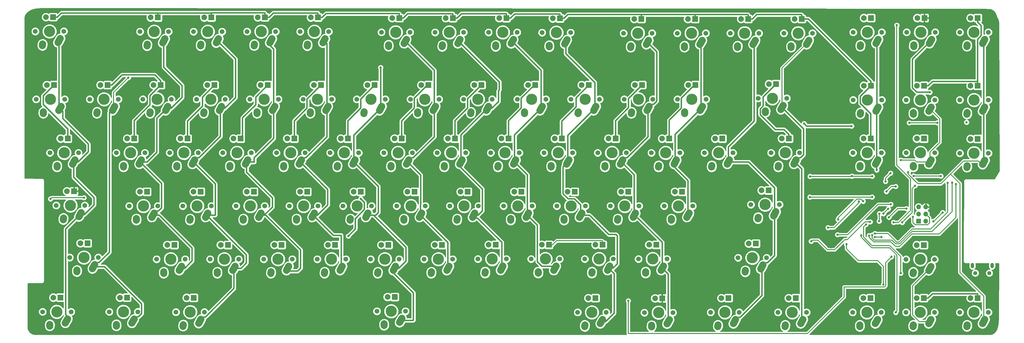
<source format=gbr>
G04 #@! TF.FileFunction,Copper,L1,Top,Plane*
%FSLAX46Y46*%
G04 Gerber Fmt 4.6, Leading zero omitted, Abs format (unit mm)*
G04 Created by KiCad (PCBNEW 4.0.7) date Thu Sep  6 10:03:13 2018*
%MOMM*%
%LPD*%
G01*
G04 APERTURE LIST*
%ADD10C,0.150000*%
%ADD11C,1.450000*%
%ADD12O,1.200000X1.900000*%
%ADD13R,1.700000X1.700000*%
%ADD14O,1.700000X1.700000*%
%ADD15C,3.987810*%
%ADD16C,1.701810*%
%ADD17C,2.500000*%
%ADD18R,2.000000X2.000000*%
%ADD19C,2.000000*%
%ADD20C,0.800000*%
%ADD21C,0.300000*%
%ADD22C,0.500000*%
%ADD23C,0.254000*%
G04 APERTURE END LIST*
D10*
D11*
X367750000Y-119650000D03*
X372750000Y-119650000D03*
D12*
X366750000Y-116950000D03*
X373750000Y-116950000D03*
D13*
X347610000Y-101150000D03*
D14*
X350150000Y-101150000D03*
X347610000Y-98610000D03*
X350150000Y-98610000D03*
X347610000Y-96070000D03*
X350150000Y-96070000D03*
D15*
X94700000Y-33600000D03*
D16*
X99780000Y-33600000D03*
X89620000Y-33600000D03*
D17*
X98510453Y-36140046D02*
X97699547Y-37599954D01*
X92199724Y-38100672D02*
X92160276Y-38679328D01*
D18*
X95970000Y-28520000D03*
D19*
X93430000Y-28520000D03*
D15*
X113750000Y-33550000D03*
D16*
X118830000Y-33550000D03*
X108670000Y-33550000D03*
D17*
X117560453Y-36090046D02*
X116749547Y-37549954D01*
X111249724Y-38050672D02*
X111210276Y-38629328D01*
D18*
X115020000Y-28470000D03*
D19*
X112480000Y-28470000D03*
D15*
X132650000Y-33600000D03*
D16*
X137730000Y-33600000D03*
X127570000Y-33600000D03*
D17*
X136460453Y-36140046D02*
X135649547Y-37599954D01*
X130149724Y-38100672D02*
X130110276Y-38679328D01*
D18*
X133920000Y-28520000D03*
D19*
X131380000Y-28520000D03*
D15*
X161550000Y-33800000D03*
D16*
X166630000Y-33800000D03*
X156470000Y-33800000D03*
D17*
X165360453Y-36340046D02*
X164549547Y-37799954D01*
X159049724Y-38300672D02*
X159010276Y-38879328D01*
D18*
X162820000Y-28720000D03*
D19*
X160280000Y-28720000D03*
D15*
X180650000Y-33850000D03*
D16*
X185730000Y-33850000D03*
X175570000Y-33850000D03*
D17*
X184460453Y-36390046D02*
X183649547Y-37849954D01*
X178149724Y-38350672D02*
X178110276Y-38929328D01*
D18*
X181920000Y-28770000D03*
D19*
X179380000Y-28770000D03*
D15*
X199650000Y-33850000D03*
D16*
X204730000Y-33850000D03*
X194570000Y-33850000D03*
D17*
X203460453Y-36390046D02*
X202649547Y-37849954D01*
X197149724Y-38350672D02*
X197110276Y-38929328D01*
D18*
X200920000Y-28770000D03*
D19*
X198380000Y-28770000D03*
D15*
X218700000Y-33950000D03*
D16*
X223780000Y-33950000D03*
X213620000Y-33950000D03*
D17*
X222510453Y-36490046D02*
X221699547Y-37949954D01*
X216199724Y-38450672D02*
X216160276Y-39029328D01*
D18*
X219970000Y-28870000D03*
D19*
X217430000Y-28870000D03*
D15*
X247700000Y-34150000D03*
D16*
X252780000Y-34150000D03*
X242620000Y-34150000D03*
D17*
X251510453Y-36690046D02*
X250699547Y-38149954D01*
X245199724Y-38650672D02*
X245160276Y-39229328D01*
D18*
X248970000Y-29070000D03*
D19*
X246430000Y-29070000D03*
D15*
X266800000Y-34150000D03*
D16*
X271880000Y-34150000D03*
X261720000Y-34150000D03*
D17*
X270610453Y-36690046D02*
X269799547Y-38149954D01*
X264299724Y-38650672D02*
X264260276Y-39229328D01*
D18*
X268070000Y-29070000D03*
D19*
X265530000Y-29070000D03*
D15*
X285700000Y-34150000D03*
D16*
X290780000Y-34150000D03*
X280620000Y-34150000D03*
D17*
X289510453Y-36690046D02*
X288699547Y-38149954D01*
X283199724Y-38650672D02*
X283160276Y-39229328D01*
D18*
X286970000Y-29070000D03*
D19*
X284430000Y-29070000D03*
D15*
X304750000Y-34150000D03*
D16*
X309830000Y-34150000D03*
X299670000Y-34150000D03*
D17*
X308560453Y-36690046D02*
X307749547Y-38149954D01*
X302249724Y-38650672D02*
X302210276Y-39229328D01*
D18*
X306020000Y-29070000D03*
D19*
X303480000Y-29070000D03*
D15*
X329400000Y-33800000D03*
D16*
X334480000Y-33800000D03*
X324320000Y-33800000D03*
D17*
X333210453Y-36340046D02*
X332399547Y-37799954D01*
X326899724Y-38300672D02*
X326860276Y-38879328D01*
D18*
X330670000Y-28720000D03*
D19*
X328130000Y-28720000D03*
D15*
X348400000Y-33800000D03*
D16*
X353480000Y-33800000D03*
X343320000Y-33800000D03*
D17*
X352210453Y-36340046D02*
X351399547Y-37799954D01*
X345899724Y-38300672D02*
X345860276Y-38879328D01*
D18*
X349670000Y-28720000D03*
D19*
X347130000Y-28720000D03*
D15*
X367350000Y-33800000D03*
D16*
X372430000Y-33800000D03*
X362270000Y-33800000D03*
D17*
X371160453Y-36340046D02*
X370349547Y-37799954D01*
X364849724Y-38300672D02*
X364810276Y-38879328D01*
D18*
X368620000Y-28720000D03*
D19*
X366080000Y-28720000D03*
D15*
X38700000Y-57700000D03*
D16*
X43780000Y-57700000D03*
X33620000Y-57700000D03*
D17*
X42510453Y-60240046D02*
X41699547Y-61699954D01*
X36199724Y-62200672D02*
X36160276Y-62779328D01*
D18*
X39970000Y-52620000D03*
D19*
X37430000Y-52620000D03*
D15*
X57800000Y-57700000D03*
D16*
X62880000Y-57700000D03*
X52720000Y-57700000D03*
D17*
X61610453Y-60240046D02*
X60799547Y-61699954D01*
X55299724Y-62200672D02*
X55260276Y-62779328D01*
D18*
X59070000Y-52620000D03*
D19*
X56530000Y-52620000D03*
D15*
X76700000Y-57700000D03*
D16*
X81780000Y-57700000D03*
X71620000Y-57700000D03*
D17*
X80510453Y-60240046D02*
X79699547Y-61699954D01*
X74199724Y-62200672D02*
X74160276Y-62779328D01*
D18*
X77970000Y-52620000D03*
D19*
X75430000Y-52620000D03*
D15*
X95800000Y-57700000D03*
D16*
X100880000Y-57700000D03*
X90720000Y-57700000D03*
D17*
X99610453Y-60240046D02*
X98799547Y-61699954D01*
X93299724Y-62200672D02*
X93260276Y-62779328D01*
D18*
X97070000Y-52620000D03*
D19*
X94530000Y-52620000D03*
D15*
X114750000Y-57700000D03*
D16*
X119830000Y-57700000D03*
X109670000Y-57700000D03*
D17*
X118560453Y-60240046D02*
X117749547Y-61699954D01*
X112249724Y-62200672D02*
X112210276Y-62779328D01*
D18*
X116020000Y-52620000D03*
D19*
X113480000Y-52620000D03*
D15*
X133700000Y-57700000D03*
D16*
X138780000Y-57700000D03*
X128620000Y-57700000D03*
D17*
X137510453Y-60240046D02*
X136699547Y-61699954D01*
X131199724Y-62200672D02*
X131160276Y-62779328D01*
D18*
X134970000Y-52620000D03*
D19*
X132430000Y-52620000D03*
D15*
X152800000Y-57700000D03*
D16*
X157880000Y-57700000D03*
X147720000Y-57700000D03*
D17*
X156610453Y-60240046D02*
X155799547Y-61699954D01*
X150299724Y-62200672D02*
X150260276Y-62779328D01*
D18*
X154070000Y-52620000D03*
D19*
X151530000Y-52620000D03*
D15*
X171900000Y-57700000D03*
D16*
X176980000Y-57700000D03*
X166820000Y-57700000D03*
D17*
X175710453Y-60240046D02*
X174899547Y-61699954D01*
X169399724Y-62200672D02*
X169360276Y-62779328D01*
D18*
X173170000Y-52620000D03*
D19*
X170630000Y-52620000D03*
D15*
X190800000Y-57700000D03*
D16*
X195880000Y-57700000D03*
X185720000Y-57700000D03*
D17*
X194610453Y-60240046D02*
X193799547Y-61699954D01*
X188299724Y-62200672D02*
X188260276Y-62779328D01*
D18*
X192070000Y-52620000D03*
D19*
X189530000Y-52620000D03*
D15*
X209900000Y-57700000D03*
D16*
X214980000Y-57700000D03*
X204820000Y-57700000D03*
D17*
X213710453Y-60240046D02*
X212899547Y-61699954D01*
X207399724Y-62200672D02*
X207360276Y-62779328D01*
D18*
X211170000Y-52620000D03*
D19*
X208630000Y-52620000D03*
D15*
X229000000Y-57700000D03*
D16*
X234080000Y-57700000D03*
X223920000Y-57700000D03*
D17*
X232810453Y-60240046D02*
X231999547Y-61699954D01*
X226499724Y-62200672D02*
X226460276Y-62779328D01*
D18*
X230270000Y-52620000D03*
D19*
X227730000Y-52620000D03*
D15*
X247950000Y-57700000D03*
D16*
X253030000Y-57700000D03*
X242870000Y-57700000D03*
D17*
X251760453Y-60240046D02*
X250949547Y-61699954D01*
X245449724Y-62200672D02*
X245410276Y-62779328D01*
D18*
X249220000Y-52620000D03*
D19*
X246680000Y-52620000D03*
D15*
X266900000Y-57700000D03*
D16*
X271980000Y-57700000D03*
X261820000Y-57700000D03*
D17*
X270710453Y-60240046D02*
X269899547Y-61699954D01*
X264399724Y-62200672D02*
X264360276Y-62779328D01*
D18*
X268170000Y-52620000D03*
D19*
X265630000Y-52620000D03*
D15*
X295600000Y-57350000D03*
D16*
X300680000Y-57350000D03*
X290520000Y-57350000D03*
D17*
X299410453Y-59890046D02*
X298599547Y-61349954D01*
X293099724Y-61850672D02*
X293060276Y-62429328D01*
D18*
X296870000Y-52270000D03*
D19*
X294330000Y-52270000D03*
D15*
X329400000Y-57950000D03*
D16*
X334480000Y-57950000D03*
X324320000Y-57950000D03*
D17*
X333210453Y-60490046D02*
X332399547Y-61949954D01*
X326899724Y-62450672D02*
X326860276Y-63029328D01*
D18*
X330670000Y-52870000D03*
D19*
X328130000Y-52870000D03*
D15*
X348250000Y-57950000D03*
D16*
X353330000Y-57950000D03*
X343170000Y-57950000D03*
D17*
X352060453Y-60490046D02*
X351249547Y-61949954D01*
X345749724Y-62450672D02*
X345710276Y-63029328D01*
D18*
X349520000Y-52870000D03*
D19*
X346980000Y-52870000D03*
D15*
X367350000Y-57950000D03*
D16*
X372430000Y-57950000D03*
X362270000Y-57950000D03*
D17*
X371160453Y-60490046D02*
X370349547Y-61949954D01*
X364849724Y-62450672D02*
X364810276Y-63029328D01*
D18*
X368620000Y-52870000D03*
D19*
X366080000Y-52870000D03*
D15*
X43600000Y-76800000D03*
D16*
X48680000Y-76800000D03*
X38520000Y-76800000D03*
D17*
X47410453Y-79340046D02*
X46599547Y-80799954D01*
X41099724Y-81300672D02*
X41060276Y-81879328D01*
D18*
X44870000Y-71720000D03*
D19*
X42330000Y-71720000D03*
D15*
X67250000Y-76800000D03*
D16*
X72330000Y-76800000D03*
X62170000Y-76800000D03*
D17*
X71060453Y-79340046D02*
X70249547Y-80799954D01*
X64749724Y-81300672D02*
X64710276Y-81879328D01*
D18*
X68520000Y-71720000D03*
D19*
X65980000Y-71720000D03*
D15*
X86200000Y-76800000D03*
D16*
X91280000Y-76800000D03*
X81120000Y-76800000D03*
D17*
X90010453Y-79340046D02*
X89199547Y-80799954D01*
X83699724Y-81300672D02*
X83660276Y-81879328D01*
D18*
X87470000Y-71720000D03*
D19*
X84930000Y-71720000D03*
D15*
X105100000Y-76800000D03*
D16*
X110180000Y-76800000D03*
X100020000Y-76800000D03*
D17*
X108910453Y-79340046D02*
X108099547Y-80799954D01*
X102599724Y-81300672D02*
X102560276Y-81879328D01*
D18*
X106370000Y-71720000D03*
D19*
X103830000Y-71720000D03*
D15*
X124200000Y-76800000D03*
D16*
X129280000Y-76800000D03*
X119120000Y-76800000D03*
D17*
X128010453Y-79340046D02*
X127199547Y-80799954D01*
X121699724Y-81300672D02*
X121660276Y-81879328D01*
D18*
X125470000Y-71720000D03*
D19*
X122930000Y-71720000D03*
D15*
X143300000Y-76800000D03*
D16*
X148380000Y-76800000D03*
X138220000Y-76800000D03*
D17*
X147110453Y-79340046D02*
X146299547Y-80799954D01*
X140799724Y-81300672D02*
X140760276Y-81879328D01*
D18*
X144570000Y-71720000D03*
D19*
X142030000Y-71720000D03*
D15*
X162400000Y-76800000D03*
D16*
X167480000Y-76800000D03*
X157320000Y-76800000D03*
D17*
X166210453Y-79340046D02*
X165399547Y-80799954D01*
X159899724Y-81300672D02*
X159860276Y-81879328D01*
D18*
X163670000Y-71720000D03*
D19*
X161130000Y-71720000D03*
D15*
X181350000Y-76800000D03*
D16*
X186430000Y-76800000D03*
X176270000Y-76800000D03*
D17*
X185160453Y-79340046D02*
X184349547Y-80799954D01*
X178849724Y-81300672D02*
X178810276Y-81879328D01*
D18*
X182620000Y-71720000D03*
D19*
X180080000Y-71720000D03*
D15*
X200450000Y-76800000D03*
D16*
X205530000Y-76800000D03*
X195370000Y-76800000D03*
D17*
X204260453Y-79340046D02*
X203449547Y-80799954D01*
X197949724Y-81300672D02*
X197910276Y-81879328D01*
D18*
X201720000Y-71720000D03*
D19*
X199180000Y-71720000D03*
D15*
X219400000Y-76800000D03*
D16*
X224480000Y-76800000D03*
X214320000Y-76800000D03*
D17*
X223210453Y-79340046D02*
X222399547Y-80799954D01*
X216899724Y-81300672D02*
X216860276Y-81879328D01*
D18*
X220670000Y-71720000D03*
D19*
X218130000Y-71720000D03*
D15*
X238500000Y-76800000D03*
D16*
X243580000Y-76800000D03*
X233420000Y-76800000D03*
D17*
X242310453Y-79340046D02*
X241499547Y-80799954D01*
X235999724Y-81300672D02*
X235960276Y-81879328D01*
D18*
X239770000Y-71720000D03*
D19*
X237230000Y-71720000D03*
D15*
X257600000Y-76800000D03*
D16*
X262680000Y-76800000D03*
X252520000Y-76800000D03*
D17*
X261410453Y-79340046D02*
X260599547Y-80799954D01*
X255099724Y-81300672D02*
X255060276Y-81879328D01*
D18*
X258870000Y-71720000D03*
D19*
X256330000Y-71720000D03*
D15*
X276500000Y-76800000D03*
D16*
X281580000Y-76800000D03*
X271420000Y-76800000D03*
D17*
X280310453Y-79340046D02*
X279499547Y-80799954D01*
X273999724Y-81300672D02*
X273960276Y-81879328D01*
D18*
X277770000Y-71720000D03*
D19*
X275230000Y-71720000D03*
D15*
X300200000Y-76800000D03*
D16*
X305280000Y-76800000D03*
X295120000Y-76800000D03*
D17*
X304010453Y-79340046D02*
X303199547Y-80799954D01*
X297699724Y-81300672D02*
X297660276Y-81879328D01*
D18*
X301470000Y-71720000D03*
D19*
X298930000Y-71720000D03*
D15*
X329300000Y-76800000D03*
D16*
X334380000Y-76800000D03*
X324220000Y-76800000D03*
D17*
X333110453Y-79340046D02*
X332299547Y-80799954D01*
X326799724Y-81300672D02*
X326760276Y-81879328D01*
D18*
X330570000Y-71720000D03*
D19*
X328030000Y-71720000D03*
D15*
X348250000Y-76800000D03*
D16*
X353330000Y-76800000D03*
X343170000Y-76800000D03*
D17*
X352060453Y-79340046D02*
X351249547Y-80799954D01*
X345749724Y-81300672D02*
X345710276Y-81879328D01*
D18*
X349520000Y-71720000D03*
D19*
X346980000Y-71720000D03*
D15*
X367350000Y-76900000D03*
D16*
X372430000Y-76900000D03*
X362270000Y-76900000D03*
D17*
X371160453Y-79440046D02*
X370349547Y-80899954D01*
X364849724Y-81400672D02*
X364810276Y-81979328D01*
D18*
X368620000Y-71820000D03*
D19*
X366080000Y-71820000D03*
D15*
X45850000Y-95550000D03*
D16*
X50930000Y-95550000D03*
X40770000Y-95550000D03*
D17*
X49660453Y-98090046D02*
X48849547Y-99549954D01*
X43349724Y-100050672D02*
X43310276Y-100629328D01*
D18*
X47120000Y-90470000D03*
D19*
X44580000Y-90470000D03*
D15*
X71800000Y-95750000D03*
D16*
X76880000Y-95750000D03*
X66720000Y-95750000D03*
D17*
X75610453Y-98290046D02*
X74799547Y-99749954D01*
X69299724Y-100250672D02*
X69260276Y-100829328D01*
D18*
X73070000Y-90670000D03*
D19*
X70530000Y-90670000D03*
D15*
X90900000Y-95750000D03*
D16*
X95980000Y-95750000D03*
X85820000Y-95750000D03*
D17*
X94710453Y-98290046D02*
X93899547Y-99749954D01*
X88399724Y-100250672D02*
X88360276Y-100829328D01*
D18*
X92170000Y-90670000D03*
D19*
X89630000Y-90670000D03*
D15*
X109850000Y-95750000D03*
D16*
X114930000Y-95750000D03*
X104770000Y-95750000D03*
D17*
X113660453Y-98290046D02*
X112849547Y-99749954D01*
X107349724Y-100250672D02*
X107310276Y-100829328D01*
D18*
X111120000Y-90670000D03*
D19*
X108580000Y-90670000D03*
D15*
X128800000Y-95750000D03*
D16*
X133880000Y-95750000D03*
X123720000Y-95750000D03*
D17*
X132610453Y-98290046D02*
X131799547Y-99749954D01*
X126299724Y-100250672D02*
X126260276Y-100829328D01*
D18*
X130070000Y-90670000D03*
D19*
X127530000Y-90670000D03*
D15*
X147900000Y-95750000D03*
D16*
X152980000Y-95750000D03*
X142820000Y-95750000D03*
D17*
X151710453Y-98290046D02*
X150899547Y-99749954D01*
X145399724Y-100250672D02*
X145360276Y-100829328D01*
D18*
X149170000Y-90670000D03*
D19*
X146630000Y-90670000D03*
D15*
X167000000Y-95750000D03*
D16*
X172080000Y-95750000D03*
X161920000Y-95750000D03*
D17*
X170810453Y-98290046D02*
X169999547Y-99749954D01*
X164499724Y-100250672D02*
X164460276Y-100829328D01*
D18*
X168270000Y-90670000D03*
D19*
X165730000Y-90670000D03*
D15*
X185900000Y-95750000D03*
D16*
X190980000Y-95750000D03*
X180820000Y-95750000D03*
D17*
X189710453Y-98290046D02*
X188899547Y-99749954D01*
X183399724Y-100250672D02*
X183360276Y-100829328D01*
D18*
X187170000Y-90670000D03*
D19*
X184630000Y-90670000D03*
D15*
X205000000Y-95750000D03*
D16*
X210080000Y-95750000D03*
X199920000Y-95750000D03*
D17*
X208810453Y-98290046D02*
X207999547Y-99749954D01*
X202499724Y-100250672D02*
X202460276Y-100829328D01*
D18*
X206270000Y-90670000D03*
D19*
X203730000Y-90670000D03*
D15*
X223950000Y-95750000D03*
D16*
X229030000Y-95750000D03*
X218870000Y-95750000D03*
D17*
X227760453Y-98290046D02*
X226949547Y-99749954D01*
X221449724Y-100250672D02*
X221410276Y-100829328D01*
D18*
X225220000Y-90670000D03*
D19*
X222680000Y-90670000D03*
D15*
X243050000Y-95750000D03*
D16*
X248130000Y-95750000D03*
X237970000Y-95750000D03*
D17*
X246860453Y-98290046D02*
X246049547Y-99749954D01*
X240549724Y-100250672D02*
X240510276Y-100829328D01*
D18*
X244320000Y-90670000D03*
D19*
X241780000Y-90670000D03*
D15*
X262150000Y-95750000D03*
D16*
X267230000Y-95750000D03*
X257070000Y-95750000D03*
D17*
X265960453Y-98290046D02*
X265149547Y-99749954D01*
X259649724Y-100250672D02*
X259610276Y-100829328D01*
D18*
X263420000Y-90670000D03*
D19*
X260880000Y-90670000D03*
D15*
X293000000Y-95250000D03*
D16*
X298080000Y-95250000D03*
X287920000Y-95250000D03*
D17*
X296810453Y-97790046D02*
X295999547Y-99249954D01*
X290499724Y-99750672D02*
X290460276Y-100329328D01*
D18*
X294270000Y-90170000D03*
D19*
X291730000Y-90170000D03*
D15*
X50650000Y-114100000D03*
D16*
X55730000Y-114100000D03*
X45570000Y-114100000D03*
D17*
X54460453Y-116640046D02*
X53649547Y-118099954D01*
X48149724Y-118600672D02*
X48110276Y-119179328D01*
D18*
X51920000Y-109020000D03*
D19*
X49380000Y-109020000D03*
D15*
X81550000Y-114700000D03*
D16*
X86630000Y-114700000D03*
X76470000Y-114700000D03*
D17*
X85360453Y-117240046D02*
X84549547Y-118699954D01*
X79049724Y-119200672D02*
X79010276Y-119779328D01*
D18*
X82820000Y-109620000D03*
D19*
X80280000Y-109620000D03*
D15*
X100600000Y-114700000D03*
D16*
X105680000Y-114700000D03*
X95520000Y-114700000D03*
D17*
X104410453Y-117240046D02*
X103599547Y-118699954D01*
X98099724Y-119200672D02*
X98060276Y-119779328D01*
D18*
X101870000Y-109620000D03*
D19*
X99330000Y-109620000D03*
D15*
X119700000Y-114700000D03*
D16*
X124780000Y-114700000D03*
X114620000Y-114700000D03*
D17*
X123510453Y-117240046D02*
X122699547Y-118699954D01*
X117199724Y-119200672D02*
X117160276Y-119779328D01*
D18*
X120970000Y-109620000D03*
D19*
X118430000Y-109620000D03*
D15*
X138750000Y-114700000D03*
D16*
X143830000Y-114700000D03*
X133670000Y-114700000D03*
D17*
X142560453Y-117240046D02*
X141749547Y-118699954D01*
X136249724Y-119200672D02*
X136210276Y-119779328D01*
D18*
X140020000Y-109620000D03*
D19*
X137480000Y-109620000D03*
D15*
X157700000Y-114700000D03*
D16*
X162780000Y-114700000D03*
X152620000Y-114700000D03*
D17*
X161510453Y-117240046D02*
X160699547Y-118699954D01*
X155199724Y-119200672D02*
X155160276Y-119779328D01*
D18*
X158970000Y-109620000D03*
D19*
X156430000Y-109620000D03*
D15*
X176750000Y-114700000D03*
D16*
X181830000Y-114700000D03*
X171670000Y-114700000D03*
D17*
X180560453Y-117240046D02*
X179749547Y-118699954D01*
X174249724Y-119200672D02*
X174210276Y-119779328D01*
D18*
X178020000Y-109620000D03*
D19*
X175480000Y-109620000D03*
D15*
X195900000Y-114650000D03*
D16*
X200980000Y-114650000D03*
X190820000Y-114650000D03*
D17*
X199710453Y-117190046D02*
X198899547Y-118649954D01*
X193399724Y-119150672D02*
X193360276Y-119729328D01*
D18*
X197170000Y-109570000D03*
D19*
X194630000Y-109570000D03*
D15*
X214800000Y-114650000D03*
D16*
X219880000Y-114650000D03*
X209720000Y-114650000D03*
D17*
X218610453Y-117190046D02*
X217799547Y-118649954D01*
X212299724Y-119150672D02*
X212260276Y-119729328D01*
D18*
X216070000Y-109570000D03*
D19*
X213530000Y-109570000D03*
D15*
X233900000Y-114650000D03*
D16*
X238980000Y-114650000D03*
X228820000Y-114650000D03*
D17*
X237710453Y-117190046D02*
X236899547Y-118649954D01*
X231399724Y-119150672D02*
X231360276Y-119729328D01*
D18*
X235170000Y-109570000D03*
D19*
X232630000Y-109570000D03*
D15*
X253000000Y-114650000D03*
D16*
X258080000Y-114650000D03*
X247920000Y-114650000D03*
D17*
X256810453Y-117190046D02*
X255999547Y-118649954D01*
X250499724Y-119150672D02*
X250460276Y-119729328D01*
D18*
X254270000Y-109570000D03*
D19*
X251730000Y-109570000D03*
D15*
X288450000Y-114200000D03*
D16*
X293530000Y-114200000D03*
X283370000Y-114200000D03*
D17*
X292260453Y-116740046D02*
X291449547Y-118199954D01*
X285949724Y-118700672D02*
X285910276Y-119279328D01*
D18*
X289720000Y-109120000D03*
D19*
X287180000Y-109120000D03*
D15*
X348200000Y-114750000D03*
D16*
X353280000Y-114750000D03*
X343120000Y-114750000D03*
D17*
X352010453Y-117290046D02*
X351199547Y-118749954D01*
X345699724Y-119250672D02*
X345660276Y-119829328D01*
D18*
X349470000Y-109670000D03*
D19*
X346930000Y-109670000D03*
D15*
X41000000Y-133450000D03*
D16*
X46080000Y-133450000D03*
X35920000Y-133450000D03*
D17*
X44810453Y-135990046D02*
X43999547Y-137449954D01*
X38499724Y-137950672D02*
X38460276Y-138529328D01*
D18*
X42270000Y-128370000D03*
D19*
X39730000Y-128370000D03*
D15*
X64700000Y-133450000D03*
D16*
X69780000Y-133450000D03*
X59620000Y-133450000D03*
D17*
X68510453Y-135990046D02*
X67699547Y-137449954D01*
X62199724Y-137950672D02*
X62160276Y-138529328D01*
D18*
X65970000Y-128370000D03*
D19*
X63430000Y-128370000D03*
D15*
X88450000Y-133550000D03*
D16*
X93530000Y-133550000D03*
X83370000Y-133550000D03*
D17*
X92260453Y-136090046D02*
X91449547Y-137549954D01*
X85949724Y-138050672D02*
X85910276Y-138629328D01*
D18*
X89720000Y-128470000D03*
D19*
X87180000Y-128470000D03*
D15*
X159950000Y-133250000D03*
D16*
X165030000Y-133250000D03*
X154870000Y-133250000D03*
D17*
X163760453Y-135790046D02*
X162949547Y-137249954D01*
X157449724Y-137750672D02*
X157410276Y-138329328D01*
D18*
X161220000Y-128170000D03*
D19*
X158680000Y-128170000D03*
D15*
X231350000Y-133650000D03*
D16*
X236430000Y-133650000D03*
X226270000Y-133650000D03*
D17*
X235160453Y-136190046D02*
X234349547Y-137649954D01*
X228849724Y-138150672D02*
X228810276Y-138729328D01*
D18*
X232620000Y-128570000D03*
D19*
X230080000Y-128570000D03*
D15*
X255100000Y-133750000D03*
D16*
X260180000Y-133750000D03*
X250020000Y-133750000D03*
D17*
X258910453Y-136290046D02*
X258099547Y-137749954D01*
X252599724Y-138250672D02*
X252560276Y-138829328D01*
D18*
X256370000Y-128670000D03*
D19*
X253830000Y-128670000D03*
D15*
X278700000Y-133650000D03*
D16*
X283780000Y-133650000D03*
X273620000Y-133650000D03*
D17*
X282510453Y-136190046D02*
X281699547Y-137649954D01*
X276199724Y-138150672D02*
X276160276Y-138729328D01*
D18*
X279970000Y-128570000D03*
D19*
X277430000Y-128570000D03*
D15*
X302650000Y-133650000D03*
D16*
X307730000Y-133650000D03*
X297570000Y-133650000D03*
D17*
X306460453Y-136190046D02*
X305649547Y-137649954D01*
X300149724Y-138150672D02*
X300110276Y-138729328D01*
D18*
X303920000Y-128570000D03*
D19*
X301380000Y-128570000D03*
D15*
X329200000Y-133650000D03*
D16*
X334280000Y-133650000D03*
X324120000Y-133650000D03*
D17*
X333010453Y-136190046D02*
X332199547Y-137649954D01*
X326699724Y-138150672D02*
X326660276Y-138729328D01*
D18*
X330470000Y-128570000D03*
D19*
X327930000Y-128570000D03*
D15*
X348200000Y-133650000D03*
D16*
X353280000Y-133650000D03*
X343120000Y-133650000D03*
D17*
X352010453Y-136190046D02*
X351199547Y-137649954D01*
X345699724Y-138150672D02*
X345660276Y-138729328D01*
D18*
X349470000Y-128570000D03*
D19*
X346930000Y-128570000D03*
D15*
X367350000Y-133650000D03*
D16*
X372430000Y-133650000D03*
X362270000Y-133650000D03*
D17*
X371160453Y-136190046D02*
X370349547Y-137649954D01*
X364849724Y-138150672D02*
X364810276Y-138729328D01*
D18*
X368620000Y-128570000D03*
D19*
X366080000Y-128570000D03*
D15*
X38400000Y-33500000D03*
D16*
X43480000Y-33500000D03*
X33320000Y-33500000D03*
D17*
X42210453Y-36040046D02*
X41399547Y-37499954D01*
X35899724Y-38000672D02*
X35860276Y-38579328D01*
D18*
X39670000Y-28420000D03*
D19*
X37130000Y-28420000D03*
D15*
X75650000Y-33600000D03*
D16*
X80730000Y-33600000D03*
X70570000Y-33600000D03*
D17*
X79460453Y-36140046D02*
X78649547Y-37599954D01*
X73149724Y-38100672D02*
X73110276Y-38679328D01*
D18*
X76920000Y-28520000D03*
D19*
X74380000Y-28520000D03*
D20*
X333570000Y-101130000D03*
X333640000Y-98480000D03*
X335090000Y-98470000D03*
X336780000Y-96780000D03*
X351710000Y-92790000D03*
X316150000Y-97010000D03*
X308660000Y-97040000D03*
X337680000Y-86970000D03*
X334530000Y-102170000D03*
X329670000Y-90410000D03*
X337600000Y-117320000D03*
X329320000Y-117130000D03*
X316470000Y-110460000D03*
X346280000Y-88540000D03*
X341780000Y-101610000D03*
X331040000Y-92550000D03*
X308890000Y-92570000D03*
X50660000Y-92780000D03*
X38720000Y-93220000D03*
X244300000Y-129550000D03*
X337950000Y-113850000D03*
X339830000Y-31320000D03*
X338680737Y-101590000D03*
X360900000Y-87950000D03*
X329991294Y-106289535D03*
X359500000Y-87450000D03*
X331075221Y-106102163D03*
X364650000Y-65900000D03*
X306850000Y-66340000D03*
X323750000Y-67240000D03*
X344250000Y-66080000D03*
X354270000Y-66080000D03*
X357900000Y-87480000D03*
X332043389Y-105580000D03*
X308970000Y-85200000D03*
X323920000Y-85090000D03*
X331080000Y-85150000D03*
X345780000Y-85020000D03*
X355500000Y-85080000D03*
X309380000Y-108310000D03*
X330360000Y-101380000D03*
X341220000Y-119700000D03*
X328870000Y-102330000D03*
X339470000Y-133700000D03*
X327191355Y-106207680D03*
X327860000Y-94070000D03*
X321920000Y-109390000D03*
X318940000Y-100520000D03*
X332705000Y-82900000D03*
X335060000Y-123760000D03*
X356112313Y-98057687D03*
X352850000Y-101200000D03*
X341240000Y-79370000D03*
X351610000Y-55210000D03*
X343890000Y-83700000D03*
X337620000Y-84040000D03*
X335810000Y-86970000D03*
X66450000Y-49969999D03*
X156200000Y-46390000D03*
X149150000Y-93200000D03*
X144690001Y-106449999D03*
X343250000Y-96650000D03*
X337050000Y-99750000D03*
X332010000Y-106800000D03*
X334343400Y-106820000D03*
X345600000Y-99600000D03*
X318750000Y-105970000D03*
X337700000Y-95140000D03*
X315360000Y-103460000D03*
X326370000Y-94080000D03*
X336120000Y-90600000D03*
X339460000Y-88790000D03*
D21*
X333640000Y-98480000D02*
X333640000Y-101060000D01*
X333640000Y-101060000D02*
X333570000Y-101130000D01*
X336780000Y-96780000D02*
X335090000Y-98470000D01*
X341780000Y-101610000D02*
X345310011Y-98079989D01*
X345310011Y-98079989D02*
X345310011Y-89509989D01*
X345310011Y-89509989D02*
X346280000Y-88540000D01*
X308890000Y-92570000D02*
X331020000Y-92570000D01*
X331020000Y-92570000D02*
X331040000Y-92550000D01*
X38720000Y-93220000D02*
X39160000Y-92780000D01*
X39160000Y-92780000D02*
X50660000Y-92780000D01*
X244400000Y-141200000D02*
X244300000Y-141100000D01*
X244300000Y-141100000D02*
X244300000Y-129550000D01*
X308050000Y-141200000D02*
X244400000Y-141200000D01*
X321089266Y-128160734D02*
X308050000Y-141200000D01*
X321089266Y-124610001D02*
X321089266Y-128160734D01*
X337950000Y-113850000D02*
X335910001Y-115889999D01*
X335910001Y-115889999D02*
X335910001Y-124168001D01*
X335910001Y-124168001D02*
X335468001Y-124610001D01*
X335468001Y-124610001D02*
X321089266Y-124610001D01*
X338680737Y-101590000D02*
X340488002Y-101590000D01*
X340488002Y-101590000D02*
X344710001Y-97368001D01*
X344710001Y-97368001D02*
X344710001Y-86056545D01*
X344710001Y-86056545D02*
X339830000Y-81176544D01*
X339830000Y-81176544D02*
X339830000Y-31320000D01*
X354940000Y-105720000D02*
X360900000Y-99760000D01*
X360900000Y-99760000D02*
X360900000Y-87950000D01*
X354940000Y-105720000D02*
X345227084Y-105720000D01*
X339350000Y-110160000D02*
X340787084Y-110160000D01*
X340787084Y-110160000D02*
X345227084Y-105720000D01*
X337720010Y-108530010D02*
X339350000Y-110160000D01*
X331633466Y-108530010D02*
X337720010Y-108530010D01*
X329991294Y-106289535D02*
X329991294Y-106887838D01*
X329991294Y-106887838D02*
X331633466Y-108530010D01*
X352405729Y-104824271D02*
X359500000Y-97730000D01*
X359500000Y-97730000D02*
X359500000Y-87450000D01*
X352405729Y-104824271D02*
X345274271Y-104824271D01*
X345274271Y-104824271D02*
X340868533Y-109230009D01*
X340868533Y-109230009D02*
X339441468Y-109230010D01*
X339441468Y-109230010D02*
X338141458Y-107930000D01*
X338141458Y-107930000D02*
X331881998Y-107930000D01*
X331881998Y-107930000D02*
X331075221Y-107123223D01*
X331075221Y-107123223D02*
X331075221Y-106102163D01*
D22*
X323750000Y-67240000D02*
X307750000Y-67240000D01*
X307750000Y-67240000D02*
X306850000Y-66340000D01*
D21*
X354270000Y-66080000D02*
X344250000Y-66080000D01*
X332043389Y-105580000D02*
X336640000Y-105580000D01*
X336640000Y-105580000D02*
X339690000Y-108630000D01*
X351880000Y-103970000D02*
X357900000Y-97950000D01*
X357900000Y-97950000D02*
X357900000Y-87480000D01*
X339690000Y-108630000D02*
X340620000Y-108630000D01*
X340620000Y-108630000D02*
X345280000Y-103970000D01*
X345280000Y-103970000D02*
X351880000Y-103970000D01*
X308970000Y-85200000D02*
X323810000Y-85200000D01*
X323810000Y-85200000D02*
X323920000Y-85090000D01*
X331080000Y-85150000D02*
X323980000Y-85150000D01*
X323980000Y-85150000D02*
X323920000Y-85090000D01*
X355500000Y-85080000D02*
X345840000Y-85080000D01*
X345840000Y-85080000D02*
X345780000Y-85020000D01*
X309380000Y-108310000D02*
X309779999Y-107910001D01*
X309779999Y-107910001D02*
X311790001Y-107910001D01*
X321340000Y-107710000D02*
X322231998Y-107710000D01*
X311790001Y-107910001D02*
X315190001Y-111310001D01*
X315190001Y-111310001D02*
X317739999Y-111310001D01*
X317739999Y-111310001D02*
X321340000Y-107710000D01*
X322231998Y-107710000D02*
X328561998Y-101380000D01*
X328561998Y-101380000D02*
X330360000Y-101380000D01*
X338852937Y-111360019D02*
X341220000Y-113727082D01*
X341220000Y-113727082D02*
X341220000Y-119700000D01*
X337322916Y-109830000D02*
X338852937Y-111360019D01*
X331029494Y-109830000D02*
X328041355Y-106841861D01*
X328041355Y-103158645D02*
X328870000Y-102330000D01*
X337322916Y-109830000D02*
X331029494Y-109830000D01*
X328041355Y-106841861D02*
X328041355Y-103158645D01*
X337234374Y-110590000D02*
X339910000Y-113265626D01*
X339910000Y-113265626D02*
X339910000Y-133260000D01*
X339910000Y-133260000D02*
X339470000Y-133700000D01*
X327191355Y-106207680D02*
X327191355Y-106840403D01*
X327191355Y-106840403D02*
X330940952Y-110590000D01*
X330940952Y-110590000D02*
X337234374Y-110590000D01*
D22*
X47745810Y-100324190D02*
X44169094Y-103900906D01*
X44169094Y-103900906D02*
X44169094Y-134474916D01*
X44169094Y-134474916D02*
X44405000Y-134710822D01*
X44405000Y-134710822D02*
X44405000Y-136720000D01*
X49255000Y-98820000D02*
X47750810Y-100324190D01*
X47750810Y-100324190D02*
X47745810Y-100324190D01*
X54250000Y-92740000D02*
X54250000Y-95354885D01*
X50784885Y-98820000D02*
X49255000Y-98820000D01*
X54250000Y-95354885D02*
X50784885Y-98820000D01*
X47005000Y-85495000D02*
X54250000Y-92740000D01*
X47005000Y-80070000D02*
X47005000Y-85495000D01*
X52210000Y-73660000D02*
X52210000Y-76394885D01*
X52210000Y-76394885D02*
X48534885Y-80070000D01*
X48534885Y-80070000D02*
X47005000Y-80070000D01*
X43094984Y-64544984D02*
X52210000Y-73660000D01*
X42105000Y-60970000D02*
X43094984Y-61959984D01*
X43094984Y-61959984D02*
X43094984Y-64544984D01*
X41805000Y-36770000D02*
X41805000Y-60670000D01*
X41805000Y-60670000D02*
X42105000Y-60970000D01*
X89130000Y-110730000D02*
X89130000Y-115324885D01*
X89130000Y-115324885D02*
X86484885Y-117970000D01*
X86484885Y-117970000D02*
X84955000Y-117970000D01*
X77420000Y-99020000D02*
X89130000Y-110730000D01*
X75205000Y-99020000D02*
X77420000Y-99020000D01*
X75205000Y-99020000D02*
X76709190Y-97515810D01*
X76709190Y-97515810D02*
X77187532Y-97515810D01*
X77187532Y-97515810D02*
X78280906Y-96422436D01*
X78280906Y-96422436D02*
X78280906Y-87695906D01*
X78280906Y-87695906D02*
X70655000Y-80070000D01*
X80105000Y-60970000D02*
X76570000Y-64505000D01*
X76570000Y-64505000D02*
X76570000Y-76570000D01*
X76570000Y-76570000D02*
X73070000Y-80070000D01*
X73070000Y-80070000D02*
X70655000Y-80070000D01*
X85560000Y-52770000D02*
X85560000Y-57044885D01*
X85560000Y-57044885D02*
X81634885Y-60970000D01*
X81634885Y-60970000D02*
X80105000Y-60970000D01*
X79055000Y-46265000D02*
X85560000Y-52770000D01*
X79055000Y-36870000D02*
X79055000Y-46265000D01*
X104570000Y-57134885D02*
X104570000Y-43335000D01*
X104570000Y-43335000D02*
X98105000Y-36870000D01*
X99205000Y-60970000D02*
X100734885Y-60970000D01*
X100734885Y-60970000D02*
X104570000Y-57134885D01*
X89605000Y-80070000D02*
X91109190Y-78565810D01*
X91109190Y-78565810D02*
X91587532Y-78565810D01*
X99205000Y-70948342D02*
X99205000Y-60970000D01*
X91587532Y-78565810D02*
X99205000Y-70948342D01*
X97320000Y-99020000D02*
X97380906Y-98959094D01*
X97380906Y-98959094D02*
X97380906Y-87845906D01*
X97380906Y-87845906D02*
X89605000Y-80070000D01*
X94305000Y-99020000D02*
X97320000Y-99020000D01*
X108430000Y-116060000D02*
X108430000Y-113145000D01*
X108430000Y-113145000D02*
X94305000Y-99020000D01*
X106520000Y-117970000D02*
X108430000Y-116060000D01*
X104005000Y-117970000D02*
X106520000Y-117970000D01*
X91855000Y-136820000D02*
X93359190Y-135315810D01*
X93359190Y-135315810D02*
X93837532Y-135315810D01*
X93837532Y-135315810D02*
X104005000Y-125148342D01*
X104005000Y-125148342D02*
X104005000Y-117970000D01*
X126680016Y-118959984D02*
X127730000Y-117910000D01*
X127730000Y-117910000D02*
X127730000Y-111390000D01*
X123105000Y-117970000D02*
X124094984Y-118959984D01*
X124094984Y-118959984D02*
X126680016Y-118959984D01*
X115360000Y-99020000D02*
X127730000Y-111390000D01*
X113255000Y-99020000D02*
X115360000Y-99020000D01*
X117680000Y-92830000D02*
X117680000Y-96124885D01*
X114784885Y-99020000D02*
X113255000Y-99020000D01*
X117680000Y-96124885D02*
X114784885Y-99020000D01*
X113265000Y-88415000D02*
X117680000Y-92830000D01*
X108505000Y-83665000D02*
X113255000Y-88415000D01*
X113255000Y-88415000D02*
X113265000Y-88415000D01*
X108505000Y-80070000D02*
X108505000Y-83665000D01*
X111214190Y-80115810D02*
X111168380Y-80070000D01*
X111168380Y-80070000D02*
X108505000Y-80070000D01*
X118155000Y-71625000D02*
X111214190Y-78565810D01*
X111214190Y-78565810D02*
X111214190Y-80115810D01*
X118155000Y-60970000D02*
X118155000Y-71625000D01*
X117155000Y-36820000D02*
X117155000Y-38829178D01*
X117155000Y-38829178D02*
X118155000Y-39829178D01*
X118155000Y-39829178D02*
X118155000Y-60970000D01*
X137105000Y-60970000D02*
X137105000Y-37920000D01*
X137105000Y-37920000D02*
X136055000Y-36870000D01*
X127605000Y-80070000D02*
X129109190Y-78565810D01*
X129109190Y-78565810D02*
X129587532Y-78565810D01*
X129587532Y-78565810D02*
X137105000Y-71048342D01*
X137105000Y-71048342D02*
X137105000Y-60970000D01*
X137380000Y-95374885D02*
X137380000Y-89845000D01*
X137380000Y-89845000D02*
X127605000Y-80070000D01*
X132205000Y-99020000D02*
X133734885Y-99020000D01*
X133734885Y-99020000D02*
X137380000Y-95374885D01*
X142155000Y-106205000D02*
X139390000Y-106205000D01*
X139390000Y-106205000D02*
X132205000Y-99020000D01*
X142155000Y-117970000D02*
X142155000Y-106205000D01*
X175305000Y-60970000D02*
X175305000Y-47420000D01*
X175305000Y-47420000D02*
X164955000Y-37070000D01*
X165805000Y-80070000D02*
X167309190Y-78565810D01*
X167309190Y-78565810D02*
X167787532Y-78565810D01*
X167787532Y-78565810D02*
X175305000Y-71048342D01*
X175305000Y-71048342D02*
X175305000Y-60970000D01*
X170470000Y-95286658D02*
X170470000Y-84735000D01*
X170470000Y-84735000D02*
X165805000Y-80070000D01*
X170405000Y-99020000D02*
X170405000Y-95351658D01*
X170405000Y-95351658D02*
X170470000Y-95286658D01*
X180155000Y-117970000D02*
X180155000Y-108770000D01*
X180155000Y-108770000D02*
X170405000Y-99020000D01*
X189305000Y-99020000D02*
X190294984Y-100009984D01*
X190294984Y-100009984D02*
X190599986Y-100009984D01*
X199305000Y-108714998D02*
X199305000Y-117920000D01*
X190599986Y-100009984D02*
X199305000Y-108714998D01*
X184755000Y-82079178D02*
X192380906Y-89705084D01*
X189305000Y-99020000D02*
X190834885Y-99020000D01*
X190834885Y-99020000D02*
X192380906Y-97473979D01*
X192380906Y-97473979D02*
X192380906Y-89705084D01*
X184755000Y-80070000D02*
X184755000Y-82079178D01*
X194205000Y-60970000D02*
X184755000Y-70420000D01*
X184755000Y-70420000D02*
X184755000Y-80070000D01*
X184055000Y-37120000D02*
X198440000Y-51505000D01*
X198440000Y-51505000D02*
X198440000Y-54411530D01*
X198440000Y-54411530D02*
X198150000Y-54701530D01*
X198150000Y-54701530D02*
X198150000Y-58554885D01*
X198150000Y-58554885D02*
X195734885Y-60970000D01*
X195734885Y-60970000D02*
X194205000Y-60970000D01*
X213305000Y-60970000D02*
X203855000Y-70420000D01*
X203855000Y-70420000D02*
X203855000Y-80070000D01*
X203055000Y-37120000D02*
X213305000Y-47370000D01*
X213305000Y-47370000D02*
X213305000Y-60970000D01*
X208405000Y-99020000D02*
X208405000Y-84620000D01*
X208405000Y-84620000D02*
X203855000Y-80070000D01*
X218205000Y-117920000D02*
X217478906Y-117193906D01*
X217478906Y-117193906D02*
X213578924Y-117193906D01*
X213578924Y-117193906D02*
X211979999Y-115594981D01*
X211979999Y-115594981D02*
X211979999Y-102594999D01*
X211979999Y-102594999D02*
X208405000Y-99020000D01*
X237305000Y-117920000D02*
X239270000Y-119885000D01*
X239270000Y-119885000D02*
X239270000Y-133934885D01*
X239270000Y-133934885D02*
X236284885Y-136920000D01*
X236284885Y-136920000D02*
X234755000Y-136920000D01*
X239930000Y-105910000D02*
X240380906Y-106360906D01*
X240380906Y-106360906D02*
X240380906Y-116373979D01*
X238834885Y-117920000D02*
X237305000Y-117920000D01*
X240380906Y-116373979D02*
X238834885Y-117920000D01*
X237390000Y-105910000D02*
X239930000Y-105910000D01*
X230500000Y-99020000D02*
X237390000Y-105910000D01*
X227355000Y-99020000D02*
X230500000Y-99020000D01*
X222805000Y-80070000D02*
X221129999Y-81745001D01*
X222922092Y-93206094D02*
X225171076Y-93206094D01*
X221129999Y-81745001D02*
X221129999Y-91414001D01*
X221129999Y-91414001D02*
X222922092Y-93206094D01*
X225171076Y-93206094D02*
X227355000Y-95390018D01*
X227355000Y-95390018D02*
X227355000Y-99020000D01*
X232405000Y-60970000D02*
X222805000Y-70570000D01*
X222805000Y-70570000D02*
X222805000Y-80070000D01*
X222105000Y-37220000D02*
X222105000Y-41464998D01*
X222105000Y-41464998D02*
X232405000Y-51764998D01*
X232405000Y-51764998D02*
X232405000Y-60970000D01*
X251355000Y-60970000D02*
X252859190Y-59465810D01*
X252859190Y-59465810D02*
X253337532Y-59465810D01*
X254430906Y-40745906D02*
X251105000Y-37420000D01*
X253337532Y-59465810D02*
X254430906Y-58372436D01*
X254430906Y-58372436D02*
X254430906Y-40745906D01*
X241905000Y-80070000D02*
X243409190Y-78565810D01*
X243409190Y-78565810D02*
X243887532Y-78565810D01*
X243887532Y-78565810D02*
X251355000Y-71098342D01*
X251355000Y-71098342D02*
X251355000Y-60970000D01*
X246455000Y-99020000D02*
X246455000Y-84620000D01*
X246455000Y-84620000D02*
X241905000Y-80070000D01*
X256405000Y-117920000D02*
X256405000Y-108714998D01*
X256405000Y-108714998D02*
X247699986Y-100009984D01*
X247699986Y-100009984D02*
X247444984Y-100009984D01*
X247444984Y-100009984D02*
X246455000Y-99020000D01*
X258505000Y-137020000D02*
X258505000Y-120020000D01*
X258505000Y-120020000D02*
X256405000Y-117920000D01*
X261005000Y-80070000D02*
X261005000Y-82079178D01*
X261005000Y-82079178D02*
X265555000Y-86629178D01*
X265555000Y-86629178D02*
X265555000Y-99020000D01*
X270305000Y-60970000D02*
X261005000Y-70270000D01*
X261005000Y-70270000D02*
X261005000Y-80070000D01*
X270205000Y-37420000D02*
X270205000Y-60870000D01*
X270205000Y-60870000D02*
X270305000Y-60970000D01*
X289105000Y-37420000D02*
X289105000Y-65517830D01*
X289105000Y-65517830D02*
X279905000Y-74717830D01*
X279905000Y-74717830D02*
X279905000Y-80070000D01*
X296405000Y-98520000D02*
X296405000Y-89314998D01*
X296405000Y-89314998D02*
X287160002Y-80070000D01*
X287160002Y-80070000D02*
X279905000Y-80070000D01*
X291855000Y-117470000D02*
X293359190Y-115965810D01*
X293359190Y-115965810D02*
X293837532Y-115965810D01*
X293837532Y-115965810D02*
X296405000Y-113398342D01*
X296405000Y-113398342D02*
X296405000Y-98520000D01*
X282105000Y-136920000D02*
X283609190Y-135415810D01*
X283609190Y-135415810D02*
X284087532Y-135415810D01*
X291855000Y-127648342D02*
X291855000Y-117470000D01*
X284087532Y-135415810D02*
X291855000Y-127648342D01*
D21*
X299005000Y-60620000D02*
X299005000Y-46570000D01*
X299005000Y-46570000D02*
X308155000Y-37420000D01*
D22*
X303605000Y-80070000D02*
X305109190Y-78565810D01*
X306680906Y-77472436D02*
X306680906Y-68295906D01*
X305109190Y-78565810D02*
X305587532Y-78565810D01*
X305587532Y-78565810D02*
X306680906Y-77472436D01*
X306680906Y-68295906D02*
X299005000Y-60620000D01*
X306055000Y-136920000D02*
X306055000Y-82520000D01*
X306055000Y-82520000D02*
X303605000Y-80070000D01*
D21*
X318940000Y-100520000D02*
X318940000Y-99954315D01*
X318940000Y-99954315D02*
X325664316Y-93229999D01*
X325664316Y-93229999D02*
X327019999Y-93229999D01*
X327019999Y-93229999D02*
X327860000Y-94070000D01*
X321920000Y-109390000D02*
X321920000Y-110988002D01*
X321920000Y-110988002D02*
X326171998Y-115240000D01*
X326171998Y-115240000D02*
X333050000Y-115240000D01*
X333050000Y-115240000D02*
X335060000Y-117250000D01*
X335060000Y-117250000D02*
X335060000Y-123760000D01*
D22*
X332705000Y-80070000D02*
X332705000Y-82900000D01*
X332805000Y-61220000D02*
X332805000Y-37070000D01*
X332705000Y-80070000D02*
X332705000Y-61320000D01*
X332705000Y-61320000D02*
X332805000Y-61220000D01*
D21*
X356112313Y-98057687D02*
X352970000Y-101200000D01*
X352970000Y-101200000D02*
X352850000Y-101200000D01*
X351655000Y-61220000D02*
X355120001Y-64685001D01*
X355120001Y-64685001D02*
X355120001Y-73084657D01*
X355120001Y-73084657D02*
X351655000Y-76549658D01*
X351655000Y-76549658D02*
X351655000Y-80070000D01*
X351605000Y-136920000D02*
X347853018Y-136920000D01*
X347853018Y-136920000D02*
X345479999Y-134546981D01*
X345479999Y-134546981D02*
X345479999Y-124145001D01*
X345479999Y-124145001D02*
X351605000Y-118020000D01*
X351655000Y-80070000D02*
X346922906Y-80070000D01*
X346922906Y-80070000D02*
X346222906Y-79370000D01*
X346222906Y-79370000D02*
X341240000Y-79370000D01*
D22*
X351610000Y-55210000D02*
X347025998Y-55210000D01*
X347025998Y-55210000D02*
X345429999Y-53614001D01*
X345429999Y-53614001D02*
X345429999Y-43445001D01*
X345429999Y-43445001D02*
X351805000Y-37070000D01*
D21*
X358950000Y-84380000D02*
X362300000Y-87730000D01*
X362300000Y-87730000D02*
X362300000Y-119439998D01*
X362300000Y-119439998D02*
X370755000Y-127894998D01*
X358950000Y-84380000D02*
X363626444Y-79703556D01*
X355520001Y-87809999D02*
X358950000Y-84380000D01*
X370755000Y-127894998D02*
X370755000Y-136920000D01*
X363626444Y-79703556D02*
X368758671Y-79703556D01*
X369225115Y-80170000D02*
X370755000Y-80170000D01*
X368758671Y-79703556D02*
X369225115Y-80170000D01*
X347311997Y-87809999D02*
X355520001Y-87809999D01*
X343890000Y-83700000D02*
X343890000Y-84388002D01*
X343890000Y-84388002D02*
X347311997Y-87809999D01*
X335810000Y-86970000D02*
X335810000Y-85850000D01*
X335810000Y-85850000D02*
X337620000Y-84040000D01*
D22*
X370755000Y-61220000D02*
X370755000Y-37070000D01*
X370755000Y-80170000D02*
X370755000Y-61220000D01*
D21*
X61205000Y-60970000D02*
X61205000Y-55214999D01*
X61205000Y-55214999D02*
X66450000Y-49969999D01*
D22*
X54055000Y-117370000D02*
X55559190Y-115865810D01*
X55559190Y-115865810D02*
X56037532Y-115865810D01*
X56037532Y-115865810D02*
X59700810Y-112202532D01*
X59700810Y-112202532D02*
X59700810Y-62474190D01*
X59700810Y-62474190D02*
X61205000Y-60970000D01*
X68105000Y-136720000D02*
X69609190Y-135215810D01*
X69609190Y-135215810D02*
X70087532Y-135215810D01*
X57960002Y-117370000D02*
X54055000Y-117370000D01*
X70087532Y-135215810D02*
X71180906Y-134122436D01*
X71180906Y-134122436D02*
X71180906Y-130590904D01*
X71180906Y-130590904D02*
X57960002Y-117370000D01*
X156205000Y-60970000D02*
X156205000Y-46395000D01*
D21*
X156205000Y-46395000D02*
X156200000Y-46390000D01*
D22*
X167860000Y-136430000D02*
X167770000Y-136520000D01*
X167770000Y-136520000D02*
X163355000Y-136520000D01*
X167860000Y-126734178D02*
X167860000Y-136430000D01*
X161105000Y-117970000D02*
X161105000Y-119979178D01*
X161105000Y-119979178D02*
X167860000Y-126734178D01*
X165200000Y-110480000D02*
X165200000Y-115404885D01*
X165200000Y-115404885D02*
X162634885Y-117970000D01*
X162634885Y-117970000D02*
X161105000Y-117970000D01*
X153740000Y-99020000D02*
X165200000Y-110480000D01*
X151305000Y-99020000D02*
X153740000Y-99020000D01*
X151305000Y-99020000D02*
X154430000Y-99020000D01*
X154430000Y-99020000D02*
X155390000Y-98060000D01*
X155390000Y-98060000D02*
X155390000Y-88755000D01*
X155390000Y-88755000D02*
X146705000Y-80070000D01*
X156205000Y-60970000D02*
X146705000Y-70470000D01*
X146705000Y-70470000D02*
X146705000Y-80070000D01*
X368620000Y-52870000D02*
X368620000Y-38611593D01*
X368620000Y-38611593D02*
X368549708Y-38541301D01*
X368549708Y-38541301D02*
X368549708Y-36365274D01*
X368549708Y-36365274D02*
X369893906Y-35021076D01*
X369893906Y-35021076D02*
X369893906Y-31493906D01*
X369893906Y-31493906D02*
X368620000Y-30220000D01*
X368620000Y-30220000D02*
X368620000Y-28720000D01*
X296595672Y-68510000D02*
X299760000Y-68510000D01*
X299760000Y-68510000D02*
X301470000Y-70220000D01*
X301470000Y-70220000D02*
X301470000Y-71720000D01*
X296870000Y-52270000D02*
X296870000Y-52315018D01*
X292300000Y-56885018D02*
X292300000Y-60105120D01*
X296870000Y-52315018D02*
X292300000Y-56885018D01*
X292300000Y-60105120D02*
X291263160Y-61141960D01*
X291263160Y-61141960D02*
X291263160Y-63177488D01*
X291263160Y-63177488D02*
X296595672Y-68510000D01*
X268170000Y-52620000D02*
X267870000Y-52620000D01*
X267870000Y-52620000D02*
X263220906Y-57269094D01*
X263220906Y-57269094D02*
X263220906Y-60834214D01*
X263220906Y-60834214D02*
X258870000Y-65185120D01*
X258870000Y-65185120D02*
X258870000Y-71720000D01*
X249220000Y-52620000D02*
X249220000Y-52665018D01*
X249220000Y-52665018D02*
X244390000Y-57495018D01*
X244390000Y-57495018D02*
X244390000Y-60715120D01*
X244390000Y-60715120D02*
X239770000Y-65335120D01*
X239770000Y-65335120D02*
X239770000Y-71720000D01*
X230270000Y-52620000D02*
X230270000Y-52665018D01*
X230270000Y-52665018D02*
X225730000Y-57205018D01*
X225730000Y-57205018D02*
X225730000Y-60425120D01*
X225730000Y-60425120D02*
X220670000Y-65485120D01*
X220670000Y-65485120D02*
X220670000Y-71720000D01*
X211170000Y-52620000D02*
X210924002Y-52620000D01*
X210924002Y-52620000D02*
X206220906Y-57323096D01*
X206220906Y-57323096D02*
X206220906Y-60834214D01*
X206220906Y-60834214D02*
X201720000Y-65335120D01*
X201720000Y-65335120D02*
X201720000Y-71720000D01*
X192070000Y-52620000D02*
X187120906Y-57569094D01*
X187120906Y-57569094D02*
X187120906Y-60834214D01*
X187120906Y-60834214D02*
X182620000Y-65335120D01*
X182620000Y-65335120D02*
X182620000Y-71720000D01*
X173170000Y-52620000D02*
X172880000Y-52620000D01*
X172880000Y-52620000D02*
X168220906Y-57279094D01*
X168220906Y-57279094D02*
X168220906Y-60834214D01*
X163670000Y-65385120D02*
X163670000Y-71720000D01*
X168220906Y-60834214D02*
X163670000Y-65385120D01*
X106370000Y-71720000D02*
X107070000Y-71020000D01*
X107070000Y-71020000D02*
X107070000Y-64320000D01*
X107070000Y-64320000D02*
X111770000Y-59620000D01*
X111770000Y-59620000D02*
X111770000Y-56915018D01*
X111770000Y-56915018D02*
X116020000Y-52665018D01*
X116020000Y-52665018D02*
X116020000Y-52620000D01*
X154070000Y-52620000D02*
X154070000Y-52665018D01*
X154070000Y-52665018D02*
X149120906Y-57614112D01*
X149120906Y-57614112D02*
X149120906Y-60834214D01*
X149120906Y-60834214D02*
X144570000Y-65385120D01*
X144570000Y-65385120D02*
X144570000Y-71720000D01*
X134970000Y-52620000D02*
X134970000Y-52665018D01*
X134970000Y-52665018D02*
X130020906Y-57614112D01*
X130020906Y-57614112D02*
X130020906Y-60834214D01*
X130020906Y-60834214D02*
X125470000Y-65385120D01*
X125470000Y-65385120D02*
X125470000Y-71720000D01*
X97070000Y-52620000D02*
X97070000Y-52665018D01*
X97070000Y-52665018D02*
X92790000Y-56945018D01*
X92790000Y-56945018D02*
X92790000Y-60165120D01*
X92790000Y-60165120D02*
X87470000Y-65485120D01*
X87470000Y-65485120D02*
X87470000Y-71720000D01*
X77970000Y-52620000D02*
X74156094Y-56433906D01*
X68520000Y-65335120D02*
X68520000Y-71720000D01*
X74156094Y-56433906D02*
X74156094Y-59699026D01*
X74156094Y-59699026D02*
X68520000Y-65335120D01*
X59070000Y-52620000D02*
X60570000Y-52620000D01*
X60570000Y-52620000D02*
X64170002Y-49019998D01*
X64170002Y-49019998D02*
X75869998Y-49019998D01*
X75869998Y-49019998D02*
X77970000Y-51120000D01*
X77970000Y-51120000D02*
X77970000Y-52620000D01*
X39970000Y-52620000D02*
X36156094Y-56433906D01*
X36156094Y-56433906D02*
X36156094Y-59611766D01*
X36156094Y-59611766D02*
X44870000Y-68325672D01*
X44870000Y-68325672D02*
X44870000Y-71720000D01*
X330570000Y-71720000D02*
X330570000Y-62884982D01*
X330570000Y-62884982D02*
X326856094Y-59171076D01*
X326856094Y-59171076D02*
X326856094Y-56683906D01*
X326856094Y-56683906D02*
X330670000Y-52870000D01*
X149150000Y-93200000D02*
X150443906Y-94493906D01*
X150443906Y-94493906D02*
X150443906Y-97015405D01*
X150443906Y-97015405D02*
X147196840Y-100262471D01*
X147196840Y-100262471D02*
X147196840Y-103943160D01*
X147196840Y-103943160D02*
X144690001Y-106449999D01*
X368620000Y-52870000D02*
X368620000Y-51370000D01*
X368620000Y-51370000D02*
X368569999Y-51319999D01*
X368569999Y-51319999D02*
X352570001Y-51319999D01*
X352570001Y-51319999D02*
X351020000Y-52870000D01*
X351020000Y-52870000D02*
X349520000Y-52870000D01*
X306020000Y-29070000D02*
X308370000Y-29070000D01*
X308370000Y-29070000D02*
X330670000Y-51370000D01*
X330670000Y-51370000D02*
X330670000Y-52870000D01*
X286970000Y-29070000D02*
X288470000Y-29070000D01*
X288470000Y-29070000D02*
X290020001Y-27519999D01*
X290020001Y-27519999D02*
X305969999Y-27519999D01*
X305969999Y-27519999D02*
X306020000Y-27570000D01*
X306020000Y-27570000D02*
X306020000Y-29070000D01*
X268070000Y-29070000D02*
X268070000Y-27570000D01*
X268070000Y-27570000D02*
X268120001Y-27519999D01*
X268120001Y-27519999D02*
X286919999Y-27519999D01*
X286919999Y-27519999D02*
X286970000Y-27570000D01*
X286970000Y-27570000D02*
X286970000Y-29070000D01*
X248970000Y-29070000D02*
X248970000Y-27570000D01*
X248970000Y-27570000D02*
X249020001Y-27519999D01*
X249020001Y-27519999D02*
X268019999Y-27519999D01*
X268019999Y-27519999D02*
X268070000Y-27570000D01*
X219970000Y-28870000D02*
X221470000Y-28870000D01*
X221470000Y-28870000D02*
X222820001Y-27519999D01*
X248919999Y-27519999D02*
X248970000Y-27570000D01*
X222820001Y-27519999D02*
X248919999Y-27519999D01*
X200920000Y-28770000D02*
X202420000Y-28770000D01*
X202420000Y-28770000D02*
X203870001Y-27319999D01*
X203870001Y-27319999D02*
X219919999Y-27319999D01*
X219919999Y-27319999D02*
X219970000Y-27370000D01*
X219970000Y-27370000D02*
X219970000Y-28870000D01*
X181920000Y-28770000D02*
X183420000Y-28770000D01*
X183420000Y-28770000D02*
X184970001Y-27219999D01*
X184970001Y-27219999D02*
X200869999Y-27219999D01*
X200920000Y-27270000D02*
X200920000Y-28770000D01*
X200869999Y-27219999D02*
X200920000Y-27270000D01*
X162820000Y-28720000D02*
X164320000Y-28720000D01*
X164320000Y-28720000D02*
X165820001Y-27219999D01*
X181920000Y-27270000D02*
X181920000Y-28770000D01*
X165820001Y-27219999D02*
X181869999Y-27219999D01*
X181869999Y-27219999D02*
X181920000Y-27270000D01*
X133920000Y-28520000D02*
X135420000Y-28520000D01*
X135420000Y-28520000D02*
X136770001Y-27169999D01*
X136770001Y-27169999D02*
X162769999Y-27169999D01*
X162769999Y-27169999D02*
X162820000Y-27220000D01*
X162820000Y-27220000D02*
X162820000Y-28720000D01*
X115020000Y-28470000D02*
X116520000Y-28470000D01*
X116520000Y-28470000D02*
X118020001Y-26969999D01*
X118020001Y-26969999D02*
X133869999Y-26969999D01*
X133869999Y-26969999D02*
X133920000Y-27020000D01*
X133920000Y-27020000D02*
X133920000Y-28520000D01*
X95970000Y-28520000D02*
X95970000Y-27020000D01*
X95970000Y-27020000D02*
X96070001Y-26919999D01*
X115020000Y-26970000D02*
X115020000Y-28470000D01*
X96070001Y-26919999D02*
X114969999Y-26919999D01*
X114969999Y-26919999D02*
X115020000Y-26970000D01*
X76920000Y-28520000D02*
X76920000Y-27020000D01*
X76920000Y-27020000D02*
X76970001Y-26969999D01*
X76970001Y-26969999D02*
X95919999Y-26969999D01*
X95919999Y-26969999D02*
X95970000Y-27020000D01*
X39670000Y-28420000D02*
X41170000Y-28420000D01*
X41170000Y-28420000D02*
X42620001Y-26969999D01*
X42620001Y-26969999D02*
X76869999Y-26969999D01*
X76869999Y-26969999D02*
X76920000Y-27020000D01*
X349470000Y-128570000D02*
X350970000Y-128570000D01*
X368620000Y-128570000D02*
X368620000Y-127070000D01*
X368620000Y-127070000D02*
X368569999Y-127019999D01*
X368569999Y-127019999D02*
X352520001Y-127019999D01*
X352520001Y-127019999D02*
X350970000Y-128570000D01*
D21*
X178020000Y-109620000D02*
X177626002Y-109620000D01*
X235170000Y-109570000D02*
X235170000Y-108270000D01*
X235019999Y-108119999D02*
X218820001Y-108119999D01*
X235170000Y-108270000D02*
X235019999Y-108119999D01*
X218820001Y-108119999D02*
X217370000Y-109570000D01*
X217370000Y-109570000D02*
X216070000Y-109570000D01*
X254270000Y-109570000D02*
X253876002Y-109570000D01*
X279970000Y-128570000D02*
X279576002Y-128570000D01*
X303920000Y-128570000D02*
X303526002Y-128570000D01*
X330470000Y-128570000D02*
X330076002Y-128570000D01*
X337050000Y-99750000D02*
X340150000Y-96650000D01*
X340150000Y-96650000D02*
X343250000Y-96650000D01*
X334343400Y-106820000D02*
X332030000Y-106820000D01*
X332030000Y-106820000D02*
X332010000Y-106800000D01*
X345600000Y-99600000D02*
X345600000Y-101650002D01*
X345600000Y-101650002D02*
X346399999Y-102450001D01*
X346399999Y-102450001D02*
X350774001Y-102450001D01*
X351450001Y-99910001D02*
X350150000Y-98610000D01*
X350774001Y-102450001D02*
X351450001Y-101774001D01*
X351450001Y-101774001D02*
X351450001Y-99910001D01*
X322330000Y-105970000D02*
X318750000Y-105970000D01*
X322330000Y-105970000D02*
X333160000Y-95140000D01*
X333160000Y-95140000D02*
X337700000Y-95140000D01*
X326370000Y-94080000D02*
X326370000Y-94645685D01*
X326370000Y-94645685D02*
X317555685Y-103460000D01*
X317555685Y-103460000D02*
X315360000Y-103460000D01*
X339460000Y-88790000D02*
X337930000Y-88790000D01*
X337930000Y-88790000D02*
X336120000Y-90600000D01*
D23*
G36*
X371038290Y-25559992D02*
X372535674Y-25608294D01*
X373407911Y-25739130D01*
X373840939Y-25919558D01*
X374352280Y-26312897D01*
X374721871Y-26764619D01*
X374917739Y-27078008D01*
X375291321Y-27965266D01*
X375537324Y-28604875D01*
X375544591Y-28616376D01*
X375547407Y-28629683D01*
X375829680Y-29288319D01*
X376003078Y-29895213D01*
X376090178Y-30548460D01*
X376289276Y-83259650D01*
X374641758Y-86090000D01*
X364350000Y-86090000D01*
X364078295Y-86144046D01*
X363847954Y-86297954D01*
X363694046Y-86528295D01*
X363640000Y-86800000D01*
X363640000Y-94500000D01*
X363640232Y-94501164D01*
X363640045Y-94502050D01*
X363540045Y-103432050D01*
X363541755Y-103441178D01*
X363540000Y-103450000D01*
X363540000Y-115500000D01*
X363594046Y-115771705D01*
X363747954Y-116002046D01*
X363978295Y-116155954D01*
X364250000Y-116210000D01*
X365586399Y-116210000D01*
X365515000Y-116568948D01*
X365515000Y-117331052D01*
X365609009Y-117803666D01*
X365876723Y-118204329D01*
X366277386Y-118472043D01*
X366750000Y-118566052D01*
X366950852Y-118526100D01*
X366597720Y-118878616D01*
X366390237Y-119378292D01*
X366389764Y-119919334D01*
X366596376Y-120419372D01*
X366978616Y-120802280D01*
X367478292Y-121009763D01*
X368019334Y-121010236D01*
X368519372Y-120803624D01*
X368902280Y-120421384D01*
X369109763Y-119921708D01*
X369110236Y-119380666D01*
X368903624Y-118880628D01*
X368521384Y-118497720D01*
X368021708Y-118290237D01*
X367495395Y-118289777D01*
X367623277Y-118204329D01*
X367890991Y-117803666D01*
X367985000Y-117331052D01*
X367985000Y-116568948D01*
X367913601Y-116210000D01*
X372586399Y-116210000D01*
X372515000Y-116568948D01*
X372515000Y-117331052D01*
X372609009Y-117803666D01*
X372876723Y-118204329D01*
X373005272Y-118290223D01*
X372480666Y-118289764D01*
X371980628Y-118496376D01*
X371597720Y-118878616D01*
X371390237Y-119378292D01*
X371389764Y-119919334D01*
X371596376Y-120419372D01*
X371978616Y-120802280D01*
X372478292Y-121009763D01*
X373019334Y-121010236D01*
X373519372Y-120803624D01*
X373902280Y-120421384D01*
X374109763Y-119921708D01*
X374110236Y-119380666D01*
X373903624Y-118880628D01*
X373549855Y-118526241D01*
X373750000Y-118566052D01*
X374222614Y-118472043D01*
X374623277Y-118204329D01*
X374890991Y-117803666D01*
X374985000Y-117331052D01*
X374985000Y-116568948D01*
X374913601Y-116210000D01*
X376088223Y-116210000D01*
X376040049Y-135479407D01*
X375942898Y-137228130D01*
X375751393Y-138520794D01*
X375570506Y-139334786D01*
X375364533Y-139829119D01*
X375115749Y-140243759D01*
X374783245Y-140659390D01*
X374409093Y-140991970D01*
X373969498Y-141299686D01*
X373726105Y-141438768D01*
X373354920Y-141540000D01*
X308820158Y-141540000D01*
X311716528Y-138643630D01*
X324776742Y-138643630D01*
X324870833Y-139373077D01*
X325236909Y-140010992D01*
X325819238Y-140460257D01*
X326529166Y-140652476D01*
X327258613Y-140558385D01*
X327896528Y-140192309D01*
X328345793Y-139609980D01*
X328538012Y-138900052D01*
X328583258Y-138236369D01*
X328489167Y-137506922D01*
X328474588Y-137481516D01*
X330300976Y-137481516D01*
X330361242Y-138214533D01*
X330697433Y-138868691D01*
X331258368Y-139344398D01*
X331958650Y-139569234D01*
X332691667Y-139508968D01*
X333345825Y-139172777D01*
X333821532Y-138611842D01*
X334684188Y-137058766D01*
X334909024Y-136358484D01*
X334848758Y-135625467D01*
X334593258Y-135128317D01*
X335120598Y-134910424D01*
X335538955Y-134492797D01*
X335765647Y-133946862D01*
X335766163Y-133355732D01*
X335540424Y-132809402D01*
X335122797Y-132391045D01*
X334576862Y-132164353D01*
X333985732Y-132163837D01*
X333439402Y-132389576D01*
X333021045Y-132807203D01*
X332794353Y-133353138D01*
X332793837Y-133944268D01*
X332939342Y-134296418D01*
X332518332Y-134331032D01*
X331864175Y-134667223D01*
X331388467Y-135228158D01*
X330525812Y-136781234D01*
X330300976Y-137481516D01*
X328474588Y-137481516D01*
X328123091Y-136869008D01*
X327540762Y-136419743D01*
X326830834Y-136227524D01*
X326101387Y-136321614D01*
X325463472Y-136687691D01*
X325014207Y-137270020D01*
X324821988Y-137979948D01*
X324776742Y-138643630D01*
X311716528Y-138643630D01*
X316415890Y-133944268D01*
X322633837Y-133944268D01*
X322859576Y-134490598D01*
X323277203Y-134908955D01*
X323823138Y-135135647D01*
X324414268Y-135136163D01*
X324960598Y-134910424D01*
X325378955Y-134492797D01*
X325512731Y-134170627D01*
X326570640Y-134170627D01*
X326970024Y-135137209D01*
X327708901Y-135877377D01*
X328674784Y-136278447D01*
X329720627Y-136279360D01*
X330687209Y-135879976D01*
X331427377Y-135141099D01*
X331828447Y-134175216D01*
X331829360Y-133129373D01*
X331429976Y-132162791D01*
X330691099Y-131422623D01*
X329725216Y-131021553D01*
X328679373Y-131020640D01*
X327712791Y-131420024D01*
X326972623Y-132158901D01*
X326571553Y-133124784D01*
X326570640Y-134170627D01*
X325512731Y-134170627D01*
X325605647Y-133946862D01*
X325606163Y-133355732D01*
X325380424Y-132809402D01*
X324962797Y-132391045D01*
X324416862Y-132164353D01*
X323825732Y-132163837D01*
X323279402Y-132389576D01*
X322861045Y-132807203D01*
X322634353Y-133353138D01*
X322633837Y-133944268D01*
X316415890Y-133944268D01*
X321466363Y-128893795D01*
X326294716Y-128893795D01*
X326543106Y-129494943D01*
X327002637Y-129955278D01*
X327603352Y-130204716D01*
X328253795Y-130205284D01*
X328854943Y-129956894D01*
X328921574Y-129890379D01*
X329005910Y-130021441D01*
X329218110Y-130166431D01*
X329470000Y-130217440D01*
X331470000Y-130217440D01*
X331705317Y-130173162D01*
X331921441Y-130034090D01*
X332066431Y-129821890D01*
X332117440Y-129570000D01*
X332117440Y-127570000D01*
X332073162Y-127334683D01*
X331934090Y-127118559D01*
X331721890Y-126973569D01*
X331470000Y-126922560D01*
X329470000Y-126922560D01*
X329234683Y-126966838D01*
X329018559Y-127105910D01*
X328921090Y-127248561D01*
X328857363Y-127184722D01*
X328256648Y-126935284D01*
X327606205Y-126934716D01*
X327005057Y-127183106D01*
X326544722Y-127642637D01*
X326295284Y-128243352D01*
X326294716Y-128893795D01*
X321466363Y-128893795D01*
X321644345Y-128715813D01*
X321814511Y-128461140D01*
X321874266Y-128160734D01*
X321874266Y-125395001D01*
X335468001Y-125395001D01*
X335768408Y-125335246D01*
X336023080Y-125165080D01*
X336465080Y-124723080D01*
X336521967Y-124637942D01*
X336635246Y-124468407D01*
X336695001Y-124168001D01*
X336695001Y-116215157D01*
X338025092Y-114885066D01*
X338154971Y-114885179D01*
X338535515Y-114727942D01*
X338826919Y-114437046D01*
X338984820Y-114056777D01*
X338985179Y-113645029D01*
X338848531Y-113314315D01*
X339125000Y-113590784D01*
X339125000Y-132722680D01*
X338884485Y-132822058D01*
X338593081Y-133112954D01*
X338435180Y-133493223D01*
X338434821Y-133904971D01*
X338592058Y-134285515D01*
X338882954Y-134576919D01*
X339263223Y-134734820D01*
X339674971Y-134735179D01*
X340055515Y-134577942D01*
X340346919Y-134287046D01*
X340489252Y-133944268D01*
X341633837Y-133944268D01*
X341859576Y-134490598D01*
X342277203Y-134908955D01*
X342823138Y-135135647D01*
X343414268Y-135136163D01*
X343960598Y-134910424D01*
X344378955Y-134492797D01*
X344605647Y-133946862D01*
X344606163Y-133355732D01*
X344380424Y-132809402D01*
X343962797Y-132391045D01*
X343416862Y-132164353D01*
X342825732Y-132163837D01*
X342279402Y-132389576D01*
X341861045Y-132807203D01*
X341634353Y-133353138D01*
X341633837Y-133944268D01*
X340489252Y-133944268D01*
X340504820Y-133906777D01*
X340504952Y-133755405D01*
X340635245Y-133560407D01*
X340695000Y-133260000D01*
X340695000Y-120602683D01*
X341013223Y-120734820D01*
X341424971Y-120735179D01*
X341805515Y-120577942D01*
X342096919Y-120287046D01*
X342254820Y-119906777D01*
X342254962Y-119743630D01*
X343776742Y-119743630D01*
X343870833Y-120473077D01*
X344236909Y-121110992D01*
X344819238Y-121560257D01*
X345529166Y-121752476D01*
X346258613Y-121658385D01*
X346896528Y-121292309D01*
X347345793Y-120709980D01*
X347538012Y-120000052D01*
X347583258Y-119336369D01*
X347489167Y-118606922D01*
X347123091Y-117969008D01*
X346540762Y-117519743D01*
X345830834Y-117327524D01*
X345101387Y-117421614D01*
X344463472Y-117787691D01*
X344014207Y-118370020D01*
X343821988Y-119079948D01*
X343776742Y-119743630D01*
X342254962Y-119743630D01*
X342255179Y-119495029D01*
X342097942Y-119114485D01*
X342005000Y-119021381D01*
X342005000Y-115736276D01*
X342277203Y-116008955D01*
X342823138Y-116235647D01*
X343414268Y-116236163D01*
X343960598Y-116010424D01*
X344378955Y-115592797D01*
X344512731Y-115270627D01*
X345570640Y-115270627D01*
X345970024Y-116237209D01*
X346708901Y-116977377D01*
X347674784Y-117378447D01*
X348720627Y-117379360D01*
X349687209Y-116979976D01*
X350427377Y-116241099D01*
X350828447Y-115275216D01*
X350829360Y-114229373D01*
X350429976Y-113262791D01*
X349691099Y-112522623D01*
X348725216Y-112121553D01*
X347679373Y-112120640D01*
X346712791Y-112520024D01*
X345972623Y-113258901D01*
X345571553Y-114224784D01*
X345570640Y-115270627D01*
X344512731Y-115270627D01*
X344605647Y-115046862D01*
X344606163Y-114455732D01*
X344380424Y-113909402D01*
X343962797Y-113491045D01*
X343416862Y-113264353D01*
X342825732Y-113263837D01*
X342279402Y-113489576D01*
X342005000Y-113763499D01*
X342005000Y-113727087D01*
X342005001Y-113727082D01*
X341945245Y-113426676D01*
X341775079Y-113172003D01*
X339548076Y-110945000D01*
X340787084Y-110945000D01*
X341087491Y-110885245D01*
X341342163Y-110715079D01*
X342063447Y-109993795D01*
X345294716Y-109993795D01*
X345543106Y-110594943D01*
X346002637Y-111055278D01*
X346603352Y-111304716D01*
X347253795Y-111305284D01*
X347854943Y-111056894D01*
X347921574Y-110990379D01*
X348005910Y-111121441D01*
X348218110Y-111266431D01*
X348470000Y-111317440D01*
X350470000Y-111317440D01*
X350705317Y-111273162D01*
X350921441Y-111134090D01*
X351066431Y-110921890D01*
X351117440Y-110670000D01*
X351117440Y-108670000D01*
X351073162Y-108434683D01*
X350934090Y-108218559D01*
X350721890Y-108073569D01*
X350470000Y-108022560D01*
X348470000Y-108022560D01*
X348234683Y-108066838D01*
X348018559Y-108205910D01*
X347921090Y-108348561D01*
X347857363Y-108284722D01*
X347256648Y-108035284D01*
X346606205Y-108034716D01*
X346005057Y-108283106D01*
X345544722Y-108742637D01*
X345295284Y-109343352D01*
X345294716Y-109993795D01*
X342063447Y-109993795D01*
X345552242Y-106505000D01*
X354940000Y-106505000D01*
X355240407Y-106445245D01*
X355495079Y-106275079D01*
X361455079Y-100315079D01*
X361515000Y-100225400D01*
X361515000Y-119439998D01*
X361574755Y-119740405D01*
X361744921Y-119995077D01*
X367884843Y-126134999D01*
X352520001Y-126134999D01*
X352181326Y-126202366D01*
X351894211Y-126394209D01*
X351894209Y-126394212D01*
X351026403Y-127262017D01*
X350934090Y-127118559D01*
X350721890Y-126973569D01*
X350470000Y-126922560D01*
X348470000Y-126922560D01*
X348234683Y-126966838D01*
X348018559Y-127105910D01*
X347921090Y-127248561D01*
X347857363Y-127184722D01*
X347256648Y-126935284D01*
X346606205Y-126934716D01*
X346264999Y-127075700D01*
X346264999Y-124470159D01*
X350282887Y-120452270D01*
X350958650Y-120669234D01*
X351691667Y-120608968D01*
X352345825Y-120272777D01*
X352821532Y-119711842D01*
X353684188Y-118158766D01*
X353909024Y-117458484D01*
X353848758Y-116725467D01*
X353593258Y-116228317D01*
X354120598Y-116010424D01*
X354538955Y-115592797D01*
X354765647Y-115046862D01*
X354766163Y-114455732D01*
X354540424Y-113909402D01*
X354122797Y-113491045D01*
X353576862Y-113264353D01*
X352985732Y-113263837D01*
X352439402Y-113489576D01*
X352021045Y-113907203D01*
X351794353Y-114453138D01*
X351793837Y-115044268D01*
X351939342Y-115396418D01*
X351518332Y-115431032D01*
X350864175Y-115767223D01*
X350388467Y-116328158D01*
X349525812Y-117881234D01*
X349300976Y-118581516D01*
X349349016Y-119165827D01*
X344924920Y-123589922D01*
X344754754Y-123844594D01*
X344730450Y-123966777D01*
X344694999Y-124145001D01*
X344694999Y-134546981D01*
X344754754Y-134847388D01*
X344924920Y-135102060D01*
X346131900Y-136309040D01*
X345830834Y-136227524D01*
X345101387Y-136321614D01*
X344463472Y-136687691D01*
X344014207Y-137270020D01*
X343821988Y-137979948D01*
X343776742Y-138643630D01*
X343870833Y-139373077D01*
X344236909Y-140010992D01*
X344819238Y-140460257D01*
X345529166Y-140652476D01*
X346258613Y-140558385D01*
X346896528Y-140192309D01*
X347345793Y-139609980D01*
X347538012Y-138900052D01*
X347583258Y-138236369D01*
X347502708Y-137611901D01*
X347552612Y-137645245D01*
X347853018Y-137705000D01*
X349319350Y-137705000D01*
X349361242Y-138214533D01*
X349697433Y-138868691D01*
X350258368Y-139344398D01*
X350958650Y-139569234D01*
X351691667Y-139508968D01*
X352345825Y-139172777D01*
X352794573Y-138643630D01*
X362926742Y-138643630D01*
X363020833Y-139373077D01*
X363386909Y-140010992D01*
X363969238Y-140460257D01*
X364679166Y-140652476D01*
X365408613Y-140558385D01*
X366046528Y-140192309D01*
X366495793Y-139609980D01*
X366688012Y-138900052D01*
X366733258Y-138236369D01*
X366639167Y-137506922D01*
X366273091Y-136869008D01*
X365690762Y-136419743D01*
X364980834Y-136227524D01*
X364251387Y-136321614D01*
X363613472Y-136687691D01*
X363164207Y-137270020D01*
X362971988Y-137979948D01*
X362926742Y-138643630D01*
X352794573Y-138643630D01*
X352821532Y-138611842D01*
X353684188Y-137058766D01*
X353909024Y-136358484D01*
X353848758Y-135625467D01*
X353593258Y-135128317D01*
X354120598Y-134910424D01*
X354538955Y-134492797D01*
X354765647Y-133946862D01*
X354765649Y-133944268D01*
X360783837Y-133944268D01*
X361009576Y-134490598D01*
X361427203Y-134908955D01*
X361973138Y-135135647D01*
X362564268Y-135136163D01*
X363110598Y-134910424D01*
X363528955Y-134492797D01*
X363755647Y-133946862D01*
X363756163Y-133355732D01*
X363530424Y-132809402D01*
X363112797Y-132391045D01*
X362566862Y-132164353D01*
X361975732Y-132163837D01*
X361429402Y-132389576D01*
X361011045Y-132807203D01*
X360784353Y-133353138D01*
X360783837Y-133944268D01*
X354765649Y-133944268D01*
X354766163Y-133355732D01*
X354540424Y-132809402D01*
X354122797Y-132391045D01*
X353576862Y-132164353D01*
X352985732Y-132163837D01*
X352439402Y-132389576D01*
X352021045Y-132807203D01*
X351794353Y-133353138D01*
X351793837Y-133944268D01*
X351939342Y-134296418D01*
X351518332Y-134331032D01*
X350864175Y-134667223D01*
X350388467Y-135228158D01*
X349884762Y-136135000D01*
X349070004Y-136135000D01*
X349687209Y-135879976D01*
X350427377Y-135141099D01*
X350828447Y-134175216D01*
X350829360Y-133129373D01*
X350429976Y-132162791D01*
X349691099Y-131422623D01*
X348725216Y-131021553D01*
X347679373Y-131020640D01*
X346712791Y-131420024D01*
X346264999Y-131867035D01*
X346264999Y-130064220D01*
X346603352Y-130204716D01*
X347253795Y-130205284D01*
X347854943Y-129956894D01*
X347921574Y-129890379D01*
X348005910Y-130021441D01*
X348218110Y-130166431D01*
X348470000Y-130217440D01*
X350470000Y-130217440D01*
X350705317Y-130173162D01*
X350921441Y-130034090D01*
X351066431Y-129821890D01*
X351117440Y-129570000D01*
X351117440Y-129425673D01*
X351271925Y-129394943D01*
X351308675Y-129387633D01*
X351595790Y-129195790D01*
X352886580Y-127904999D01*
X364585780Y-127904999D01*
X364445284Y-128243352D01*
X364444716Y-128893795D01*
X364693106Y-129494943D01*
X365152637Y-129955278D01*
X365753352Y-130204716D01*
X366403795Y-130205284D01*
X367004943Y-129956894D01*
X367071574Y-129890379D01*
X367155910Y-130021441D01*
X367368110Y-130166431D01*
X367620000Y-130217440D01*
X369620000Y-130217440D01*
X369855317Y-130173162D01*
X369970000Y-130099366D01*
X369970000Y-133106720D01*
X369579976Y-132162791D01*
X368841099Y-131422623D01*
X367875216Y-131021553D01*
X366829373Y-131020640D01*
X365862791Y-131420024D01*
X365122623Y-132158901D01*
X364721553Y-133124784D01*
X364720640Y-134170627D01*
X365120024Y-135137209D01*
X365858901Y-135877377D01*
X366824784Y-136278447D01*
X367870627Y-136279360D01*
X368837209Y-135879976D01*
X369577377Y-135141099D01*
X369970000Y-134195559D01*
X369970000Y-134719312D01*
X369538467Y-135228158D01*
X368675812Y-136781234D01*
X368450976Y-137481516D01*
X368511242Y-138214533D01*
X368847433Y-138868691D01*
X369408368Y-139344398D01*
X370108650Y-139569234D01*
X370841667Y-139508968D01*
X371495825Y-139172777D01*
X371971532Y-138611842D01*
X372834188Y-137058766D01*
X373059024Y-136358484D01*
X372998758Y-135625467D01*
X372743258Y-135128317D01*
X373270598Y-134910424D01*
X373688955Y-134492797D01*
X373915647Y-133946862D01*
X373916163Y-133355732D01*
X373690424Y-132809402D01*
X373272797Y-132391045D01*
X372726862Y-132164353D01*
X372135732Y-132163837D01*
X371589402Y-132389576D01*
X371540000Y-132438892D01*
X371540000Y-127894998D01*
X371480245Y-127594592D01*
X371310079Y-127339919D01*
X363085000Y-119114840D01*
X363085000Y-87730000D01*
X363025245Y-87429594D01*
X362855079Y-87174921D01*
X360060158Y-84380000D01*
X362954559Y-81485598D01*
X362926742Y-81893630D01*
X363020833Y-82623077D01*
X363386909Y-83260992D01*
X363969238Y-83710257D01*
X364679166Y-83902476D01*
X365408613Y-83808385D01*
X366046528Y-83442309D01*
X366495793Y-82859980D01*
X366688012Y-82150052D01*
X366733258Y-81486369D01*
X366639167Y-80756922D01*
X366485161Y-80488556D01*
X368433513Y-80488556D01*
X368505780Y-80560823D01*
X368450976Y-80731516D01*
X368511242Y-81464533D01*
X368847433Y-82118691D01*
X369408368Y-82594398D01*
X370108650Y-82819234D01*
X370841667Y-82758968D01*
X371495825Y-82422777D01*
X371971532Y-81861842D01*
X372834188Y-80308766D01*
X373059024Y-79608484D01*
X372998758Y-78875467D01*
X372743258Y-78378317D01*
X373270598Y-78160424D01*
X373688955Y-77742797D01*
X373915647Y-77196862D01*
X373916163Y-76605732D01*
X373690424Y-76059402D01*
X373272797Y-75641045D01*
X372726862Y-75414353D01*
X372135732Y-75413837D01*
X371640000Y-75618669D01*
X371640000Y-63302772D01*
X371971532Y-62911842D01*
X372834188Y-61358766D01*
X373059024Y-60658484D01*
X372998758Y-59925467D01*
X372743258Y-59428317D01*
X373270598Y-59210424D01*
X373688955Y-58792797D01*
X373915647Y-58246862D01*
X373916163Y-57655732D01*
X373690424Y-57109402D01*
X373272797Y-56691045D01*
X372726862Y-56464353D01*
X372135732Y-56463837D01*
X371640000Y-56668669D01*
X371640000Y-39152772D01*
X371971532Y-38761842D01*
X372834188Y-37208766D01*
X373059024Y-36508484D01*
X372998758Y-35775467D01*
X372743258Y-35278317D01*
X373270598Y-35060424D01*
X373688955Y-34642797D01*
X373915647Y-34096862D01*
X373916163Y-33505732D01*
X373690424Y-32959402D01*
X373272797Y-32541045D01*
X372726862Y-32314353D01*
X372135732Y-32313837D01*
X371589402Y-32539576D01*
X371171045Y-32957203D01*
X370944353Y-33503138D01*
X370943837Y-34094268D01*
X371089342Y-34446418D01*
X370778906Y-34471941D01*
X370778906Y-31493911D01*
X370778907Y-31493906D01*
X370711539Y-31155231D01*
X370677976Y-31105000D01*
X370519696Y-30868116D01*
X370519693Y-30868114D01*
X369927982Y-30276403D01*
X370071441Y-30184090D01*
X370216431Y-29971890D01*
X370267440Y-29720000D01*
X370267440Y-27720000D01*
X370223162Y-27484683D01*
X370084090Y-27268559D01*
X369871890Y-27123569D01*
X369620000Y-27072560D01*
X367620000Y-27072560D01*
X367384683Y-27116838D01*
X367168559Y-27255910D01*
X367071090Y-27398561D01*
X367007363Y-27334722D01*
X366406648Y-27085284D01*
X365756205Y-27084716D01*
X365155057Y-27333106D01*
X364694722Y-27792637D01*
X364445284Y-28393352D01*
X364444716Y-29043795D01*
X364693106Y-29644943D01*
X365152637Y-30105278D01*
X365753352Y-30354716D01*
X366403795Y-30355284D01*
X367004943Y-30106894D01*
X367071574Y-30040379D01*
X367155910Y-30171441D01*
X367368110Y-30316431D01*
X367620000Y-30367440D01*
X367764327Y-30367440D01*
X367765466Y-30373162D01*
X367802367Y-30558675D01*
X367994210Y-30845790D01*
X368635793Y-31487372D01*
X367875216Y-31171553D01*
X366829373Y-31170640D01*
X365862791Y-31570024D01*
X365122623Y-32308901D01*
X364721553Y-33274784D01*
X364720640Y-34320627D01*
X365120024Y-35287209D01*
X365858901Y-36027377D01*
X366824784Y-36428447D01*
X367664708Y-36429180D01*
X367664708Y-38541296D01*
X367664707Y-38541301D01*
X367709939Y-38768691D01*
X367732075Y-38879976D01*
X367735000Y-38884354D01*
X367735000Y-50434999D01*
X352570001Y-50434999D01*
X352231326Y-50502366D01*
X351944211Y-50694209D01*
X351944209Y-50694212D01*
X351076403Y-51562017D01*
X350984090Y-51418559D01*
X350771890Y-51273569D01*
X350520000Y-51222560D01*
X348520000Y-51222560D01*
X348284683Y-51266838D01*
X348068559Y-51405910D01*
X347971090Y-51548561D01*
X347907363Y-51484722D01*
X347306648Y-51235284D01*
X346656205Y-51234716D01*
X346314999Y-51375700D01*
X346314999Y-43811581D01*
X350589939Y-39536641D01*
X351158650Y-39719234D01*
X351891667Y-39658968D01*
X352545825Y-39322777D01*
X352994573Y-38793630D01*
X362926742Y-38793630D01*
X363020833Y-39523077D01*
X363386909Y-40160992D01*
X363969238Y-40610257D01*
X364679166Y-40802476D01*
X365408613Y-40708385D01*
X366046528Y-40342309D01*
X366495793Y-39759980D01*
X366688012Y-39050052D01*
X366733258Y-38386369D01*
X366639167Y-37656922D01*
X366273091Y-37019008D01*
X365690762Y-36569743D01*
X364980834Y-36377524D01*
X364251387Y-36471614D01*
X363613472Y-36837691D01*
X363164207Y-37420020D01*
X362971988Y-38129948D01*
X362926742Y-38793630D01*
X352994573Y-38793630D01*
X353021532Y-38761842D01*
X353884188Y-37208766D01*
X354109024Y-36508484D01*
X354048758Y-35775467D01*
X353793258Y-35278317D01*
X354320598Y-35060424D01*
X354738955Y-34642797D01*
X354965647Y-34096862D01*
X354965649Y-34094268D01*
X360783837Y-34094268D01*
X361009576Y-34640598D01*
X361427203Y-35058955D01*
X361973138Y-35285647D01*
X362564268Y-35286163D01*
X363110598Y-35060424D01*
X363528955Y-34642797D01*
X363755647Y-34096862D01*
X363756163Y-33505732D01*
X363530424Y-32959402D01*
X363112797Y-32541045D01*
X362566862Y-32314353D01*
X361975732Y-32313837D01*
X361429402Y-32539576D01*
X361011045Y-32957203D01*
X360784353Y-33503138D01*
X360783837Y-34094268D01*
X354965649Y-34094268D01*
X354966163Y-33505732D01*
X354740424Y-32959402D01*
X354322797Y-32541045D01*
X353776862Y-32314353D01*
X353185732Y-32313837D01*
X352639402Y-32539576D01*
X352221045Y-32957203D01*
X351994353Y-33503138D01*
X351993837Y-34094268D01*
X352139342Y-34446418D01*
X351718332Y-34481032D01*
X351064175Y-34817223D01*
X350588467Y-35378158D01*
X349725812Y-36931234D01*
X349500976Y-37631516D01*
X349538272Y-38085149D01*
X344804209Y-42819211D01*
X344612366Y-43106326D01*
X344612366Y-43106327D01*
X344544998Y-43445001D01*
X344544999Y-43445006D01*
X344544999Y-53613996D01*
X344544998Y-53614001D01*
X344596550Y-53873162D01*
X344612366Y-53952676D01*
X344700174Y-54084090D01*
X344804209Y-54239791D01*
X346400206Y-55835787D01*
X346400208Y-55835790D01*
X346547940Y-55934501D01*
X346022623Y-56458901D01*
X345621553Y-57424784D01*
X345620640Y-58470627D01*
X346020024Y-59437209D01*
X346758901Y-60177377D01*
X347724784Y-60578447D01*
X348770627Y-60579360D01*
X349737209Y-60179976D01*
X350477377Y-59441099D01*
X350878447Y-58475216D01*
X350879360Y-57429373D01*
X350479976Y-56462791D01*
X350112827Y-56095000D01*
X351042415Y-56095000D01*
X351403223Y-56244820D01*
X351814971Y-56245179D01*
X352195515Y-56087942D01*
X352486919Y-55797046D01*
X352644820Y-55416777D01*
X352645179Y-55005029D01*
X352487942Y-54624485D01*
X352197046Y-54333081D01*
X351816777Y-54175180D01*
X351405029Y-54174821D01*
X351041567Y-54325000D01*
X350977652Y-54325000D01*
X351116431Y-54121890D01*
X351167440Y-53870000D01*
X351167440Y-53725673D01*
X351302484Y-53698810D01*
X351358675Y-53687633D01*
X351645790Y-53495790D01*
X351645791Y-53495789D01*
X352936580Y-52204999D01*
X364585780Y-52204999D01*
X364445284Y-52543352D01*
X364444716Y-53193795D01*
X364693106Y-53794943D01*
X365152637Y-54255278D01*
X365753352Y-54504716D01*
X366403795Y-54505284D01*
X367004943Y-54256894D01*
X367071574Y-54190379D01*
X367155910Y-54321441D01*
X367368110Y-54466431D01*
X367620000Y-54517440D01*
X369620000Y-54517440D01*
X369855317Y-54473162D01*
X369870000Y-54463714D01*
X369870000Y-57164702D01*
X369579976Y-56462791D01*
X368841099Y-55722623D01*
X367875216Y-55321553D01*
X366829373Y-55320640D01*
X365862791Y-55720024D01*
X365122623Y-56458901D01*
X364721553Y-57424784D01*
X364720640Y-58470627D01*
X365120024Y-59437209D01*
X365858901Y-60177377D01*
X366824784Y-60578447D01*
X367870627Y-60579360D01*
X368837209Y-60179976D01*
X369577377Y-59441099D01*
X369870000Y-58736385D01*
X369870000Y-59137228D01*
X369538467Y-59528158D01*
X368675812Y-61081234D01*
X368450976Y-61781516D01*
X368511242Y-62514533D01*
X368847433Y-63168691D01*
X369408368Y-63644398D01*
X369870000Y-63792612D01*
X369870000Y-70223186D01*
X369620000Y-70172560D01*
X367620000Y-70172560D01*
X367384683Y-70216838D01*
X367168559Y-70355910D01*
X367071090Y-70498561D01*
X367007363Y-70434722D01*
X366406648Y-70185284D01*
X365756205Y-70184716D01*
X365155057Y-70433106D01*
X364694722Y-70892637D01*
X364445284Y-71493352D01*
X364444716Y-72143795D01*
X364693106Y-72744943D01*
X365152637Y-73205278D01*
X365753352Y-73454716D01*
X366403795Y-73455284D01*
X367004943Y-73206894D01*
X367071574Y-73140379D01*
X367155910Y-73271441D01*
X367368110Y-73416431D01*
X367620000Y-73467440D01*
X369620000Y-73467440D01*
X369855317Y-73423162D01*
X369870000Y-73413714D01*
X369870000Y-76114702D01*
X369579976Y-75412791D01*
X368841099Y-74672623D01*
X367875216Y-74271553D01*
X366829373Y-74270640D01*
X365862791Y-74670024D01*
X365122623Y-75408901D01*
X364721553Y-76374784D01*
X364720640Y-77420627D01*
X365120024Y-78387209D01*
X365650444Y-78918556D01*
X363626449Y-78918556D01*
X363626444Y-78918555D01*
X363326038Y-78978311D01*
X363071365Y-79148477D01*
X363071363Y-79148480D01*
X358394921Y-83824921D01*
X355194843Y-87024999D01*
X347637155Y-87024999D01*
X346477156Y-85865000D01*
X354821195Y-85865000D01*
X354912954Y-85956919D01*
X355293223Y-86114820D01*
X355704971Y-86115179D01*
X356085515Y-85957942D01*
X356376919Y-85667046D01*
X356534820Y-85286777D01*
X356535179Y-84875029D01*
X356377942Y-84494485D01*
X356087046Y-84203081D01*
X355706777Y-84045180D01*
X355295029Y-84044821D01*
X354914485Y-84202058D01*
X354821381Y-84295000D01*
X346518700Y-84295000D01*
X346367046Y-84143081D01*
X345986777Y-83985180D01*
X345575029Y-83984821D01*
X345194485Y-84142058D01*
X344974157Y-84362001D01*
X344805731Y-84193575D01*
X344924820Y-83906777D01*
X344925065Y-83625373D01*
X345579166Y-83802476D01*
X346308613Y-83708385D01*
X346946528Y-83342309D01*
X347395793Y-82759980D01*
X347588012Y-82050052D01*
X347633258Y-81386369D01*
X347564717Y-80855000D01*
X349369350Y-80855000D01*
X349411242Y-81364533D01*
X349747433Y-82018691D01*
X350308368Y-82494398D01*
X351008650Y-82719234D01*
X351741667Y-82658968D01*
X352395825Y-82322777D01*
X352871532Y-81761842D01*
X353734188Y-80208766D01*
X353959024Y-79508484D01*
X353898758Y-78775467D01*
X353643258Y-78278317D01*
X354170598Y-78060424D01*
X354588955Y-77642797D01*
X354775200Y-77194268D01*
X360783837Y-77194268D01*
X361009576Y-77740598D01*
X361427203Y-78158955D01*
X361973138Y-78385647D01*
X362564268Y-78386163D01*
X363110598Y-78160424D01*
X363528955Y-77742797D01*
X363755647Y-77196862D01*
X363756163Y-76605732D01*
X363530424Y-76059402D01*
X363112797Y-75641045D01*
X362566862Y-75414353D01*
X361975732Y-75413837D01*
X361429402Y-75639576D01*
X361011045Y-76057203D01*
X360784353Y-76603138D01*
X360783837Y-77194268D01*
X354775200Y-77194268D01*
X354815647Y-77096862D01*
X354816163Y-76505732D01*
X354590424Y-75959402D01*
X354172797Y-75541045D01*
X353890847Y-75423969D01*
X355675080Y-73639736D01*
X355798326Y-73455284D01*
X355845246Y-73385063D01*
X355905001Y-73084657D01*
X355905001Y-64685001D01*
X355845246Y-64384595D01*
X355675080Y-64129922D01*
X354488788Y-62943630D01*
X362926742Y-62943630D01*
X363020833Y-63673077D01*
X363386909Y-64310992D01*
X363969238Y-64760257D01*
X364409558Y-64879477D01*
X364064485Y-65022058D01*
X363773081Y-65312954D01*
X363615180Y-65693223D01*
X363614821Y-66104971D01*
X363772058Y-66485515D01*
X364062954Y-66776919D01*
X364443223Y-66934820D01*
X364854971Y-66935179D01*
X365235515Y-66777942D01*
X365526919Y-66487046D01*
X365684820Y-66106777D01*
X365685179Y-65695029D01*
X365527942Y-65314485D01*
X365237046Y-65023081D01*
X364975085Y-64914306D01*
X365408613Y-64858385D01*
X366046528Y-64492309D01*
X366495793Y-63909980D01*
X366688012Y-63200052D01*
X366733258Y-62536369D01*
X366639167Y-61806922D01*
X366273091Y-61169008D01*
X365690762Y-60719743D01*
X364980834Y-60527524D01*
X364251387Y-60621614D01*
X363613472Y-60987691D01*
X363164207Y-61570020D01*
X362971988Y-62279948D01*
X362926742Y-62943630D01*
X354488788Y-62943630D01*
X353437701Y-61892543D01*
X353734188Y-61358766D01*
X353959024Y-60658484D01*
X353898758Y-59925467D01*
X353643258Y-59428317D01*
X354170598Y-59210424D01*
X354588955Y-58792797D01*
X354815647Y-58246862D01*
X354815649Y-58244268D01*
X360783837Y-58244268D01*
X361009576Y-58790598D01*
X361427203Y-59208955D01*
X361973138Y-59435647D01*
X362564268Y-59436163D01*
X363110598Y-59210424D01*
X363528955Y-58792797D01*
X363755647Y-58246862D01*
X363756163Y-57655732D01*
X363530424Y-57109402D01*
X363112797Y-56691045D01*
X362566862Y-56464353D01*
X361975732Y-56463837D01*
X361429402Y-56689576D01*
X361011045Y-57107203D01*
X360784353Y-57653138D01*
X360783837Y-58244268D01*
X354815649Y-58244268D01*
X354816163Y-57655732D01*
X354590424Y-57109402D01*
X354172797Y-56691045D01*
X353626862Y-56464353D01*
X353035732Y-56463837D01*
X352489402Y-56689576D01*
X352071045Y-57107203D01*
X351844353Y-57653138D01*
X351843837Y-58244268D01*
X351989342Y-58596418D01*
X351568332Y-58631032D01*
X350914175Y-58967223D01*
X350438467Y-59528158D01*
X349575812Y-61081234D01*
X349350976Y-61781516D01*
X349411242Y-62514533D01*
X349747433Y-63168691D01*
X350308368Y-63644398D01*
X351008650Y-63869234D01*
X351741667Y-63808968D01*
X352395825Y-63472777D01*
X352580205Y-63255363D01*
X354335001Y-65010159D01*
X354335001Y-65045056D01*
X354065029Y-65044821D01*
X353684485Y-65202058D01*
X353591381Y-65295000D01*
X344928805Y-65295000D01*
X344837046Y-65203081D01*
X344456777Y-65045180D01*
X344045029Y-65044821D01*
X343664485Y-65202058D01*
X343373081Y-65492954D01*
X343215180Y-65873223D01*
X343214821Y-66284971D01*
X343372058Y-66665515D01*
X343662954Y-66956919D01*
X344043223Y-67114820D01*
X344454971Y-67115179D01*
X344835515Y-66957942D01*
X344928619Y-66865000D01*
X353591195Y-66865000D01*
X353682954Y-66956919D01*
X354063223Y-67114820D01*
X354335001Y-67115057D01*
X354335001Y-72759499D01*
X351099921Y-75994579D01*
X350929755Y-76249251D01*
X350879164Y-76503586D01*
X350879360Y-76279373D01*
X350479976Y-75312791D01*
X349741099Y-74572623D01*
X348775216Y-74171553D01*
X347729373Y-74170640D01*
X346762791Y-74570024D01*
X346022623Y-75308901D01*
X345621553Y-76274784D01*
X345620640Y-77320627D01*
X346020024Y-78287209D01*
X346340682Y-78608427D01*
X346222906Y-78585000D01*
X341918805Y-78585000D01*
X341827046Y-78493081D01*
X341446777Y-78335180D01*
X341035029Y-78334821D01*
X340654485Y-78492058D01*
X340615000Y-78531474D01*
X340615000Y-77094268D01*
X341683837Y-77094268D01*
X341909576Y-77640598D01*
X342327203Y-78058955D01*
X342873138Y-78285647D01*
X343464268Y-78286163D01*
X344010598Y-78060424D01*
X344428955Y-77642797D01*
X344655647Y-77096862D01*
X344656163Y-76505732D01*
X344430424Y-75959402D01*
X344012797Y-75541045D01*
X343466862Y-75314353D01*
X342875732Y-75313837D01*
X342329402Y-75539576D01*
X341911045Y-75957203D01*
X341684353Y-76503138D01*
X341683837Y-77094268D01*
X340615000Y-77094268D01*
X340615000Y-72043795D01*
X345344716Y-72043795D01*
X345593106Y-72644943D01*
X346052637Y-73105278D01*
X346653352Y-73354716D01*
X347303795Y-73355284D01*
X347904943Y-73106894D01*
X347971574Y-73040379D01*
X348055910Y-73171441D01*
X348268110Y-73316431D01*
X348520000Y-73367440D01*
X350520000Y-73367440D01*
X350755317Y-73323162D01*
X350971441Y-73184090D01*
X351116431Y-72971890D01*
X351167440Y-72720000D01*
X351167440Y-70720000D01*
X351123162Y-70484683D01*
X350984090Y-70268559D01*
X350771890Y-70123569D01*
X350520000Y-70072560D01*
X348520000Y-70072560D01*
X348284683Y-70116838D01*
X348068559Y-70255910D01*
X347971090Y-70398561D01*
X347907363Y-70334722D01*
X347306648Y-70085284D01*
X346656205Y-70084716D01*
X346055057Y-70333106D01*
X345594722Y-70792637D01*
X345345284Y-71393352D01*
X345344716Y-72043795D01*
X340615000Y-72043795D01*
X340615000Y-62943630D01*
X343826742Y-62943630D01*
X343920833Y-63673077D01*
X344286909Y-64310992D01*
X344869238Y-64760257D01*
X345579166Y-64952476D01*
X346308613Y-64858385D01*
X346946528Y-64492309D01*
X347395793Y-63909980D01*
X347588012Y-63200052D01*
X347633258Y-62536369D01*
X347539167Y-61806922D01*
X347173091Y-61169008D01*
X346590762Y-60719743D01*
X345880834Y-60527524D01*
X345151387Y-60621614D01*
X344513472Y-60987691D01*
X344064207Y-61570020D01*
X343871988Y-62279948D01*
X343826742Y-62943630D01*
X340615000Y-62943630D01*
X340615000Y-58244268D01*
X341683837Y-58244268D01*
X341909576Y-58790598D01*
X342327203Y-59208955D01*
X342873138Y-59435647D01*
X343464268Y-59436163D01*
X344010598Y-59210424D01*
X344428955Y-58792797D01*
X344655647Y-58246862D01*
X344656163Y-57655732D01*
X344430424Y-57109402D01*
X344012797Y-56691045D01*
X343466862Y-56464353D01*
X342875732Y-56463837D01*
X342329402Y-56689576D01*
X341911045Y-57107203D01*
X341684353Y-57653138D01*
X341683837Y-58244268D01*
X340615000Y-58244268D01*
X340615000Y-38793630D01*
X343976742Y-38793630D01*
X344070833Y-39523077D01*
X344436909Y-40160992D01*
X345019238Y-40610257D01*
X345729166Y-40802476D01*
X346458613Y-40708385D01*
X347096528Y-40342309D01*
X347545793Y-39759980D01*
X347738012Y-39050052D01*
X347783258Y-38386369D01*
X347689167Y-37656922D01*
X347323091Y-37019008D01*
X346740762Y-36569743D01*
X346030834Y-36377524D01*
X345301387Y-36471614D01*
X344663472Y-36837691D01*
X344214207Y-37420020D01*
X344021988Y-38129948D01*
X343976742Y-38793630D01*
X340615000Y-38793630D01*
X340615000Y-34094268D01*
X341833837Y-34094268D01*
X342059576Y-34640598D01*
X342477203Y-35058955D01*
X343023138Y-35285647D01*
X343614268Y-35286163D01*
X344160598Y-35060424D01*
X344578955Y-34642797D01*
X344712731Y-34320627D01*
X345770640Y-34320627D01*
X346170024Y-35287209D01*
X346908901Y-36027377D01*
X347874784Y-36428447D01*
X348920627Y-36429360D01*
X349887209Y-36029976D01*
X350627377Y-35291099D01*
X351028447Y-34325216D01*
X351029360Y-33279373D01*
X350629976Y-32312791D01*
X349891099Y-31572623D01*
X348925216Y-31171553D01*
X347879373Y-31170640D01*
X346912791Y-31570024D01*
X346172623Y-32308901D01*
X345771553Y-33274784D01*
X345770640Y-34320627D01*
X344712731Y-34320627D01*
X344805647Y-34096862D01*
X344806163Y-33505732D01*
X344580424Y-32959402D01*
X344162797Y-32541045D01*
X343616862Y-32314353D01*
X343025732Y-32313837D01*
X342479402Y-32539576D01*
X342061045Y-32957203D01*
X341834353Y-33503138D01*
X341833837Y-34094268D01*
X340615000Y-34094268D01*
X340615000Y-31998805D01*
X340706919Y-31907046D01*
X340864820Y-31526777D01*
X340865179Y-31115029D01*
X340707942Y-30734485D01*
X340417046Y-30443081D01*
X340036777Y-30285180D01*
X339625029Y-30284821D01*
X339244485Y-30442058D01*
X338953081Y-30732954D01*
X338795180Y-31113223D01*
X338794821Y-31524971D01*
X338952058Y-31905515D01*
X339045000Y-31998619D01*
X339045000Y-81176544D01*
X339104755Y-81476951D01*
X339274921Y-81731623D01*
X343925001Y-86381703D01*
X343925001Y-95861190D01*
X343837046Y-95773081D01*
X343456777Y-95615180D01*
X343045029Y-95614821D01*
X342664485Y-95772058D01*
X342571381Y-95865000D01*
X340150000Y-95865000D01*
X339849593Y-95924755D01*
X339594921Y-96094921D01*
X336974908Y-98714934D01*
X336845029Y-98714821D01*
X336464485Y-98872058D01*
X336173081Y-99162954D01*
X336015180Y-99543223D01*
X336014821Y-99954971D01*
X336172058Y-100335515D01*
X336462954Y-100626919D01*
X336843223Y-100784820D01*
X337254971Y-100785179D01*
X337635515Y-100627942D01*
X337926919Y-100337046D01*
X338084820Y-99956777D01*
X338084935Y-99825223D01*
X340475158Y-97435000D01*
X342571195Y-97435000D01*
X342662954Y-97526919D01*
X343043223Y-97684820D01*
X343282815Y-97685029D01*
X340162844Y-100805000D01*
X339359542Y-100805000D01*
X339267783Y-100713081D01*
X338887514Y-100555180D01*
X338475766Y-100554821D01*
X338095222Y-100712058D01*
X337803818Y-101002954D01*
X337645917Y-101383223D01*
X337645558Y-101794971D01*
X337802795Y-102175515D01*
X338093691Y-102466919D01*
X338473960Y-102624820D01*
X338885708Y-102625179D01*
X339266252Y-102467942D01*
X339359356Y-102375000D01*
X340488002Y-102375000D01*
X340788409Y-102315245D01*
X340928282Y-102221785D01*
X341192954Y-102486919D01*
X341573223Y-102644820D01*
X341984971Y-102645179D01*
X342365515Y-102487942D01*
X342656919Y-102197046D01*
X342814820Y-101816777D01*
X342814935Y-101685223D01*
X344602938Y-99897220D01*
X344722058Y-100185515D01*
X344815000Y-100278619D01*
X344815000Y-101650002D01*
X344874755Y-101950409D01*
X345044921Y-102205081D01*
X345844920Y-103005080D01*
X346099593Y-103175246D01*
X346148629Y-103185000D01*
X345280000Y-103185000D01*
X344979593Y-103244755D01*
X344724921Y-103414921D01*
X340294842Y-107845000D01*
X340015158Y-107845000D01*
X337195079Y-105024921D01*
X336940407Y-104854755D01*
X336640000Y-104795000D01*
X332722194Y-104795000D01*
X332630435Y-104703081D01*
X332250166Y-104545180D01*
X331838418Y-104544821D01*
X331457874Y-104702058D01*
X331166470Y-104992954D01*
X331135634Y-105067215D01*
X330870250Y-105066984D01*
X330489706Y-105224221D01*
X330382460Y-105331280D01*
X330198071Y-105254715D01*
X329786323Y-105254356D01*
X329405779Y-105411593D01*
X329114375Y-105702489D01*
X328956474Y-106082758D01*
X328956115Y-106494506D01*
X329063112Y-106753460D01*
X328826355Y-106516703D01*
X328826355Y-103483803D01*
X328945092Y-103365066D01*
X329074971Y-103365179D01*
X329455515Y-103207942D01*
X329746919Y-102917046D01*
X329904820Y-102536777D01*
X329905016Y-102311756D01*
X330153223Y-102414820D01*
X330564971Y-102415179D01*
X330945515Y-102257942D01*
X331236919Y-101967046D01*
X331394820Y-101586777D01*
X331395179Y-101175029D01*
X331237942Y-100794485D01*
X330947046Y-100503081D01*
X330566777Y-100345180D01*
X330155029Y-100344821D01*
X329774485Y-100502058D01*
X329681381Y-100595000D01*
X328815158Y-100595000D01*
X333485158Y-95925000D01*
X336171503Y-95925000D01*
X335903081Y-96192954D01*
X335745180Y-96573223D01*
X335745065Y-96704777D01*
X335014908Y-97434934D01*
X334885029Y-97434821D01*
X334504485Y-97592058D01*
X334360012Y-97736279D01*
X334227046Y-97603081D01*
X333846777Y-97445180D01*
X333435029Y-97444821D01*
X333054485Y-97602058D01*
X332763081Y-97892954D01*
X332605180Y-98273223D01*
X332604821Y-98684971D01*
X332762058Y-99065515D01*
X332855000Y-99158619D01*
X332855000Y-100381317D01*
X332693081Y-100542954D01*
X332535180Y-100923223D01*
X332534821Y-101334971D01*
X332692058Y-101715515D01*
X332982954Y-102006919D01*
X333363223Y-102164820D01*
X333774971Y-102165179D01*
X334155515Y-102007942D01*
X334446919Y-101717046D01*
X334604820Y-101336777D01*
X334605179Y-100925029D01*
X334447942Y-100544485D01*
X334425000Y-100521503D01*
X334425000Y-99268829D01*
X334502954Y-99346919D01*
X334883223Y-99504820D01*
X335294971Y-99505179D01*
X335675515Y-99347942D01*
X335966919Y-99057046D01*
X336124820Y-98676777D01*
X336124935Y-98545223D01*
X336855092Y-97815066D01*
X336984971Y-97815179D01*
X337365515Y-97657942D01*
X337656919Y-97367046D01*
X337814820Y-96986777D01*
X337815179Y-96575029D01*
X337657942Y-96194485D01*
X337638438Y-96174947D01*
X337904971Y-96175179D01*
X338285515Y-96017942D01*
X338576919Y-95727046D01*
X338734820Y-95346777D01*
X338735179Y-94935029D01*
X338577942Y-94554485D01*
X338287046Y-94263081D01*
X337906777Y-94105180D01*
X337495029Y-94104821D01*
X337114485Y-94262058D01*
X337021381Y-94355000D01*
X333160000Y-94355000D01*
X332859594Y-94414755D01*
X332604921Y-94584921D01*
X322004842Y-105185000D01*
X319428805Y-105185000D01*
X319337046Y-105093081D01*
X318956777Y-104935180D01*
X318545029Y-104934821D01*
X318164485Y-105092058D01*
X317873081Y-105382954D01*
X317715180Y-105763223D01*
X317714821Y-106174971D01*
X317872058Y-106555515D01*
X318162954Y-106846919D01*
X318543223Y-107004820D01*
X318954971Y-107005179D01*
X319335515Y-106847942D01*
X319428619Y-106755000D01*
X322076840Y-106755000D01*
X321906840Y-106925000D01*
X321340000Y-106925000D01*
X321039593Y-106984755D01*
X320784921Y-107154921D01*
X317414841Y-110525001D01*
X315515159Y-110525001D01*
X312345080Y-107354922D01*
X312090408Y-107184756D01*
X311790001Y-107125001D01*
X309779999Y-107125001D01*
X309479592Y-107184756D01*
X309344579Y-107274969D01*
X309175029Y-107274821D01*
X308794485Y-107432058D01*
X308503081Y-107722954D01*
X308345180Y-108103223D01*
X308344821Y-108514971D01*
X308502058Y-108895515D01*
X308792954Y-109186919D01*
X309173223Y-109344820D01*
X309584971Y-109345179D01*
X309965515Y-109187942D01*
X310256919Y-108897046D01*
X310340815Y-108695001D01*
X311464843Y-108695001D01*
X314634922Y-111865080D01*
X314889594Y-112035246D01*
X315190001Y-112095001D01*
X317739999Y-112095001D01*
X318040406Y-112035246D01*
X318295078Y-111865080D01*
X320885100Y-109275058D01*
X320884821Y-109594971D01*
X321042058Y-109975515D01*
X321135000Y-110068619D01*
X321135000Y-110988002D01*
X321194755Y-111288409D01*
X321364921Y-111543081D01*
X325616919Y-115795079D01*
X325871591Y-115965245D01*
X326171998Y-116025000D01*
X332724842Y-116025000D01*
X334275000Y-117575158D01*
X334275000Y-123081195D01*
X334183081Y-123172954D01*
X334025180Y-123553223D01*
X334024943Y-123825001D01*
X321089266Y-123825001D01*
X320788860Y-123884756D01*
X320534187Y-124054922D01*
X320364021Y-124309595D01*
X320304266Y-124610001D01*
X320304266Y-127835576D01*
X307724842Y-140415000D01*
X300958472Y-140415000D01*
X301346528Y-140192309D01*
X301795793Y-139609980D01*
X301988012Y-138900052D01*
X302033258Y-138236369D01*
X301939167Y-137506922D01*
X301573091Y-136869008D01*
X300990762Y-136419743D01*
X300280834Y-136227524D01*
X299551387Y-136321614D01*
X298913472Y-136687691D01*
X298464207Y-137270020D01*
X298271988Y-137979948D01*
X298226742Y-138643630D01*
X298320833Y-139373077D01*
X298686909Y-140010992D01*
X299210577Y-140415000D01*
X277008472Y-140415000D01*
X277396528Y-140192309D01*
X277845793Y-139609980D01*
X278038012Y-138900052D01*
X278083258Y-138236369D01*
X277989167Y-137506922D01*
X277623091Y-136869008D01*
X277040762Y-136419743D01*
X276330834Y-136227524D01*
X275601387Y-136321614D01*
X274963472Y-136687691D01*
X274514207Y-137270020D01*
X274321988Y-137979948D01*
X274276742Y-138643630D01*
X274370833Y-139373077D01*
X274736909Y-140010992D01*
X275260577Y-140415000D01*
X253582730Y-140415000D01*
X253796528Y-140292309D01*
X254245793Y-139709980D01*
X254438012Y-139000052D01*
X254483258Y-138336369D01*
X254389167Y-137606922D01*
X254023091Y-136969008D01*
X253440762Y-136519743D01*
X252730834Y-136327524D01*
X252001387Y-136421614D01*
X251363472Y-136787691D01*
X250914207Y-137370020D01*
X250721988Y-138079948D01*
X250676742Y-138743630D01*
X250770833Y-139473077D01*
X251136909Y-140110992D01*
X251530959Y-140415000D01*
X245085000Y-140415000D01*
X245085000Y-134044268D01*
X248533837Y-134044268D01*
X248759576Y-134590598D01*
X249177203Y-135008955D01*
X249723138Y-135235647D01*
X250314268Y-135236163D01*
X250860598Y-135010424D01*
X251278955Y-134592797D01*
X251505647Y-134046862D01*
X251506163Y-133455732D01*
X251280424Y-132909402D01*
X250862797Y-132491045D01*
X250316862Y-132264353D01*
X249725732Y-132263837D01*
X249179402Y-132489576D01*
X248761045Y-132907203D01*
X248534353Y-133453138D01*
X248533837Y-134044268D01*
X245085000Y-134044268D01*
X245085000Y-130228805D01*
X245176919Y-130137046D01*
X245334820Y-129756777D01*
X245335179Y-129345029D01*
X245190053Y-128993795D01*
X252194716Y-128993795D01*
X252443106Y-129594943D01*
X252902637Y-130055278D01*
X253503352Y-130304716D01*
X254153795Y-130305284D01*
X254754943Y-130056894D01*
X254817196Y-129994749D01*
X254831673Y-130029699D01*
X255010302Y-130208327D01*
X255243691Y-130305000D01*
X256084250Y-130305000D01*
X256243000Y-130146250D01*
X256243000Y-128797000D01*
X256223000Y-128797000D01*
X256223000Y-128543000D01*
X256243000Y-128543000D01*
X256243000Y-127193750D01*
X256084250Y-127035000D01*
X255243691Y-127035000D01*
X255010302Y-127131673D01*
X254831673Y-127310301D01*
X254817369Y-127344833D01*
X254757363Y-127284722D01*
X254156648Y-127035284D01*
X253506205Y-127034716D01*
X252905057Y-127283106D01*
X252444722Y-127742637D01*
X252195284Y-128343352D01*
X252194716Y-128993795D01*
X245190053Y-128993795D01*
X245177942Y-128964485D01*
X244887046Y-128673081D01*
X244506777Y-128515180D01*
X244095029Y-128514821D01*
X243714485Y-128672058D01*
X243423081Y-128962954D01*
X243265180Y-129343223D01*
X243264821Y-129754971D01*
X243422058Y-130135515D01*
X243515000Y-130228619D01*
X243515000Y-141100000D01*
X243574755Y-141400407D01*
X243668028Y-141540000D01*
X32993042Y-141540000D01*
X32405898Y-141383428D01*
X32023129Y-141187791D01*
X32004005Y-141182372D01*
X31630845Y-140976753D01*
X31341438Y-140687346D01*
X30982719Y-140194107D01*
X30763343Y-139865043D01*
X30660265Y-139411502D01*
X30663128Y-138443630D01*
X36576742Y-138443630D01*
X36670833Y-139173077D01*
X37036909Y-139810992D01*
X37619238Y-140260257D01*
X38329166Y-140452476D01*
X39058613Y-140358385D01*
X39696528Y-139992309D01*
X40145793Y-139409980D01*
X40338012Y-138700052D01*
X40383258Y-138036369D01*
X40289167Y-137306922D01*
X39923091Y-136669008D01*
X39340762Y-136219743D01*
X38630834Y-136027524D01*
X37901387Y-136121614D01*
X37263472Y-136487691D01*
X36814207Y-137070020D01*
X36621988Y-137779948D01*
X36576742Y-138443630D01*
X30663128Y-138443630D01*
X30677032Y-133744268D01*
X34433837Y-133744268D01*
X34659576Y-134290598D01*
X35077203Y-134708955D01*
X35623138Y-134935647D01*
X36214268Y-134936163D01*
X36760598Y-134710424D01*
X37178955Y-134292797D01*
X37405647Y-133746862D01*
X37406163Y-133155732D01*
X37180424Y-132609402D01*
X36762797Y-132191045D01*
X36216862Y-131964353D01*
X35625732Y-131963837D01*
X35079402Y-132189576D01*
X34661045Y-132607203D01*
X34434353Y-133153138D01*
X34433837Y-133744268D01*
X30677032Y-133744268D01*
X30707903Y-123310000D01*
X35800000Y-123310000D01*
X36071705Y-123255954D01*
X36302046Y-123102046D01*
X36455954Y-122871705D01*
X36510000Y-122600000D01*
X36510000Y-100543630D01*
X41426742Y-100543630D01*
X41520833Y-101273077D01*
X41886909Y-101910992D01*
X42469238Y-102360257D01*
X43179166Y-102552476D01*
X43908613Y-102458385D01*
X44546528Y-102092309D01*
X44995793Y-101509980D01*
X45188012Y-100800052D01*
X45233258Y-100136369D01*
X45139167Y-99406922D01*
X44773091Y-98769008D01*
X44190762Y-98319743D01*
X43480834Y-98127524D01*
X42751387Y-98221614D01*
X42113472Y-98587691D01*
X41664207Y-99170020D01*
X41471988Y-99879948D01*
X41426742Y-100543630D01*
X36510000Y-100543630D01*
X36510000Y-95844268D01*
X39283837Y-95844268D01*
X39509576Y-96390598D01*
X39927203Y-96808955D01*
X40473138Y-97035647D01*
X41064268Y-97036163D01*
X41610598Y-96810424D01*
X42028955Y-96392797D01*
X42255647Y-95846862D01*
X42256163Y-95255732D01*
X42030424Y-94709402D01*
X41612797Y-94291045D01*
X41066862Y-94064353D01*
X40475732Y-94063837D01*
X39929402Y-94289576D01*
X39511045Y-94707203D01*
X39284353Y-95253138D01*
X39283837Y-95844268D01*
X36510000Y-95844268D01*
X36510000Y-93424971D01*
X37684821Y-93424971D01*
X37842058Y-93805515D01*
X38132954Y-94096919D01*
X38513223Y-94254820D01*
X38924971Y-94255179D01*
X39305515Y-94097942D01*
X39596919Y-93807046D01*
X39697425Y-93565000D01*
X44117387Y-93565000D01*
X43622623Y-94058901D01*
X43221553Y-95024784D01*
X43220640Y-96070627D01*
X43620024Y-97037209D01*
X44358901Y-97777377D01*
X45324784Y-98178447D01*
X46370627Y-98179360D01*
X47337209Y-97779976D01*
X48077377Y-97041099D01*
X48478447Y-96075216D01*
X48479360Y-95029373D01*
X48079976Y-94062791D01*
X47583053Y-93565000D01*
X49981195Y-93565000D01*
X50072954Y-93656919D01*
X50453223Y-93814820D01*
X50864971Y-93815179D01*
X51245515Y-93657942D01*
X51536919Y-93367046D01*
X51694820Y-92986777D01*
X51695179Y-92575029D01*
X51537942Y-92194485D01*
X51247046Y-91903081D01*
X50866777Y-91745180D01*
X50455029Y-91744821D01*
X50074485Y-91902058D01*
X49981381Y-91995000D01*
X48493025Y-91995000D01*
X48658327Y-91829699D01*
X48755000Y-91596310D01*
X48755000Y-90755750D01*
X48596250Y-90597000D01*
X47247000Y-90597000D01*
X47247000Y-90617000D01*
X46993000Y-90617000D01*
X46993000Y-90597000D01*
X46973000Y-90597000D01*
X46973000Y-90343000D01*
X46993000Y-90343000D01*
X46993000Y-88993750D01*
X47247000Y-88993750D01*
X47247000Y-90343000D01*
X48596250Y-90343000D01*
X48755000Y-90184250D01*
X48755000Y-89343690D01*
X48658327Y-89110301D01*
X48479698Y-88931673D01*
X48246309Y-88835000D01*
X47405750Y-88835000D01*
X47247000Y-88993750D01*
X46993000Y-88993750D01*
X46834250Y-88835000D01*
X45993691Y-88835000D01*
X45760302Y-88931673D01*
X45581673Y-89110301D01*
X45567369Y-89144833D01*
X45507363Y-89084722D01*
X44906648Y-88835284D01*
X44256205Y-88834716D01*
X43655057Y-89083106D01*
X43194722Y-89542637D01*
X42945284Y-90143352D01*
X42944716Y-90793795D01*
X43193106Y-91394943D01*
X43652637Y-91855278D01*
X43989126Y-91995000D01*
X39160000Y-91995000D01*
X38859593Y-92054755D01*
X38664740Y-92184952D01*
X38515029Y-92184821D01*
X38134485Y-92342058D01*
X37843081Y-92632954D01*
X37685180Y-93013223D01*
X37684821Y-93424971D01*
X36510000Y-93424971D01*
X36510000Y-86600000D01*
X36483456Y-86466558D01*
X36457905Y-86333055D01*
X36456465Y-86330866D01*
X36455954Y-86328295D01*
X36380401Y-86215221D01*
X36305671Y-86101605D01*
X36303502Y-86100133D01*
X36302046Y-86097954D01*
X36188986Y-86022410D01*
X36076451Y-85946032D01*
X36073884Y-85945502D01*
X36071705Y-85944046D01*
X35938310Y-85917512D01*
X35805145Y-85890019D01*
X29609636Y-85845124D01*
X29607542Y-81793630D01*
X39176742Y-81793630D01*
X39270833Y-82523077D01*
X39636909Y-83160992D01*
X40219238Y-83610257D01*
X40929166Y-83802476D01*
X41658613Y-83708385D01*
X42296528Y-83342309D01*
X42745793Y-82759980D01*
X42938012Y-82050052D01*
X42983258Y-81386369D01*
X42889167Y-80656922D01*
X42523091Y-80019008D01*
X41940762Y-79569743D01*
X41230834Y-79377524D01*
X40501387Y-79471614D01*
X39863472Y-79837691D01*
X39414207Y-80420020D01*
X39221988Y-81129948D01*
X39176742Y-81793630D01*
X29607542Y-81793630D01*
X29605111Y-77094268D01*
X37033837Y-77094268D01*
X37259576Y-77640598D01*
X37677203Y-78058955D01*
X38223138Y-78285647D01*
X38814268Y-78286163D01*
X39360598Y-78060424D01*
X39778955Y-77642797D01*
X39912731Y-77320627D01*
X40970640Y-77320627D01*
X41370024Y-78287209D01*
X42108901Y-79027377D01*
X43074784Y-79428447D01*
X44120627Y-79429360D01*
X45087209Y-79029976D01*
X45827377Y-78291099D01*
X46228447Y-77325216D01*
X46229360Y-76279373D01*
X45829976Y-75312791D01*
X45091099Y-74572623D01*
X44125216Y-74171553D01*
X43079373Y-74170640D01*
X42112791Y-74570024D01*
X41372623Y-75308901D01*
X40971553Y-76274784D01*
X40970640Y-77320627D01*
X39912731Y-77320627D01*
X40005647Y-77096862D01*
X40006163Y-76505732D01*
X39780424Y-75959402D01*
X39362797Y-75541045D01*
X38816862Y-75314353D01*
X38225732Y-75313837D01*
X37679402Y-75539576D01*
X37261045Y-75957203D01*
X37034353Y-76503138D01*
X37033837Y-77094268D01*
X29605111Y-77094268D01*
X29597662Y-62693630D01*
X34276742Y-62693630D01*
X34370833Y-63423077D01*
X34736909Y-64060992D01*
X35319238Y-64510257D01*
X36029166Y-64702476D01*
X36758613Y-64608385D01*
X37396528Y-64242309D01*
X37845793Y-63659980D01*
X38038012Y-62950052D01*
X38051082Y-62758334D01*
X43985000Y-68692251D01*
X43985000Y-70072560D01*
X43870000Y-70072560D01*
X43634683Y-70116838D01*
X43418559Y-70255910D01*
X43321090Y-70398561D01*
X43257363Y-70334722D01*
X42656648Y-70085284D01*
X42006205Y-70084716D01*
X41405057Y-70333106D01*
X40944722Y-70792637D01*
X40695284Y-71393352D01*
X40694716Y-72043795D01*
X40943106Y-72644943D01*
X41402637Y-73105278D01*
X42003352Y-73354716D01*
X42653795Y-73355284D01*
X43254943Y-73106894D01*
X43321574Y-73040379D01*
X43405910Y-73171441D01*
X43618110Y-73316431D01*
X43870000Y-73367440D01*
X45870000Y-73367440D01*
X46105317Y-73323162D01*
X46321441Y-73184090D01*
X46466431Y-72971890D01*
X46517440Y-72720000D01*
X46517440Y-70720000D01*
X46473162Y-70484683D01*
X46334090Y-70268559D01*
X46121890Y-70123569D01*
X45870000Y-70072560D01*
X45755000Y-70072560D01*
X45755000Y-68456580D01*
X51325000Y-74026579D01*
X51325000Y-76028306D01*
X50101173Y-77252133D01*
X50165647Y-77096862D01*
X50166163Y-76505732D01*
X49940424Y-75959402D01*
X49522797Y-75541045D01*
X48976862Y-75314353D01*
X48385732Y-75313837D01*
X47839402Y-75539576D01*
X47421045Y-75957203D01*
X47194353Y-76503138D01*
X47193837Y-77094268D01*
X47339342Y-77446418D01*
X46918332Y-77481032D01*
X46264175Y-77817223D01*
X45788467Y-78378158D01*
X44925812Y-79931234D01*
X44700976Y-80631516D01*
X44761242Y-81364533D01*
X45097433Y-82018691D01*
X45658368Y-82494398D01*
X46120000Y-82642612D01*
X46120000Y-85494995D01*
X46119999Y-85495000D01*
X46167842Y-85735515D01*
X46187367Y-85833675D01*
X46336283Y-86056545D01*
X46379210Y-86120790D01*
X53365000Y-93106579D01*
X53365000Y-94988306D01*
X52351173Y-96002133D01*
X52415647Y-95846862D01*
X52416163Y-95255732D01*
X52190424Y-94709402D01*
X51772797Y-94291045D01*
X51226862Y-94064353D01*
X50635732Y-94063837D01*
X50089402Y-94289576D01*
X49671045Y-94707203D01*
X49444353Y-95253138D01*
X49443837Y-95844268D01*
X49589342Y-96196418D01*
X49168332Y-96231032D01*
X48514175Y-96567223D01*
X48038467Y-97128158D01*
X47175812Y-98681234D01*
X46950976Y-99381516D01*
X46987892Y-99830529D01*
X43543304Y-103275116D01*
X43351461Y-103562231D01*
X43351461Y-103562232D01*
X43284093Y-103900906D01*
X43284094Y-103900911D01*
X43284094Y-126725414D01*
X43270000Y-126722560D01*
X41270000Y-126722560D01*
X41034683Y-126766838D01*
X40818559Y-126905910D01*
X40721090Y-127048561D01*
X40657363Y-126984722D01*
X40056648Y-126735284D01*
X39406205Y-126734716D01*
X38805057Y-126983106D01*
X38344722Y-127442637D01*
X38095284Y-128043352D01*
X38094716Y-128693795D01*
X38343106Y-129294943D01*
X38802637Y-129755278D01*
X39403352Y-130004716D01*
X40053795Y-130005284D01*
X40654943Y-129756894D01*
X40721574Y-129690379D01*
X40805910Y-129821441D01*
X41018110Y-129966431D01*
X41270000Y-130017440D01*
X43270000Y-130017440D01*
X43284094Y-130014788D01*
X43284094Y-132093766D01*
X43229976Y-131962791D01*
X42491099Y-131222623D01*
X41525216Y-130821553D01*
X40479373Y-130820640D01*
X39512791Y-131220024D01*
X38772623Y-131958901D01*
X38371553Y-132924784D01*
X38370640Y-133970627D01*
X38770024Y-134937209D01*
X39508901Y-135677377D01*
X40474784Y-136078447D01*
X41520627Y-136079360D01*
X42487209Y-135679976D01*
X43227377Y-134941099D01*
X43328420Y-134697760D01*
X43336268Y-134737209D01*
X43351461Y-134813591D01*
X43359822Y-134826104D01*
X43188467Y-135028158D01*
X42325812Y-136581234D01*
X42100976Y-137281516D01*
X42161242Y-138014533D01*
X42497433Y-138668691D01*
X43058368Y-139144398D01*
X43758650Y-139369234D01*
X44491667Y-139308968D01*
X45145825Y-138972777D01*
X45594573Y-138443630D01*
X60276742Y-138443630D01*
X60370833Y-139173077D01*
X60736909Y-139810992D01*
X61319238Y-140260257D01*
X62029166Y-140452476D01*
X62758613Y-140358385D01*
X63396528Y-139992309D01*
X63845793Y-139409980D01*
X64038012Y-138700052D01*
X64083258Y-138036369D01*
X63989167Y-137306922D01*
X63623091Y-136669008D01*
X63040762Y-136219743D01*
X62330834Y-136027524D01*
X61601387Y-136121614D01*
X60963472Y-136487691D01*
X60514207Y-137070020D01*
X60321988Y-137779948D01*
X60276742Y-138443630D01*
X45594573Y-138443630D01*
X45621532Y-138411842D01*
X46484188Y-136858766D01*
X46709024Y-136158484D01*
X46648758Y-135425467D01*
X46393258Y-134928317D01*
X46920598Y-134710424D01*
X47338955Y-134292797D01*
X47565647Y-133746862D01*
X47565649Y-133744268D01*
X58133837Y-133744268D01*
X58359576Y-134290598D01*
X58777203Y-134708955D01*
X59323138Y-134935647D01*
X59914268Y-134936163D01*
X60460598Y-134710424D01*
X60878955Y-134292797D01*
X61012731Y-133970627D01*
X62070640Y-133970627D01*
X62470024Y-134937209D01*
X63208901Y-135677377D01*
X64174784Y-136078447D01*
X65220627Y-136079360D01*
X66187209Y-135679976D01*
X66927377Y-134941099D01*
X67328447Y-133975216D01*
X67329360Y-132929373D01*
X66929976Y-131962791D01*
X66191099Y-131222623D01*
X65225216Y-130821553D01*
X64179373Y-130820640D01*
X63212791Y-131220024D01*
X62472623Y-131958901D01*
X62071553Y-132924784D01*
X62070640Y-133970627D01*
X61012731Y-133970627D01*
X61105647Y-133746862D01*
X61106163Y-133155732D01*
X60880424Y-132609402D01*
X60462797Y-132191045D01*
X59916862Y-131964353D01*
X59325732Y-131963837D01*
X58779402Y-132189576D01*
X58361045Y-132607203D01*
X58134353Y-133153138D01*
X58133837Y-133744268D01*
X47565649Y-133744268D01*
X47566163Y-133155732D01*
X47340424Y-132609402D01*
X46922797Y-132191045D01*
X46376862Y-131964353D01*
X45785732Y-131963837D01*
X45239402Y-132189576D01*
X45054094Y-132374561D01*
X45054094Y-119093630D01*
X46226742Y-119093630D01*
X46320833Y-119823077D01*
X46686909Y-120460992D01*
X47269238Y-120910257D01*
X47979166Y-121102476D01*
X48708613Y-121008385D01*
X49346528Y-120642309D01*
X49795793Y-120059980D01*
X49988012Y-119350052D01*
X50033258Y-118686369D01*
X49939167Y-117956922D01*
X49924588Y-117931516D01*
X51750976Y-117931516D01*
X51811242Y-118664533D01*
X52147433Y-119318691D01*
X52708368Y-119794398D01*
X53408650Y-120019234D01*
X54141667Y-119958968D01*
X54795825Y-119622777D01*
X55271532Y-119061842D01*
X55719692Y-118255000D01*
X57593422Y-118255000D01*
X66060983Y-126722560D01*
X64970000Y-126722560D01*
X64734683Y-126766838D01*
X64518559Y-126905910D01*
X64421090Y-127048561D01*
X64357363Y-126984722D01*
X63756648Y-126735284D01*
X63106205Y-126734716D01*
X62505057Y-126983106D01*
X62044722Y-127442637D01*
X61795284Y-128043352D01*
X61794716Y-128693795D01*
X62043106Y-129294943D01*
X62502637Y-129755278D01*
X63103352Y-130004716D01*
X63753795Y-130005284D01*
X64354943Y-129756894D01*
X64421574Y-129690379D01*
X64505910Y-129821441D01*
X64718110Y-129966431D01*
X64970000Y-130017440D01*
X66970000Y-130017440D01*
X67205317Y-129973162D01*
X67421441Y-129834090D01*
X67566431Y-129621890D01*
X67617440Y-129370000D01*
X67617440Y-128279017D01*
X70295906Y-130957483D01*
X70295906Y-132055308D01*
X70076862Y-131964353D01*
X69485732Y-131963837D01*
X68939402Y-132189576D01*
X68521045Y-132607203D01*
X68294353Y-133153138D01*
X68293837Y-133744268D01*
X68439342Y-134096418D01*
X68018332Y-134131032D01*
X67364175Y-134467223D01*
X66888467Y-135028158D01*
X66025812Y-136581234D01*
X65800976Y-137281516D01*
X65861242Y-138014533D01*
X66197433Y-138668691D01*
X66758368Y-139144398D01*
X67458650Y-139369234D01*
X68191667Y-139308968D01*
X68845825Y-138972777D01*
X69209767Y-138543630D01*
X84026742Y-138543630D01*
X84120833Y-139273077D01*
X84486909Y-139910992D01*
X85069238Y-140360257D01*
X85779166Y-140552476D01*
X86508613Y-140458385D01*
X87146528Y-140092309D01*
X87595793Y-139509980D01*
X87788012Y-138800052D01*
X87833258Y-138136369D01*
X87739167Y-137406922D01*
X87373091Y-136769008D01*
X86790762Y-136319743D01*
X86080834Y-136127524D01*
X85351387Y-136221614D01*
X84713472Y-136587691D01*
X84264207Y-137170020D01*
X84071988Y-137879948D01*
X84026742Y-138543630D01*
X69209767Y-138543630D01*
X69321532Y-138411842D01*
X70184188Y-136858766D01*
X70409024Y-136158484D01*
X70399185Y-136038818D01*
X70418379Y-136035000D01*
X70426207Y-136033443D01*
X70713322Y-135841600D01*
X70713323Y-135841599D01*
X71806693Y-134748228D01*
X71806696Y-134748226D01*
X71998539Y-134461111D01*
X72065906Y-134122436D01*
X72065906Y-133844268D01*
X81883837Y-133844268D01*
X82109576Y-134390598D01*
X82527203Y-134808955D01*
X83073138Y-135035647D01*
X83664268Y-135036163D01*
X84210598Y-134810424D01*
X84628955Y-134392797D01*
X84762731Y-134070627D01*
X85820640Y-134070627D01*
X86220024Y-135037209D01*
X86958901Y-135777377D01*
X87924784Y-136178447D01*
X88970627Y-136179360D01*
X89937209Y-135779976D01*
X90677377Y-135041099D01*
X91078447Y-134075216D01*
X91079360Y-133029373D01*
X90679976Y-132062791D01*
X89941099Y-131322623D01*
X88975216Y-130921553D01*
X87929373Y-130920640D01*
X86962791Y-131320024D01*
X86222623Y-132058901D01*
X85821553Y-133024784D01*
X85820640Y-134070627D01*
X84762731Y-134070627D01*
X84855647Y-133846862D01*
X84856163Y-133255732D01*
X84630424Y-132709402D01*
X84212797Y-132291045D01*
X83666862Y-132064353D01*
X83075732Y-132063837D01*
X82529402Y-132289576D01*
X82111045Y-132707203D01*
X81884353Y-133253138D01*
X81883837Y-133844268D01*
X72065906Y-133844268D01*
X72065906Y-130590909D01*
X72065907Y-130590904D01*
X71998539Y-130252230D01*
X71998539Y-130252229D01*
X71806696Y-129965114D01*
X71806693Y-129965112D01*
X70635377Y-128793795D01*
X85544716Y-128793795D01*
X85793106Y-129394943D01*
X86252637Y-129855278D01*
X86853352Y-130104716D01*
X87503795Y-130105284D01*
X88104943Y-129856894D01*
X88171574Y-129790379D01*
X88255910Y-129921441D01*
X88468110Y-130066431D01*
X88720000Y-130117440D01*
X90720000Y-130117440D01*
X90955317Y-130073162D01*
X91171441Y-129934090D01*
X91316431Y-129721890D01*
X91367440Y-129470000D01*
X91367440Y-127470000D01*
X91323162Y-127234683D01*
X91184090Y-127018559D01*
X90971890Y-126873569D01*
X90720000Y-126822560D01*
X88720000Y-126822560D01*
X88484683Y-126866838D01*
X88268559Y-127005910D01*
X88171090Y-127148561D01*
X88107363Y-127084722D01*
X87506648Y-126835284D01*
X86856205Y-126834716D01*
X86255057Y-127083106D01*
X85794722Y-127542637D01*
X85545284Y-128143352D01*
X85544716Y-128793795D01*
X70635377Y-128793795D01*
X61535212Y-119693630D01*
X77126742Y-119693630D01*
X77220833Y-120423077D01*
X77586909Y-121060992D01*
X78169238Y-121510257D01*
X78879166Y-121702476D01*
X79608613Y-121608385D01*
X80246528Y-121242309D01*
X80695793Y-120659980D01*
X80888012Y-119950052D01*
X80933258Y-119286369D01*
X80839167Y-118556922D01*
X80473091Y-117919008D01*
X79890762Y-117469743D01*
X79180834Y-117277524D01*
X78451387Y-117371614D01*
X77813472Y-117737691D01*
X77364207Y-118320020D01*
X77171988Y-119029948D01*
X77126742Y-119693630D01*
X61535212Y-119693630D01*
X58585792Y-116744210D01*
X58512025Y-116694921D01*
X58298677Y-116552367D01*
X58242486Y-116541190D01*
X57960002Y-116484999D01*
X57959997Y-116485000D01*
X56669922Y-116485000D01*
X58160653Y-114994268D01*
X74983837Y-114994268D01*
X75209576Y-115540598D01*
X75627203Y-115958955D01*
X76173138Y-116185647D01*
X76764268Y-116186163D01*
X77310598Y-115960424D01*
X77728955Y-115542797D01*
X77862731Y-115220627D01*
X78920640Y-115220627D01*
X79320024Y-116187209D01*
X80058901Y-116927377D01*
X81024784Y-117328447D01*
X82070627Y-117329360D01*
X83037209Y-116929976D01*
X83777377Y-116191099D01*
X84178447Y-115225216D01*
X84179360Y-114179373D01*
X83779976Y-113212791D01*
X83041099Y-112472623D01*
X82075216Y-112071553D01*
X81029373Y-112070640D01*
X80062791Y-112470024D01*
X79322623Y-113208901D01*
X78921553Y-114174784D01*
X78920640Y-115220627D01*
X77862731Y-115220627D01*
X77955647Y-114996862D01*
X77956163Y-114405732D01*
X77730424Y-113859402D01*
X77312797Y-113441045D01*
X76766862Y-113214353D01*
X76175732Y-113213837D01*
X75629402Y-113439576D01*
X75211045Y-113857203D01*
X74984353Y-114403138D01*
X74983837Y-114994268D01*
X58160653Y-114994268D01*
X60326597Y-112828324D01*
X60326600Y-112828322D01*
X60518443Y-112541207D01*
X60585810Y-112202532D01*
X60585810Y-109943795D01*
X78644716Y-109943795D01*
X78893106Y-110544943D01*
X79352637Y-111005278D01*
X79953352Y-111254716D01*
X80603795Y-111255284D01*
X81204943Y-111006894D01*
X81271574Y-110940379D01*
X81355910Y-111071441D01*
X81568110Y-111216431D01*
X81820000Y-111267440D01*
X83820000Y-111267440D01*
X84055317Y-111223162D01*
X84271441Y-111084090D01*
X84416431Y-110871890D01*
X84467440Y-110620000D01*
X84467440Y-108620000D01*
X84423162Y-108384683D01*
X84284090Y-108168559D01*
X84071890Y-108023569D01*
X83820000Y-107972560D01*
X81820000Y-107972560D01*
X81584683Y-108016838D01*
X81368559Y-108155910D01*
X81271090Y-108298561D01*
X81207363Y-108234722D01*
X80606648Y-107985284D01*
X79956205Y-107984716D01*
X79355057Y-108233106D01*
X78894722Y-108692637D01*
X78645284Y-109293352D01*
X78644716Y-109943795D01*
X60585810Y-109943795D01*
X60585810Y-100743630D01*
X67376742Y-100743630D01*
X67470833Y-101473077D01*
X67836909Y-102110992D01*
X68419238Y-102560257D01*
X69129166Y-102752476D01*
X69858613Y-102658385D01*
X70496528Y-102292309D01*
X70945793Y-101709980D01*
X71138012Y-101000052D01*
X71183258Y-100336369D01*
X71089167Y-99606922D01*
X70723091Y-98969008D01*
X70140762Y-98519743D01*
X69430834Y-98327524D01*
X68701387Y-98421614D01*
X68063472Y-98787691D01*
X67614207Y-99370020D01*
X67421988Y-100079948D01*
X67376742Y-100743630D01*
X60585810Y-100743630D01*
X60585810Y-96044268D01*
X65233837Y-96044268D01*
X65459576Y-96590598D01*
X65877203Y-97008955D01*
X66423138Y-97235647D01*
X67014268Y-97236163D01*
X67560598Y-97010424D01*
X67978955Y-96592797D01*
X68112731Y-96270627D01*
X69170640Y-96270627D01*
X69570024Y-97237209D01*
X70308901Y-97977377D01*
X71274784Y-98378447D01*
X72320627Y-98379360D01*
X73287209Y-97979976D01*
X74027377Y-97241099D01*
X74428447Y-96275216D01*
X74429360Y-95229373D01*
X74029976Y-94262791D01*
X73291099Y-93522623D01*
X72325216Y-93121553D01*
X71279373Y-93120640D01*
X70312791Y-93520024D01*
X69572623Y-94258901D01*
X69171553Y-95224784D01*
X69170640Y-96270627D01*
X68112731Y-96270627D01*
X68205647Y-96046862D01*
X68206163Y-95455732D01*
X67980424Y-94909402D01*
X67562797Y-94491045D01*
X67016862Y-94264353D01*
X66425732Y-94263837D01*
X65879402Y-94489576D01*
X65461045Y-94907203D01*
X65234353Y-95453138D01*
X65233837Y-96044268D01*
X60585810Y-96044268D01*
X60585810Y-90993795D01*
X68894716Y-90993795D01*
X69143106Y-91594943D01*
X69602637Y-92055278D01*
X70203352Y-92304716D01*
X70853795Y-92305284D01*
X71454943Y-92056894D01*
X71521574Y-91990379D01*
X71605910Y-92121441D01*
X71818110Y-92266431D01*
X72070000Y-92317440D01*
X74070000Y-92317440D01*
X74305317Y-92273162D01*
X74521441Y-92134090D01*
X74666431Y-91921890D01*
X74717440Y-91670000D01*
X74717440Y-89670000D01*
X74673162Y-89434683D01*
X74534090Y-89218559D01*
X74321890Y-89073569D01*
X74070000Y-89022560D01*
X72070000Y-89022560D01*
X71834683Y-89066838D01*
X71618559Y-89205910D01*
X71521090Y-89348561D01*
X71457363Y-89284722D01*
X70856648Y-89035284D01*
X70206205Y-89034716D01*
X69605057Y-89283106D01*
X69144722Y-89742637D01*
X68895284Y-90343352D01*
X68894716Y-90993795D01*
X60585810Y-90993795D01*
X60585810Y-81793630D01*
X62826742Y-81793630D01*
X62920833Y-82523077D01*
X63286909Y-83160992D01*
X63869238Y-83610257D01*
X64579166Y-83802476D01*
X65308613Y-83708385D01*
X65946528Y-83342309D01*
X66395793Y-82759980D01*
X66588012Y-82050052D01*
X66633258Y-81386369D01*
X66539167Y-80656922D01*
X66524588Y-80631516D01*
X68350976Y-80631516D01*
X68411242Y-81364533D01*
X68747433Y-82018691D01*
X69308368Y-82494398D01*
X70008650Y-82719234D01*
X70741667Y-82658968D01*
X71395825Y-82322777D01*
X71515308Y-82181888D01*
X77395906Y-88062485D01*
X77395906Y-94355308D01*
X77176862Y-94264353D01*
X76585732Y-94263837D01*
X76039402Y-94489576D01*
X75621045Y-94907203D01*
X75394353Y-95453138D01*
X75393837Y-96044268D01*
X75539342Y-96396418D01*
X75118332Y-96431032D01*
X74464175Y-96767223D01*
X73988467Y-97328158D01*
X73125812Y-98881234D01*
X72900976Y-99581516D01*
X72961242Y-100314533D01*
X73297433Y-100968691D01*
X73858368Y-101444398D01*
X74558650Y-101669234D01*
X75291667Y-101608968D01*
X75945825Y-101272777D01*
X76421532Y-100711842D01*
X76869692Y-99905000D01*
X77053420Y-99905000D01*
X88245000Y-111096579D01*
X88245000Y-114958306D01*
X88051173Y-115152133D01*
X88115647Y-114996862D01*
X88116163Y-114405732D01*
X87890424Y-113859402D01*
X87472797Y-113441045D01*
X86926862Y-113214353D01*
X86335732Y-113213837D01*
X85789402Y-113439576D01*
X85371045Y-113857203D01*
X85144353Y-114403138D01*
X85143837Y-114994268D01*
X85289342Y-115346418D01*
X84868332Y-115381032D01*
X84214175Y-115717223D01*
X83738467Y-116278158D01*
X82875812Y-117831234D01*
X82650976Y-118531516D01*
X82711242Y-119264533D01*
X83047433Y-119918691D01*
X83608368Y-120394398D01*
X84308650Y-120619234D01*
X85041667Y-120558968D01*
X85695825Y-120222777D01*
X86144573Y-119693630D01*
X96176742Y-119693630D01*
X96270833Y-120423077D01*
X96636909Y-121060992D01*
X97219238Y-121510257D01*
X97929166Y-121702476D01*
X98658613Y-121608385D01*
X99296528Y-121242309D01*
X99745793Y-120659980D01*
X99938012Y-119950052D01*
X99983258Y-119286369D01*
X99889167Y-118556922D01*
X99523091Y-117919008D01*
X98940762Y-117469743D01*
X98230834Y-117277524D01*
X97501387Y-117371614D01*
X96863472Y-117737691D01*
X96414207Y-118320020D01*
X96221988Y-119029948D01*
X96176742Y-119693630D01*
X86144573Y-119693630D01*
X86171532Y-119661842D01*
X86636436Y-118824855D01*
X86767369Y-118798810D01*
X86823560Y-118787633D01*
X87110675Y-118595790D01*
X89755787Y-115950677D01*
X89755790Y-115950675D01*
X89929232Y-115691099D01*
X89947634Y-115663559D01*
X90015001Y-115324885D01*
X90015000Y-115324880D01*
X90015000Y-114994268D01*
X94033837Y-114994268D01*
X94259576Y-115540598D01*
X94677203Y-115958955D01*
X95223138Y-116185647D01*
X95814268Y-116186163D01*
X96360598Y-115960424D01*
X96778955Y-115542797D01*
X96912731Y-115220627D01*
X97970640Y-115220627D01*
X98370024Y-116187209D01*
X99108901Y-116927377D01*
X100074784Y-117328447D01*
X101120627Y-117329360D01*
X102087209Y-116929976D01*
X102827377Y-116191099D01*
X103228447Y-115225216D01*
X103229360Y-114179373D01*
X102829976Y-113212791D01*
X102091099Y-112472623D01*
X101125216Y-112071553D01*
X100079373Y-112070640D01*
X99112791Y-112470024D01*
X98372623Y-113208901D01*
X97971553Y-114174784D01*
X97970640Y-115220627D01*
X96912731Y-115220627D01*
X97005647Y-114996862D01*
X97006163Y-114405732D01*
X96780424Y-113859402D01*
X96362797Y-113441045D01*
X95816862Y-113214353D01*
X95225732Y-113213837D01*
X94679402Y-113439576D01*
X94261045Y-113857203D01*
X94034353Y-114403138D01*
X94033837Y-114994268D01*
X90015000Y-114994268D01*
X90015000Y-110730005D01*
X90015001Y-110730000D01*
X89947633Y-110391326D01*
X89947633Y-110391325D01*
X89755790Y-110104210D01*
X89755787Y-110104208D01*
X80395210Y-100743630D01*
X86476742Y-100743630D01*
X86570833Y-101473077D01*
X86936909Y-102110992D01*
X87519238Y-102560257D01*
X88229166Y-102752476D01*
X88958613Y-102658385D01*
X89596528Y-102292309D01*
X90045793Y-101709980D01*
X90238012Y-101000052D01*
X90283258Y-100336369D01*
X90189167Y-99606922D01*
X89823091Y-98969008D01*
X89240762Y-98519743D01*
X88530834Y-98327524D01*
X87801387Y-98421614D01*
X87163472Y-98787691D01*
X86714207Y-99370020D01*
X86521988Y-100079948D01*
X86476742Y-100743630D01*
X80395210Y-100743630D01*
X78045790Y-98394210D01*
X77954845Y-98333443D01*
X77758675Y-98202367D01*
X77730704Y-98196803D01*
X77813322Y-98141600D01*
X77813323Y-98141599D01*
X78906693Y-97048228D01*
X78906696Y-97048226D01*
X79098539Y-96761111D01*
X79165906Y-96422436D01*
X79165906Y-96044268D01*
X84333837Y-96044268D01*
X84559576Y-96590598D01*
X84977203Y-97008955D01*
X85523138Y-97235647D01*
X86114268Y-97236163D01*
X86660598Y-97010424D01*
X87078955Y-96592797D01*
X87212731Y-96270627D01*
X88270640Y-96270627D01*
X88670024Y-97237209D01*
X89408901Y-97977377D01*
X90374784Y-98378447D01*
X91420627Y-98379360D01*
X92387209Y-97979976D01*
X93127377Y-97241099D01*
X93528447Y-96275216D01*
X93529360Y-95229373D01*
X93129976Y-94262791D01*
X92391099Y-93522623D01*
X91425216Y-93121553D01*
X90379373Y-93120640D01*
X89412791Y-93520024D01*
X88672623Y-94258901D01*
X88271553Y-95224784D01*
X88270640Y-96270627D01*
X87212731Y-96270627D01*
X87305647Y-96046862D01*
X87306163Y-95455732D01*
X87080424Y-94909402D01*
X86662797Y-94491045D01*
X86116862Y-94264353D01*
X85525732Y-94263837D01*
X84979402Y-94489576D01*
X84561045Y-94907203D01*
X84334353Y-95453138D01*
X84333837Y-96044268D01*
X79165906Y-96044268D01*
X79165906Y-90993795D01*
X87994716Y-90993795D01*
X88243106Y-91594943D01*
X88702637Y-92055278D01*
X89303352Y-92304716D01*
X89953795Y-92305284D01*
X90554943Y-92056894D01*
X90621574Y-91990379D01*
X90705910Y-92121441D01*
X90918110Y-92266431D01*
X91170000Y-92317440D01*
X93170000Y-92317440D01*
X93405317Y-92273162D01*
X93621441Y-92134090D01*
X93766431Y-91921890D01*
X93817440Y-91670000D01*
X93817440Y-89670000D01*
X93773162Y-89434683D01*
X93634090Y-89218559D01*
X93421890Y-89073569D01*
X93170000Y-89022560D01*
X91170000Y-89022560D01*
X90934683Y-89066838D01*
X90718559Y-89205910D01*
X90621090Y-89348561D01*
X90557363Y-89284722D01*
X89956648Y-89035284D01*
X89306205Y-89034716D01*
X88705057Y-89283106D01*
X88244722Y-89742637D01*
X87995284Y-90343352D01*
X87994716Y-90993795D01*
X79165906Y-90993795D01*
X79165906Y-87695911D01*
X79165907Y-87695906D01*
X79106036Y-87394921D01*
X79098539Y-87357231D01*
X78906696Y-87070116D01*
X78906693Y-87070114D01*
X73630210Y-81793630D01*
X81776742Y-81793630D01*
X81870833Y-82523077D01*
X82236909Y-83160992D01*
X82819238Y-83610257D01*
X83529166Y-83802476D01*
X84258613Y-83708385D01*
X84896528Y-83342309D01*
X85345793Y-82759980D01*
X85538012Y-82050052D01*
X85583258Y-81386369D01*
X85489167Y-80656922D01*
X85474588Y-80631516D01*
X87300976Y-80631516D01*
X87361242Y-81364533D01*
X87697433Y-82018691D01*
X88258368Y-82494398D01*
X88958650Y-82719234D01*
X89691667Y-82658968D01*
X90345825Y-82322777D01*
X90465308Y-82181888D01*
X96495906Y-88212485D01*
X96495906Y-94355308D01*
X96276862Y-94264353D01*
X95685732Y-94263837D01*
X95139402Y-94489576D01*
X94721045Y-94907203D01*
X94494353Y-95453138D01*
X94493837Y-96044268D01*
X94639342Y-96396418D01*
X94218332Y-96431032D01*
X93564175Y-96767223D01*
X93088467Y-97328158D01*
X92225812Y-98881234D01*
X92000976Y-99581516D01*
X92061242Y-100314533D01*
X92397433Y-100968691D01*
X92958368Y-101444398D01*
X93658650Y-101669234D01*
X94391667Y-101608968D01*
X95045825Y-101272777D01*
X95165308Y-101131888D01*
X102005981Y-107972560D01*
X100870000Y-107972560D01*
X100634683Y-108016838D01*
X100418559Y-108155910D01*
X100321090Y-108298561D01*
X100257363Y-108234722D01*
X99656648Y-107985284D01*
X99006205Y-107984716D01*
X98405057Y-108233106D01*
X97944722Y-108692637D01*
X97695284Y-109293352D01*
X97694716Y-109943795D01*
X97943106Y-110544943D01*
X98402637Y-111005278D01*
X99003352Y-111254716D01*
X99653795Y-111255284D01*
X100254943Y-111006894D01*
X100321574Y-110940379D01*
X100405910Y-111071441D01*
X100618110Y-111216431D01*
X100870000Y-111267440D01*
X102870000Y-111267440D01*
X103105317Y-111223162D01*
X103321441Y-111084090D01*
X103466431Y-110871890D01*
X103517440Y-110620000D01*
X103517440Y-109484019D01*
X107545000Y-113511579D01*
X107545000Y-115693421D01*
X106272628Y-116965793D01*
X106248758Y-116675467D01*
X105993258Y-116178317D01*
X106520598Y-115960424D01*
X106938955Y-115542797D01*
X107165647Y-114996862D01*
X107166163Y-114405732D01*
X106940424Y-113859402D01*
X106522797Y-113441045D01*
X105976862Y-113214353D01*
X105385732Y-113213837D01*
X104839402Y-113439576D01*
X104421045Y-113857203D01*
X104194353Y-114403138D01*
X104193837Y-114994268D01*
X104339342Y-115346418D01*
X103918332Y-115381032D01*
X103264175Y-115717223D01*
X102788467Y-116278158D01*
X101925812Y-117831234D01*
X101700976Y-118531516D01*
X101761242Y-119264533D01*
X102097433Y-119918691D01*
X102658368Y-120394398D01*
X103120000Y-120542612D01*
X103120000Y-124781763D01*
X94907943Y-132993819D01*
X94790424Y-132709402D01*
X94372797Y-132291045D01*
X93826862Y-132064353D01*
X93235732Y-132063837D01*
X92689402Y-132289576D01*
X92271045Y-132707203D01*
X92044353Y-133253138D01*
X92043837Y-133844268D01*
X92189342Y-134196418D01*
X91768332Y-134231032D01*
X91114175Y-134567223D01*
X90638467Y-135128158D01*
X89775812Y-136681234D01*
X89550976Y-137381516D01*
X89611242Y-138114533D01*
X89947433Y-138768691D01*
X90508368Y-139244398D01*
X91208650Y-139469234D01*
X91941667Y-139408968D01*
X92595825Y-139072777D01*
X93071532Y-138511842D01*
X93220510Y-138243630D01*
X155526742Y-138243630D01*
X155620833Y-138973077D01*
X155986909Y-139610992D01*
X156569238Y-140060257D01*
X157279166Y-140252476D01*
X158008613Y-140158385D01*
X158646528Y-139792309D01*
X159095793Y-139209980D01*
X159288012Y-138500052D01*
X159333258Y-137836369D01*
X159239167Y-137106922D01*
X158873091Y-136469008D01*
X158290762Y-136019743D01*
X157580834Y-135827524D01*
X156851387Y-135921614D01*
X156213472Y-136287691D01*
X155764207Y-136870020D01*
X155571988Y-137579948D01*
X155526742Y-138243630D01*
X93220510Y-138243630D01*
X93934188Y-136958766D01*
X94159024Y-136258484D01*
X94149185Y-136138818D01*
X94168379Y-136135000D01*
X94176207Y-136133443D01*
X94463322Y-135941600D01*
X94463323Y-135941599D01*
X96860653Y-133544268D01*
X153383837Y-133544268D01*
X153609576Y-134090598D01*
X154027203Y-134508955D01*
X154573138Y-134735647D01*
X155164268Y-134736163D01*
X155710598Y-134510424D01*
X156128955Y-134092797D01*
X156262731Y-133770627D01*
X157320640Y-133770627D01*
X157720024Y-134737209D01*
X158458901Y-135477377D01*
X159424784Y-135878447D01*
X160470627Y-135879360D01*
X161437209Y-135479976D01*
X162177377Y-134741099D01*
X162578447Y-133775216D01*
X162579360Y-132729373D01*
X162179976Y-131762791D01*
X161441099Y-131022623D01*
X160475216Y-130621553D01*
X159429373Y-130620640D01*
X158462791Y-131020024D01*
X157722623Y-131758901D01*
X157321553Y-132724784D01*
X157320640Y-133770627D01*
X156262731Y-133770627D01*
X156355647Y-133546862D01*
X156356163Y-132955732D01*
X156130424Y-132409402D01*
X155712797Y-131991045D01*
X155166862Y-131764353D01*
X154575732Y-131763837D01*
X154029402Y-131989576D01*
X153611045Y-132407203D01*
X153384353Y-132953138D01*
X153383837Y-133544268D01*
X96860653Y-133544268D01*
X101911126Y-128493795D01*
X157044716Y-128493795D01*
X157293106Y-129094943D01*
X157752637Y-129555278D01*
X158353352Y-129804716D01*
X159003795Y-129805284D01*
X159604943Y-129556894D01*
X159671574Y-129490379D01*
X159755910Y-129621441D01*
X159968110Y-129766431D01*
X160220000Y-129817440D01*
X162220000Y-129817440D01*
X162455317Y-129773162D01*
X162671441Y-129634090D01*
X162816431Y-129421890D01*
X162867440Y-129170000D01*
X162867440Y-127170000D01*
X162823162Y-126934683D01*
X162684090Y-126718559D01*
X162471890Y-126573569D01*
X162220000Y-126522560D01*
X160220000Y-126522560D01*
X159984683Y-126566838D01*
X159768559Y-126705910D01*
X159671090Y-126848561D01*
X159607363Y-126784722D01*
X159006648Y-126535284D01*
X158356205Y-126534716D01*
X157755057Y-126783106D01*
X157294722Y-127242637D01*
X157045284Y-127843352D01*
X157044716Y-128493795D01*
X101911126Y-128493795D01*
X104630787Y-125774134D01*
X104630790Y-125774132D01*
X104822633Y-125487017D01*
X104840936Y-125395001D01*
X104890001Y-125148342D01*
X104890000Y-125148337D01*
X104890000Y-120052772D01*
X105194573Y-119693630D01*
X115276742Y-119693630D01*
X115370833Y-120423077D01*
X115736909Y-121060992D01*
X116319238Y-121510257D01*
X117029166Y-121702476D01*
X117758613Y-121608385D01*
X118396528Y-121242309D01*
X118845793Y-120659980D01*
X119038012Y-119950052D01*
X119083258Y-119286369D01*
X118989167Y-118556922D01*
X118623091Y-117919008D01*
X118040762Y-117469743D01*
X117330834Y-117277524D01*
X116601387Y-117371614D01*
X115963472Y-117737691D01*
X115514207Y-118320020D01*
X115321988Y-119029948D01*
X115276742Y-119693630D01*
X105194573Y-119693630D01*
X105221532Y-119661842D01*
X105669692Y-118855000D01*
X106519995Y-118855000D01*
X106520000Y-118855001D01*
X106802484Y-118798810D01*
X106858675Y-118787633D01*
X107145790Y-118595790D01*
X109055787Y-116685792D01*
X109055790Y-116685790D01*
X109247633Y-116398675D01*
X109265489Y-116308906D01*
X109315001Y-116060000D01*
X109315000Y-116059995D01*
X109315000Y-114994268D01*
X113133837Y-114994268D01*
X113359576Y-115540598D01*
X113777203Y-115958955D01*
X114323138Y-116185647D01*
X114914268Y-116186163D01*
X115460598Y-115960424D01*
X115878955Y-115542797D01*
X116012731Y-115220627D01*
X117070640Y-115220627D01*
X117470024Y-116187209D01*
X118208901Y-116927377D01*
X119174784Y-117328447D01*
X120220627Y-117329360D01*
X121187209Y-116929976D01*
X121927377Y-116191099D01*
X122328447Y-115225216D01*
X122329360Y-114179373D01*
X121929976Y-113212791D01*
X121191099Y-112472623D01*
X120225216Y-112071553D01*
X119179373Y-112070640D01*
X118212791Y-112470024D01*
X117472623Y-113208901D01*
X117071553Y-114174784D01*
X117070640Y-115220627D01*
X116012731Y-115220627D01*
X116105647Y-114996862D01*
X116106163Y-114405732D01*
X115880424Y-113859402D01*
X115462797Y-113441045D01*
X114916862Y-113214353D01*
X114325732Y-113213837D01*
X113779402Y-113439576D01*
X113361045Y-113857203D01*
X113134353Y-114403138D01*
X113133837Y-114994268D01*
X109315000Y-114994268D01*
X109315000Y-113145005D01*
X109315001Y-113145000D01*
X109247634Y-112806326D01*
X109096882Y-112580709D01*
X109055790Y-112519210D01*
X109055787Y-112519208D01*
X106480375Y-109943795D01*
X116794716Y-109943795D01*
X117043106Y-110544943D01*
X117502637Y-111005278D01*
X118103352Y-111254716D01*
X118753795Y-111255284D01*
X119354943Y-111006894D01*
X119421574Y-110940379D01*
X119505910Y-111071441D01*
X119718110Y-111216431D01*
X119970000Y-111267440D01*
X121970000Y-111267440D01*
X122205317Y-111223162D01*
X122421441Y-111084090D01*
X122566431Y-110871890D01*
X122617440Y-110620000D01*
X122617440Y-108620000D01*
X122573162Y-108384683D01*
X122434090Y-108168559D01*
X122221890Y-108023569D01*
X121970000Y-107972560D01*
X119970000Y-107972560D01*
X119734683Y-108016838D01*
X119518559Y-108155910D01*
X119421090Y-108298561D01*
X119357363Y-108234722D01*
X118756648Y-107985284D01*
X118106205Y-107984716D01*
X117505057Y-108233106D01*
X117044722Y-108692637D01*
X116795284Y-109293352D01*
X116794716Y-109943795D01*
X106480375Y-109943795D01*
X97280210Y-100743630D01*
X105426742Y-100743630D01*
X105520833Y-101473077D01*
X105886909Y-102110992D01*
X106469238Y-102560257D01*
X107179166Y-102752476D01*
X107908613Y-102658385D01*
X108546528Y-102292309D01*
X108995793Y-101709980D01*
X109188012Y-101000052D01*
X109233258Y-100336369D01*
X109139167Y-99606922D01*
X108773091Y-98969008D01*
X108190762Y-98519743D01*
X107480834Y-98327524D01*
X106751387Y-98421614D01*
X106113472Y-98787691D01*
X105664207Y-99370020D01*
X105471988Y-100079948D01*
X105426742Y-100743630D01*
X97280210Y-100743630D01*
X96441580Y-99905000D01*
X97319995Y-99905000D01*
X97320000Y-99905001D01*
X97603747Y-99848559D01*
X97658675Y-99837633D01*
X97945790Y-99645790D01*
X98006693Y-99584886D01*
X98006696Y-99584884D01*
X98198539Y-99297769D01*
X98217008Y-99204921D01*
X98265907Y-98959094D01*
X98265906Y-98959089D01*
X98265906Y-96044268D01*
X103283837Y-96044268D01*
X103509576Y-96590598D01*
X103927203Y-97008955D01*
X104473138Y-97235647D01*
X105064268Y-97236163D01*
X105610598Y-97010424D01*
X106028955Y-96592797D01*
X106162731Y-96270627D01*
X107220640Y-96270627D01*
X107620024Y-97237209D01*
X108358901Y-97977377D01*
X109324784Y-98378447D01*
X110370627Y-98379360D01*
X111337209Y-97979976D01*
X112077377Y-97241099D01*
X112478447Y-96275216D01*
X112479360Y-95229373D01*
X112079976Y-94262791D01*
X111341099Y-93522623D01*
X110375216Y-93121553D01*
X109329373Y-93120640D01*
X108362791Y-93520024D01*
X107622623Y-94258901D01*
X107221553Y-95224784D01*
X107220640Y-96270627D01*
X106162731Y-96270627D01*
X106255647Y-96046862D01*
X106256163Y-95455732D01*
X106030424Y-94909402D01*
X105612797Y-94491045D01*
X105066862Y-94264353D01*
X104475732Y-94263837D01*
X103929402Y-94489576D01*
X103511045Y-94907203D01*
X103284353Y-95453138D01*
X103283837Y-96044268D01*
X98265906Y-96044268D01*
X98265906Y-90993795D01*
X106944716Y-90993795D01*
X107193106Y-91594943D01*
X107652637Y-92055278D01*
X108253352Y-92304716D01*
X108903795Y-92305284D01*
X109504943Y-92056894D01*
X109571574Y-91990379D01*
X109655910Y-92121441D01*
X109868110Y-92266431D01*
X110120000Y-92317440D01*
X112120000Y-92317440D01*
X112355317Y-92273162D01*
X112571441Y-92134090D01*
X112716431Y-91921890D01*
X112767440Y-91670000D01*
X112767440Y-89670000D01*
X112723162Y-89434683D01*
X112584090Y-89218559D01*
X112371890Y-89073569D01*
X112120000Y-89022560D01*
X110120000Y-89022560D01*
X109884683Y-89066838D01*
X109668559Y-89205910D01*
X109571090Y-89348561D01*
X109507363Y-89284722D01*
X108906648Y-89035284D01*
X108256205Y-89034716D01*
X107655057Y-89283106D01*
X107194722Y-89742637D01*
X106945284Y-90343352D01*
X106944716Y-90993795D01*
X98265906Y-90993795D01*
X98265906Y-87845911D01*
X98265907Y-87845906D01*
X98199009Y-87509593D01*
X98198539Y-87507231D01*
X98006696Y-87220116D01*
X98006693Y-87220114D01*
X92580210Y-81793630D01*
X100676742Y-81793630D01*
X100770833Y-82523077D01*
X101136909Y-83160992D01*
X101719238Y-83610257D01*
X102429166Y-83802476D01*
X103158613Y-83708385D01*
X103796528Y-83342309D01*
X104245793Y-82759980D01*
X104438012Y-82050052D01*
X104483258Y-81386369D01*
X104389167Y-80656922D01*
X104023091Y-80019008D01*
X103440762Y-79569743D01*
X102730834Y-79377524D01*
X102001387Y-79471614D01*
X101363472Y-79837691D01*
X100914207Y-80420020D01*
X100721988Y-81129948D01*
X100676742Y-81793630D01*
X92580210Y-81793630D01*
X91438203Y-80651623D01*
X91684188Y-80208766D01*
X91909024Y-79508484D01*
X91899185Y-79388818D01*
X91918379Y-79385000D01*
X91926207Y-79383443D01*
X92213322Y-79191600D01*
X92213323Y-79191599D01*
X94310653Y-77094268D01*
X98533837Y-77094268D01*
X98759576Y-77640598D01*
X99177203Y-78058955D01*
X99723138Y-78285647D01*
X100314268Y-78286163D01*
X100860598Y-78060424D01*
X101278955Y-77642797D01*
X101412731Y-77320627D01*
X102470640Y-77320627D01*
X102870024Y-78287209D01*
X103608901Y-79027377D01*
X104574784Y-79428447D01*
X105620627Y-79429360D01*
X106587209Y-79029976D01*
X107327377Y-78291099D01*
X107728447Y-77325216D01*
X107729360Y-76279373D01*
X107329976Y-75312791D01*
X106591099Y-74572623D01*
X105625216Y-74171553D01*
X104579373Y-74170640D01*
X103612791Y-74570024D01*
X102872623Y-75308901D01*
X102471553Y-76274784D01*
X102470640Y-77320627D01*
X101412731Y-77320627D01*
X101505647Y-77096862D01*
X101506163Y-76505732D01*
X101280424Y-75959402D01*
X100862797Y-75541045D01*
X100316862Y-75314353D01*
X99725732Y-75313837D01*
X99179402Y-75539576D01*
X98761045Y-75957203D01*
X98534353Y-76503138D01*
X98533837Y-77094268D01*
X94310653Y-77094268D01*
X99361126Y-72043795D01*
X102194716Y-72043795D01*
X102443106Y-72644943D01*
X102902637Y-73105278D01*
X103503352Y-73354716D01*
X104153795Y-73355284D01*
X104754943Y-73106894D01*
X104821574Y-73040379D01*
X104905910Y-73171441D01*
X105118110Y-73316431D01*
X105370000Y-73367440D01*
X107370000Y-73367440D01*
X107605317Y-73323162D01*
X107821441Y-73184090D01*
X107966431Y-72971890D01*
X108017440Y-72720000D01*
X108017440Y-70720000D01*
X107973162Y-70484683D01*
X107955000Y-70456458D01*
X107955000Y-64686580D01*
X110354455Y-62287124D01*
X110326742Y-62693630D01*
X110420833Y-63423077D01*
X110786909Y-64060992D01*
X111369238Y-64510257D01*
X112079166Y-64702476D01*
X112808613Y-64608385D01*
X113446528Y-64242309D01*
X113895793Y-63659980D01*
X114088012Y-62950052D01*
X114133258Y-62286369D01*
X114039167Y-61556922D01*
X113673091Y-60919008D01*
X113090762Y-60469743D01*
X112380834Y-60277524D01*
X112361570Y-60280009D01*
X112395787Y-60245792D01*
X112395790Y-60245790D01*
X112587633Y-59958675D01*
X112613935Y-59826446D01*
X112655001Y-59620000D01*
X112655000Y-59619995D01*
X112655000Y-59322421D01*
X113258901Y-59927377D01*
X114224784Y-60328447D01*
X115270627Y-60329360D01*
X116237209Y-59929976D01*
X116977377Y-59191099D01*
X117270000Y-58486385D01*
X117270000Y-58887228D01*
X116938467Y-59278158D01*
X116075812Y-60831234D01*
X115850976Y-61531516D01*
X115911242Y-62264533D01*
X116247433Y-62918691D01*
X116808368Y-63394398D01*
X117270000Y-63542612D01*
X117270000Y-71258421D01*
X111665852Y-76862569D01*
X111666163Y-76505732D01*
X111440424Y-75959402D01*
X111022797Y-75541045D01*
X110476862Y-75314353D01*
X109885732Y-75313837D01*
X109339402Y-75539576D01*
X108921045Y-75957203D01*
X108694353Y-76503138D01*
X108693837Y-77094268D01*
X108839342Y-77446418D01*
X108418332Y-77481032D01*
X107764175Y-77817223D01*
X107288467Y-78378158D01*
X106425812Y-79931234D01*
X106200976Y-80631516D01*
X106261242Y-81364533D01*
X106597433Y-82018691D01*
X107158368Y-82494398D01*
X107620000Y-82642612D01*
X107620000Y-83664995D01*
X107619999Y-83665000D01*
X107653821Y-83835029D01*
X107687367Y-84003675D01*
X107757883Y-84109210D01*
X107879210Y-84290790D01*
X112629208Y-89040787D01*
X112629210Y-89040790D01*
X112659346Y-89060926D01*
X116795000Y-93196579D01*
X116795000Y-95758306D01*
X116351173Y-96202133D01*
X116415647Y-96046862D01*
X116416163Y-95455732D01*
X116190424Y-94909402D01*
X115772797Y-94491045D01*
X115226862Y-94264353D01*
X114635732Y-94263837D01*
X114089402Y-94489576D01*
X113671045Y-94907203D01*
X113444353Y-95453138D01*
X113443837Y-96044268D01*
X113589342Y-96396418D01*
X113168332Y-96431032D01*
X112514175Y-96767223D01*
X112038467Y-97328158D01*
X111175812Y-98881234D01*
X110950976Y-99581516D01*
X111011242Y-100314533D01*
X111347433Y-100968691D01*
X111908368Y-101444398D01*
X112608650Y-101669234D01*
X113341667Y-101608968D01*
X113995825Y-101272777D01*
X114471532Y-100711842D01*
X114919692Y-99905000D01*
X114993420Y-99905000D01*
X126845000Y-111756579D01*
X126845000Y-117543421D01*
X126313436Y-118074984D01*
X125195034Y-118074984D01*
X125409024Y-117408484D01*
X125348758Y-116675467D01*
X125093258Y-116178317D01*
X125620598Y-115960424D01*
X126038955Y-115542797D01*
X126265647Y-114996862D01*
X126266163Y-114405732D01*
X126040424Y-113859402D01*
X125622797Y-113441045D01*
X125076862Y-113214353D01*
X124485732Y-113213837D01*
X123939402Y-113439576D01*
X123521045Y-113857203D01*
X123294353Y-114403138D01*
X123293837Y-114994268D01*
X123439342Y-115346418D01*
X123018332Y-115381032D01*
X122364175Y-115717223D01*
X121888467Y-116278158D01*
X121025812Y-117831234D01*
X120800976Y-118531516D01*
X120861242Y-119264533D01*
X121197433Y-119918691D01*
X121758368Y-120394398D01*
X122458650Y-120619234D01*
X123191667Y-120558968D01*
X123845825Y-120222777D01*
X124166216Y-119844984D01*
X126680011Y-119844984D01*
X126680016Y-119844985D01*
X126962500Y-119788794D01*
X127018691Y-119777617D01*
X127144387Y-119693630D01*
X134326742Y-119693630D01*
X134420833Y-120423077D01*
X134786909Y-121060992D01*
X135369238Y-121510257D01*
X136079166Y-121702476D01*
X136808613Y-121608385D01*
X137446528Y-121242309D01*
X137895793Y-120659980D01*
X138088012Y-119950052D01*
X138133258Y-119286369D01*
X138039167Y-118556922D01*
X137673091Y-117919008D01*
X137090762Y-117469743D01*
X136380834Y-117277524D01*
X135651387Y-117371614D01*
X135013472Y-117737691D01*
X134564207Y-118320020D01*
X134371988Y-119029948D01*
X134326742Y-119693630D01*
X127144387Y-119693630D01*
X127305806Y-119585774D01*
X128355787Y-118535792D01*
X128355790Y-118535790D01*
X128490491Y-118334194D01*
X128547634Y-118248674D01*
X128615001Y-117910000D01*
X128615000Y-117909995D01*
X128615000Y-114994268D01*
X132183837Y-114994268D01*
X132409576Y-115540598D01*
X132827203Y-115958955D01*
X133373138Y-116185647D01*
X133964268Y-116186163D01*
X134510598Y-115960424D01*
X134928955Y-115542797D01*
X135155647Y-114996862D01*
X135156163Y-114405732D01*
X134930424Y-113859402D01*
X134512797Y-113441045D01*
X133966862Y-113214353D01*
X133375732Y-113213837D01*
X132829402Y-113439576D01*
X132411045Y-113857203D01*
X132184353Y-114403138D01*
X132183837Y-114994268D01*
X128615000Y-114994268D01*
X128615000Y-111390005D01*
X128615001Y-111390000D01*
X128547633Y-111051326D01*
X128547633Y-111051325D01*
X128355790Y-110764210D01*
X128355787Y-110764208D01*
X118335210Y-100743630D01*
X124376742Y-100743630D01*
X124470833Y-101473077D01*
X124836909Y-102110992D01*
X125419238Y-102560257D01*
X126129166Y-102752476D01*
X126858613Y-102658385D01*
X127496528Y-102292309D01*
X127945793Y-101709980D01*
X128138012Y-101000052D01*
X128183258Y-100336369D01*
X128089167Y-99606922D01*
X127723091Y-98969008D01*
X127140762Y-98519743D01*
X126430834Y-98327524D01*
X125701387Y-98421614D01*
X125063472Y-98787691D01*
X124614207Y-99370020D01*
X124421988Y-100079948D01*
X124376742Y-100743630D01*
X118335210Y-100743630D01*
X116324022Y-98732442D01*
X118305787Y-96750677D01*
X118305790Y-96750675D01*
X118497633Y-96463560D01*
X118516091Y-96370766D01*
X118565001Y-96124885D01*
X118565000Y-96124880D01*
X118565000Y-96044268D01*
X122233837Y-96044268D01*
X122459576Y-96590598D01*
X122877203Y-97008955D01*
X123423138Y-97235647D01*
X124014268Y-97236163D01*
X124560598Y-97010424D01*
X124978955Y-96592797D01*
X125112731Y-96270627D01*
X126170640Y-96270627D01*
X126570024Y-97237209D01*
X127308901Y-97977377D01*
X128274784Y-98378447D01*
X129320627Y-98379360D01*
X130287209Y-97979976D01*
X131027377Y-97241099D01*
X131428447Y-96275216D01*
X131429360Y-95229373D01*
X131029976Y-94262791D01*
X130291099Y-93522623D01*
X129325216Y-93121553D01*
X128279373Y-93120640D01*
X127312791Y-93520024D01*
X126572623Y-94258901D01*
X126171553Y-95224784D01*
X126170640Y-96270627D01*
X125112731Y-96270627D01*
X125205647Y-96046862D01*
X125206163Y-95455732D01*
X124980424Y-94909402D01*
X124562797Y-94491045D01*
X124016862Y-94264353D01*
X123425732Y-94263837D01*
X122879402Y-94489576D01*
X122461045Y-94907203D01*
X122234353Y-95453138D01*
X122233837Y-96044268D01*
X118565000Y-96044268D01*
X118565000Y-92830005D01*
X118565001Y-92830000D01*
X118497633Y-92491326D01*
X118497633Y-92491325D01*
X118305790Y-92204210D01*
X118305787Y-92204208D01*
X117095375Y-90993795D01*
X125894716Y-90993795D01*
X126143106Y-91594943D01*
X126602637Y-92055278D01*
X127203352Y-92304716D01*
X127853795Y-92305284D01*
X128454943Y-92056894D01*
X128521574Y-91990379D01*
X128605910Y-92121441D01*
X128818110Y-92266431D01*
X129070000Y-92317440D01*
X131070000Y-92317440D01*
X131305317Y-92273162D01*
X131521441Y-92134090D01*
X131666431Y-91921890D01*
X131717440Y-91670000D01*
X131717440Y-89670000D01*
X131673162Y-89434683D01*
X131534090Y-89218559D01*
X131321890Y-89073569D01*
X131070000Y-89022560D01*
X129070000Y-89022560D01*
X128834683Y-89066838D01*
X128618559Y-89205910D01*
X128521090Y-89348561D01*
X128457363Y-89284722D01*
X127856648Y-89035284D01*
X127206205Y-89034716D01*
X126605057Y-89283106D01*
X126144722Y-89742637D01*
X125895284Y-90343352D01*
X125894716Y-90993795D01*
X117095375Y-90993795D01*
X113890790Y-87789210D01*
X113860651Y-87769072D01*
X109390000Y-83298420D01*
X109390000Y-82152772D01*
X109694573Y-81793630D01*
X119776742Y-81793630D01*
X119870833Y-82523077D01*
X120236909Y-83160992D01*
X120819238Y-83610257D01*
X121529166Y-83802476D01*
X122258613Y-83708385D01*
X122896528Y-83342309D01*
X123345793Y-82759980D01*
X123538012Y-82050052D01*
X123583258Y-81386369D01*
X123489167Y-80656922D01*
X123123091Y-80019008D01*
X122540762Y-79569743D01*
X121830834Y-79377524D01*
X121101387Y-79471614D01*
X120463472Y-79837691D01*
X120014207Y-80420020D01*
X119821988Y-81129948D01*
X119776742Y-81793630D01*
X109694573Y-81793630D01*
X109721532Y-81761842D01*
X110169692Y-80955000D01*
X110983887Y-80955000D01*
X111214190Y-81000811D01*
X111496674Y-80944620D01*
X111552865Y-80933443D01*
X111839980Y-80741600D01*
X112031823Y-80454485D01*
X112044343Y-80391544D01*
X112099191Y-80115810D01*
X112099190Y-80115805D01*
X112099190Y-78932390D01*
X113937311Y-77094268D01*
X117633837Y-77094268D01*
X117859576Y-77640598D01*
X118277203Y-78058955D01*
X118823138Y-78285647D01*
X119414268Y-78286163D01*
X119960598Y-78060424D01*
X120378955Y-77642797D01*
X120512731Y-77320627D01*
X121570640Y-77320627D01*
X121970024Y-78287209D01*
X122708901Y-79027377D01*
X123674784Y-79428447D01*
X124720627Y-79429360D01*
X125687209Y-79029976D01*
X126427377Y-78291099D01*
X126828447Y-77325216D01*
X126829360Y-76279373D01*
X126429976Y-75312791D01*
X125691099Y-74572623D01*
X124725216Y-74171553D01*
X123679373Y-74170640D01*
X122712791Y-74570024D01*
X121972623Y-75308901D01*
X121571553Y-76274784D01*
X121570640Y-77320627D01*
X120512731Y-77320627D01*
X120605647Y-77096862D01*
X120606163Y-76505732D01*
X120380424Y-75959402D01*
X119962797Y-75541045D01*
X119416862Y-75314353D01*
X118825732Y-75313837D01*
X118279402Y-75539576D01*
X117861045Y-75957203D01*
X117634353Y-76503138D01*
X117633837Y-77094268D01*
X113937311Y-77094268D01*
X118780787Y-72250792D01*
X118780790Y-72250790D01*
X118919098Y-72043795D01*
X121294716Y-72043795D01*
X121543106Y-72644943D01*
X122002637Y-73105278D01*
X122603352Y-73354716D01*
X123253795Y-73355284D01*
X123854943Y-73106894D01*
X123921574Y-73040379D01*
X124005910Y-73171441D01*
X124218110Y-73316431D01*
X124470000Y-73367440D01*
X126470000Y-73367440D01*
X126705317Y-73323162D01*
X126921441Y-73184090D01*
X127066431Y-72971890D01*
X127117440Y-72720000D01*
X127117440Y-70720000D01*
X127073162Y-70484683D01*
X126934090Y-70268559D01*
X126721890Y-70123569D01*
X126470000Y-70072560D01*
X126355000Y-70072560D01*
X126355000Y-65751700D01*
X129292318Y-62814382D01*
X129370833Y-63423077D01*
X129736909Y-64060992D01*
X130319238Y-64510257D01*
X131029166Y-64702476D01*
X131758613Y-64608385D01*
X132396528Y-64242309D01*
X132845793Y-63659980D01*
X133038012Y-62950052D01*
X133083258Y-62286369D01*
X132989167Y-61556922D01*
X132623091Y-60919008D01*
X132040762Y-60469743D01*
X131330834Y-60277524D01*
X130905906Y-60332335D01*
X130905906Y-57980692D01*
X131070994Y-57815604D01*
X131070640Y-58220627D01*
X131470024Y-59187209D01*
X132208901Y-59927377D01*
X133174784Y-60328447D01*
X134220627Y-60329360D01*
X135187209Y-59929976D01*
X135927377Y-59191099D01*
X136220000Y-58486385D01*
X136220000Y-58887228D01*
X135888467Y-59278158D01*
X135025812Y-60831234D01*
X134800976Y-61531516D01*
X134861242Y-62264533D01*
X135197433Y-62918691D01*
X135758368Y-63394398D01*
X136220000Y-63542612D01*
X136220000Y-70681763D01*
X130657943Y-76243819D01*
X130540424Y-75959402D01*
X130122797Y-75541045D01*
X129576862Y-75314353D01*
X128985732Y-75313837D01*
X128439402Y-75539576D01*
X128021045Y-75957203D01*
X127794353Y-76503138D01*
X127793837Y-77094268D01*
X127939342Y-77446418D01*
X127518332Y-77481032D01*
X126864175Y-77817223D01*
X126388467Y-78378158D01*
X125525812Y-79931234D01*
X125300976Y-80631516D01*
X125361242Y-81364533D01*
X125697433Y-82018691D01*
X126258368Y-82494398D01*
X126958650Y-82719234D01*
X127691667Y-82658968D01*
X128345825Y-82322777D01*
X128465308Y-82181888D01*
X136495000Y-90211579D01*
X136495000Y-95008306D01*
X135301173Y-96202133D01*
X135365647Y-96046862D01*
X135366163Y-95455732D01*
X135140424Y-94909402D01*
X134722797Y-94491045D01*
X134176862Y-94264353D01*
X133585732Y-94263837D01*
X133039402Y-94489576D01*
X132621045Y-94907203D01*
X132394353Y-95453138D01*
X132393837Y-96044268D01*
X132539342Y-96396418D01*
X132118332Y-96431032D01*
X131464175Y-96767223D01*
X130988467Y-97328158D01*
X130125812Y-98881234D01*
X129900976Y-99581516D01*
X129961242Y-100314533D01*
X130297433Y-100968691D01*
X130858368Y-101444398D01*
X131558650Y-101669234D01*
X132291667Y-101608968D01*
X132945825Y-101272777D01*
X133065308Y-101131888D01*
X138764208Y-106830787D01*
X138764210Y-106830790D01*
X139051325Y-107022633D01*
X139390000Y-107090000D01*
X141270000Y-107090000D01*
X141270000Y-108023186D01*
X141020000Y-107972560D01*
X139020000Y-107972560D01*
X138784683Y-108016838D01*
X138568559Y-108155910D01*
X138471090Y-108298561D01*
X138407363Y-108234722D01*
X137806648Y-107985284D01*
X137156205Y-107984716D01*
X136555057Y-108233106D01*
X136094722Y-108692637D01*
X135845284Y-109293352D01*
X135844716Y-109943795D01*
X136093106Y-110544943D01*
X136552637Y-111005278D01*
X137153352Y-111254716D01*
X137803795Y-111255284D01*
X138404943Y-111006894D01*
X138471574Y-110940379D01*
X138555910Y-111071441D01*
X138768110Y-111216431D01*
X139020000Y-111267440D01*
X141020000Y-111267440D01*
X141255317Y-111223162D01*
X141270000Y-111213714D01*
X141270000Y-113914702D01*
X140979976Y-113212791D01*
X140241099Y-112472623D01*
X139275216Y-112071553D01*
X138229373Y-112070640D01*
X137262791Y-112470024D01*
X136522623Y-113208901D01*
X136121553Y-114174784D01*
X136120640Y-115220627D01*
X136520024Y-116187209D01*
X137258901Y-116927377D01*
X138224784Y-117328447D01*
X139270627Y-117329360D01*
X140237209Y-116929976D01*
X140977377Y-116191099D01*
X141270000Y-115486385D01*
X141270000Y-115887228D01*
X140938467Y-116278158D01*
X140075812Y-117831234D01*
X139850976Y-118531516D01*
X139911242Y-119264533D01*
X140247433Y-119918691D01*
X140808368Y-120394398D01*
X141508650Y-120619234D01*
X142241667Y-120558968D01*
X142895825Y-120222777D01*
X143344573Y-119693630D01*
X153276742Y-119693630D01*
X153370833Y-120423077D01*
X153736909Y-121060992D01*
X154319238Y-121510257D01*
X155029166Y-121702476D01*
X155758613Y-121608385D01*
X156396528Y-121242309D01*
X156845793Y-120659980D01*
X157038012Y-119950052D01*
X157083258Y-119286369D01*
X156989167Y-118556922D01*
X156623091Y-117919008D01*
X156040762Y-117469743D01*
X155330834Y-117277524D01*
X154601387Y-117371614D01*
X153963472Y-117737691D01*
X153514207Y-118320020D01*
X153321988Y-119029948D01*
X153276742Y-119693630D01*
X143344573Y-119693630D01*
X143371532Y-119661842D01*
X144234188Y-118108766D01*
X144459024Y-117408484D01*
X144398758Y-116675467D01*
X144143258Y-116178317D01*
X144670598Y-115960424D01*
X145088955Y-115542797D01*
X145315647Y-114996862D01*
X145315649Y-114994268D01*
X151133837Y-114994268D01*
X151359576Y-115540598D01*
X151777203Y-115958955D01*
X152323138Y-116185647D01*
X152914268Y-116186163D01*
X153460598Y-115960424D01*
X153878955Y-115542797D01*
X154012731Y-115220627D01*
X155070640Y-115220627D01*
X155470024Y-116187209D01*
X156208901Y-116927377D01*
X157174784Y-117328447D01*
X158220627Y-117329360D01*
X159187209Y-116929976D01*
X159927377Y-116191099D01*
X160328447Y-115225216D01*
X160329360Y-114179373D01*
X159929976Y-113212791D01*
X159191099Y-112472623D01*
X158225216Y-112071553D01*
X157179373Y-112070640D01*
X156212791Y-112470024D01*
X155472623Y-113208901D01*
X155071553Y-114174784D01*
X155070640Y-115220627D01*
X154012731Y-115220627D01*
X154105647Y-114996862D01*
X154106163Y-114405732D01*
X153880424Y-113859402D01*
X153462797Y-113441045D01*
X152916862Y-113214353D01*
X152325732Y-113213837D01*
X151779402Y-113439576D01*
X151361045Y-113857203D01*
X151134353Y-114403138D01*
X151133837Y-114994268D01*
X145315649Y-114994268D01*
X145316163Y-114405732D01*
X145090424Y-113859402D01*
X144672797Y-113441045D01*
X144126862Y-113214353D01*
X143535732Y-113213837D01*
X143040000Y-113418669D01*
X143040000Y-109943795D01*
X154794716Y-109943795D01*
X155043106Y-110544943D01*
X155502637Y-111005278D01*
X156103352Y-111254716D01*
X156753795Y-111255284D01*
X157354943Y-111006894D01*
X157421574Y-110940379D01*
X157505910Y-111071441D01*
X157718110Y-111216431D01*
X157970000Y-111267440D01*
X159970000Y-111267440D01*
X160205317Y-111223162D01*
X160421441Y-111084090D01*
X160566431Y-110871890D01*
X160617440Y-110620000D01*
X160617440Y-108620000D01*
X160573162Y-108384683D01*
X160434090Y-108168559D01*
X160221890Y-108023569D01*
X159970000Y-107972560D01*
X157970000Y-107972560D01*
X157734683Y-108016838D01*
X157518559Y-108155910D01*
X157421090Y-108298561D01*
X157357363Y-108234722D01*
X156756648Y-107985284D01*
X156106205Y-107984716D01*
X155505057Y-108233106D01*
X155044722Y-108692637D01*
X154795284Y-109293352D01*
X154794716Y-109943795D01*
X143040000Y-109943795D01*
X143040000Y-106205000D01*
X142972633Y-105866325D01*
X142780790Y-105579210D01*
X142493675Y-105387367D01*
X142155000Y-105320000D01*
X139756579Y-105320000D01*
X134193843Y-99757263D01*
X134360675Y-99645790D01*
X137962196Y-96044268D01*
X141333837Y-96044268D01*
X141559576Y-96590598D01*
X141977203Y-97008955D01*
X142523138Y-97235647D01*
X143114268Y-97236163D01*
X143660598Y-97010424D01*
X144078955Y-96592797D01*
X144305647Y-96046862D01*
X144306163Y-95455732D01*
X144080424Y-94909402D01*
X143662797Y-94491045D01*
X143116862Y-94264353D01*
X142525732Y-94263837D01*
X141979402Y-94489576D01*
X141561045Y-94907203D01*
X141334353Y-95453138D01*
X141333837Y-96044268D01*
X137962196Y-96044268D01*
X138005787Y-96000677D01*
X138005790Y-96000675D01*
X138197633Y-95713560D01*
X138219266Y-95604803D01*
X138265001Y-95374885D01*
X138265000Y-95374880D01*
X138265000Y-89845005D01*
X138265001Y-89845000D01*
X138197634Y-89506326D01*
X138069793Y-89314998D01*
X138005790Y-89219210D01*
X138005787Y-89219208D01*
X130580210Y-81793630D01*
X138876742Y-81793630D01*
X138970833Y-82523077D01*
X139336909Y-83160992D01*
X139919238Y-83610257D01*
X140629166Y-83802476D01*
X141358613Y-83708385D01*
X141996528Y-83342309D01*
X142445793Y-82759980D01*
X142638012Y-82050052D01*
X142683258Y-81386369D01*
X142589167Y-80656922D01*
X142223091Y-80019008D01*
X141640762Y-79569743D01*
X140930834Y-79377524D01*
X140201387Y-79471614D01*
X139563472Y-79837691D01*
X139114207Y-80420020D01*
X138921988Y-81129948D01*
X138876742Y-81793630D01*
X130580210Y-81793630D01*
X129438203Y-80651623D01*
X129684188Y-80208766D01*
X129909024Y-79508484D01*
X129899185Y-79388818D01*
X129918379Y-79385000D01*
X129926207Y-79383443D01*
X130213322Y-79191600D01*
X130213323Y-79191599D01*
X132310653Y-77094268D01*
X136733837Y-77094268D01*
X136959576Y-77640598D01*
X137377203Y-78058955D01*
X137923138Y-78285647D01*
X138514268Y-78286163D01*
X139060598Y-78060424D01*
X139478955Y-77642797D01*
X139705647Y-77096862D01*
X139706163Y-76505732D01*
X139480424Y-75959402D01*
X139062797Y-75541045D01*
X138516862Y-75314353D01*
X137925732Y-75313837D01*
X137379402Y-75539576D01*
X136961045Y-75957203D01*
X136734353Y-76503138D01*
X136733837Y-77094268D01*
X132310653Y-77094268D01*
X137361126Y-72043795D01*
X140394716Y-72043795D01*
X140643106Y-72644943D01*
X141102637Y-73105278D01*
X141703352Y-73354716D01*
X142353795Y-73355284D01*
X142954943Y-73106894D01*
X143021574Y-73040379D01*
X143105910Y-73171441D01*
X143318110Y-73316431D01*
X143570000Y-73367440D01*
X145570000Y-73367440D01*
X145805317Y-73323162D01*
X145820000Y-73313714D01*
X145820000Y-76014702D01*
X145529976Y-75312791D01*
X144791099Y-74572623D01*
X143825216Y-74171553D01*
X142779373Y-74170640D01*
X141812791Y-74570024D01*
X141072623Y-75308901D01*
X140671553Y-76274784D01*
X140670640Y-77320627D01*
X141070024Y-78287209D01*
X141808901Y-79027377D01*
X142774784Y-79428447D01*
X143820627Y-79429360D01*
X144787209Y-79029976D01*
X145527377Y-78291099D01*
X145820000Y-77586385D01*
X145820000Y-77987228D01*
X145488467Y-78378158D01*
X144625812Y-79931234D01*
X144400976Y-80631516D01*
X144461242Y-81364533D01*
X144797433Y-82018691D01*
X145358368Y-82494398D01*
X146058650Y-82719234D01*
X146791667Y-82658968D01*
X147445825Y-82322777D01*
X147565308Y-82181888D01*
X154505000Y-89121579D01*
X154505000Y-97693421D01*
X154063420Y-98135000D01*
X153740005Y-98135000D01*
X153740000Y-98134999D01*
X153739995Y-98135000D01*
X153582428Y-98135000D01*
X153548758Y-97725467D01*
X153293258Y-97228317D01*
X153820598Y-97010424D01*
X154238955Y-96592797D01*
X154465647Y-96046862D01*
X154466163Y-95455732D01*
X154240424Y-94909402D01*
X153822797Y-94491045D01*
X153276862Y-94264353D01*
X152685732Y-94263837D01*
X152139402Y-94489576D01*
X151721045Y-94907203D01*
X151494353Y-95453138D01*
X151493837Y-96044268D01*
X151639342Y-96396418D01*
X151328906Y-96421941D01*
X151328906Y-94493906D01*
X151261539Y-94155231D01*
X151069696Y-93868116D01*
X151069693Y-93868114D01*
X150177131Y-92975551D01*
X150027942Y-92614485D01*
X149737046Y-92323081D01*
X149723461Y-92317440D01*
X150170000Y-92317440D01*
X150405317Y-92273162D01*
X150621441Y-92134090D01*
X150766431Y-91921890D01*
X150817440Y-91670000D01*
X150817440Y-89670000D01*
X150773162Y-89434683D01*
X150634090Y-89218559D01*
X150421890Y-89073569D01*
X150170000Y-89022560D01*
X148170000Y-89022560D01*
X147934683Y-89066838D01*
X147718559Y-89205910D01*
X147621090Y-89348561D01*
X147557363Y-89284722D01*
X146956648Y-89035284D01*
X146306205Y-89034716D01*
X145705057Y-89283106D01*
X145244722Y-89742637D01*
X144995284Y-90343352D01*
X144994716Y-90993795D01*
X145243106Y-91594943D01*
X145702637Y-92055278D01*
X146303352Y-92304716D01*
X146953795Y-92305284D01*
X147554943Y-92056894D01*
X147621574Y-91990379D01*
X147705910Y-92121441D01*
X147918110Y-92266431D01*
X148170000Y-92317440D01*
X148575661Y-92317440D01*
X148564485Y-92322058D01*
X148273081Y-92612954D01*
X148115180Y-92993223D01*
X148115068Y-93121282D01*
X147379373Y-93120640D01*
X146412791Y-93520024D01*
X145672623Y-94258901D01*
X145271553Y-95224784D01*
X145270640Y-96270627D01*
X145670024Y-97237209D01*
X146408901Y-97977377D01*
X147374784Y-98378447D01*
X147828888Y-98378843D01*
X146974639Y-99233092D01*
X146823091Y-98969008D01*
X146240762Y-98519743D01*
X145530834Y-98327524D01*
X144801387Y-98421614D01*
X144163472Y-98787691D01*
X143714207Y-99370020D01*
X143521988Y-100079948D01*
X143476742Y-100743630D01*
X143570833Y-101473077D01*
X143936909Y-102110992D01*
X144519238Y-102560257D01*
X145229166Y-102752476D01*
X145958613Y-102658385D01*
X146311840Y-102455681D01*
X146311840Y-103576581D01*
X144465552Y-105422868D01*
X144104486Y-105572057D01*
X143813082Y-105862953D01*
X143655181Y-106243222D01*
X143654822Y-106654970D01*
X143812059Y-107035514D01*
X144102955Y-107326918D01*
X144483224Y-107484819D01*
X144894972Y-107485178D01*
X145275516Y-107327941D01*
X145566920Y-107037045D01*
X145717732Y-106673848D01*
X147822627Y-104568952D01*
X147822630Y-104568950D01*
X148014473Y-104281835D01*
X148050836Y-104099027D01*
X148081841Y-103943160D01*
X148081840Y-103943155D01*
X148081840Y-100629051D01*
X149010730Y-99700160D01*
X149061242Y-100314533D01*
X149397433Y-100968691D01*
X149958368Y-101444398D01*
X150658650Y-101669234D01*
X151391667Y-101608968D01*
X152045825Y-101272777D01*
X152521532Y-100711842D01*
X152969692Y-99905000D01*
X153373420Y-99905000D01*
X164315000Y-110846579D01*
X164315000Y-115038306D01*
X164201173Y-115152133D01*
X164265647Y-114996862D01*
X164266163Y-114405732D01*
X164040424Y-113859402D01*
X163622797Y-113441045D01*
X163076862Y-113214353D01*
X162485732Y-113213837D01*
X161939402Y-113439576D01*
X161521045Y-113857203D01*
X161294353Y-114403138D01*
X161293837Y-114994268D01*
X161439342Y-115346418D01*
X161018332Y-115381032D01*
X160364175Y-115717223D01*
X159888467Y-116278158D01*
X159025812Y-117831234D01*
X158800976Y-118531516D01*
X158861242Y-119264533D01*
X159197433Y-119918691D01*
X159758368Y-120394398D01*
X160458650Y-120619234D01*
X160490830Y-120616588D01*
X166975000Y-127100757D01*
X166975000Y-135635000D01*
X165632428Y-135635000D01*
X165598758Y-135225467D01*
X165343258Y-134728317D01*
X165870598Y-134510424D01*
X166288955Y-134092797D01*
X166515647Y-133546862D01*
X166516163Y-132955732D01*
X166290424Y-132409402D01*
X165872797Y-131991045D01*
X165326862Y-131764353D01*
X164735732Y-131763837D01*
X164189402Y-131989576D01*
X163771045Y-132407203D01*
X163544353Y-132953138D01*
X163543837Y-133544268D01*
X163689342Y-133896418D01*
X163268332Y-133931032D01*
X162614175Y-134267223D01*
X162138467Y-134828158D01*
X161275812Y-136381234D01*
X161050976Y-137081516D01*
X161111242Y-137814533D01*
X161447433Y-138468691D01*
X162008368Y-138944398D01*
X162708650Y-139169234D01*
X163441667Y-139108968D01*
X164095825Y-138772777D01*
X164205349Y-138643630D01*
X226926742Y-138643630D01*
X227020833Y-139373077D01*
X227386909Y-140010992D01*
X227969238Y-140460257D01*
X228679166Y-140652476D01*
X229408613Y-140558385D01*
X230046528Y-140192309D01*
X230495793Y-139609980D01*
X230688012Y-138900052D01*
X230733258Y-138236369D01*
X230639167Y-137506922D01*
X230273091Y-136869008D01*
X229690762Y-136419743D01*
X228980834Y-136227524D01*
X228251387Y-136321614D01*
X227613472Y-136687691D01*
X227164207Y-137270020D01*
X226971988Y-137979948D01*
X226926742Y-138643630D01*
X164205349Y-138643630D01*
X164571532Y-138211842D01*
X165019692Y-137405000D01*
X167769995Y-137405000D01*
X167770000Y-137405001D01*
X168067667Y-137345790D01*
X168108675Y-137337633D01*
X168395790Y-137145790D01*
X168485787Y-137055792D01*
X168485790Y-137055790D01*
X168677633Y-136768675D01*
X168687315Y-136720000D01*
X168745001Y-136430000D01*
X168745000Y-136429995D01*
X168745000Y-133944268D01*
X224783837Y-133944268D01*
X225009576Y-134490598D01*
X225427203Y-134908955D01*
X225973138Y-135135647D01*
X226564268Y-135136163D01*
X227110598Y-134910424D01*
X227528955Y-134492797D01*
X227662731Y-134170627D01*
X228720640Y-134170627D01*
X229120024Y-135137209D01*
X229858901Y-135877377D01*
X230824784Y-136278447D01*
X231870627Y-136279360D01*
X232837209Y-135879976D01*
X233577377Y-135141099D01*
X233978447Y-134175216D01*
X233979360Y-133129373D01*
X233579976Y-132162791D01*
X232841099Y-131422623D01*
X231875216Y-131021553D01*
X230829373Y-131020640D01*
X229862791Y-131420024D01*
X229122623Y-132158901D01*
X228721553Y-133124784D01*
X228720640Y-134170627D01*
X227662731Y-134170627D01*
X227755647Y-133946862D01*
X227756163Y-133355732D01*
X227530424Y-132809402D01*
X227112797Y-132391045D01*
X226566862Y-132164353D01*
X225975732Y-132163837D01*
X225429402Y-132389576D01*
X225011045Y-132807203D01*
X224784353Y-133353138D01*
X224783837Y-133944268D01*
X168745000Y-133944268D01*
X168745000Y-128893795D01*
X228444716Y-128893795D01*
X228693106Y-129494943D01*
X229152637Y-129955278D01*
X229753352Y-130204716D01*
X230403795Y-130205284D01*
X231004943Y-129956894D01*
X231071574Y-129890379D01*
X231155910Y-130021441D01*
X231368110Y-130166431D01*
X231620000Y-130217440D01*
X233620000Y-130217440D01*
X233855317Y-130173162D01*
X234071441Y-130034090D01*
X234216431Y-129821890D01*
X234267440Y-129570000D01*
X234267440Y-127570000D01*
X234223162Y-127334683D01*
X234084090Y-127118559D01*
X233871890Y-126973569D01*
X233620000Y-126922560D01*
X231620000Y-126922560D01*
X231384683Y-126966838D01*
X231168559Y-127105910D01*
X231071090Y-127248561D01*
X231007363Y-127184722D01*
X230406648Y-126935284D01*
X229756205Y-126934716D01*
X229155057Y-127183106D01*
X228694722Y-127642637D01*
X228445284Y-128243352D01*
X228444716Y-128893795D01*
X168745000Y-128893795D01*
X168745000Y-126734183D01*
X168745001Y-126734178D01*
X168677634Y-126395504D01*
X168581993Y-126252367D01*
X168485790Y-126108388D01*
X168485787Y-126108386D01*
X162191992Y-119814590D01*
X162294573Y-119693630D01*
X172326742Y-119693630D01*
X172420833Y-120423077D01*
X172786909Y-121060992D01*
X173369238Y-121510257D01*
X174079166Y-121702476D01*
X174808613Y-121608385D01*
X175446528Y-121242309D01*
X175895793Y-120659980D01*
X176088012Y-119950052D01*
X176133258Y-119286369D01*
X176039167Y-118556922D01*
X175673091Y-117919008D01*
X175090762Y-117469743D01*
X174380834Y-117277524D01*
X173651387Y-117371614D01*
X173013472Y-117737691D01*
X172564207Y-118320020D01*
X172371988Y-119029948D01*
X172326742Y-119693630D01*
X162294573Y-119693630D01*
X162321532Y-119661842D01*
X162786436Y-118824855D01*
X162917369Y-118798810D01*
X162973560Y-118787633D01*
X163260675Y-118595790D01*
X165825787Y-116030677D01*
X165825790Y-116030675D01*
X166017633Y-115743560D01*
X166085000Y-115404885D01*
X166085000Y-114994268D01*
X170183837Y-114994268D01*
X170409576Y-115540598D01*
X170827203Y-115958955D01*
X171373138Y-116185647D01*
X171964268Y-116186163D01*
X172510598Y-115960424D01*
X172928955Y-115542797D01*
X173155647Y-114996862D01*
X173156163Y-114405732D01*
X172930424Y-113859402D01*
X172512797Y-113441045D01*
X171966862Y-113214353D01*
X171375732Y-113213837D01*
X170829402Y-113439576D01*
X170411045Y-113857203D01*
X170184353Y-114403138D01*
X170183837Y-114994268D01*
X166085000Y-114994268D01*
X166085000Y-110480000D01*
X166017633Y-110141325D01*
X165825790Y-109854210D01*
X165825787Y-109854208D01*
X156715210Y-100743630D01*
X162576742Y-100743630D01*
X162670833Y-101473077D01*
X163036909Y-102110992D01*
X163619238Y-102560257D01*
X164329166Y-102752476D01*
X165058613Y-102658385D01*
X165696528Y-102292309D01*
X166145793Y-101709980D01*
X166338012Y-101000052D01*
X166383258Y-100336369D01*
X166289167Y-99606922D01*
X165923091Y-98969008D01*
X165340762Y-98519743D01*
X164630834Y-98327524D01*
X163901387Y-98421614D01*
X163263472Y-98787691D01*
X162814207Y-99370020D01*
X162621988Y-100079948D01*
X162576742Y-100743630D01*
X156715210Y-100743630D01*
X155336580Y-99365000D01*
X156015787Y-98685792D01*
X156015790Y-98685790D01*
X156207633Y-98398675D01*
X156234217Y-98265029D01*
X156275001Y-98060000D01*
X156275000Y-98059995D01*
X156275000Y-96044268D01*
X160433837Y-96044268D01*
X160659576Y-96590598D01*
X161077203Y-97008955D01*
X161623138Y-97235647D01*
X162214268Y-97236163D01*
X162760598Y-97010424D01*
X163178955Y-96592797D01*
X163405647Y-96046862D01*
X163406163Y-95455732D01*
X163180424Y-94909402D01*
X162762797Y-94491045D01*
X162216862Y-94264353D01*
X161625732Y-94263837D01*
X161079402Y-94489576D01*
X160661045Y-94907203D01*
X160434353Y-95453138D01*
X160433837Y-96044268D01*
X156275000Y-96044268D01*
X156275000Y-88755005D01*
X156275001Y-88755000D01*
X156218647Y-88471696D01*
X156207633Y-88416325D01*
X156015790Y-88129210D01*
X156015787Y-88129208D01*
X149680210Y-81793630D01*
X157976742Y-81793630D01*
X158070833Y-82523077D01*
X158436909Y-83160992D01*
X159019238Y-83610257D01*
X159729166Y-83802476D01*
X160458613Y-83708385D01*
X161096528Y-83342309D01*
X161545793Y-82759980D01*
X161738012Y-82050052D01*
X161783258Y-81386369D01*
X161689167Y-80656922D01*
X161323091Y-80019008D01*
X160740762Y-79569743D01*
X160030834Y-79377524D01*
X159301387Y-79471614D01*
X158663472Y-79837691D01*
X158214207Y-80420020D01*
X158021988Y-81129948D01*
X157976742Y-81793630D01*
X149680210Y-81793630D01*
X148538203Y-80651623D01*
X148784188Y-80208766D01*
X149009024Y-79508484D01*
X148948758Y-78775467D01*
X148693258Y-78278317D01*
X149220598Y-78060424D01*
X149638955Y-77642797D01*
X149865647Y-77096862D01*
X149865649Y-77094268D01*
X155833837Y-77094268D01*
X156059576Y-77640598D01*
X156477203Y-78058955D01*
X157023138Y-78285647D01*
X157614268Y-78286163D01*
X158160598Y-78060424D01*
X158578955Y-77642797D01*
X158712731Y-77320627D01*
X159770640Y-77320627D01*
X160170024Y-78287209D01*
X160908901Y-79027377D01*
X161874784Y-79428447D01*
X162920627Y-79429360D01*
X163887209Y-79029976D01*
X164627377Y-78291099D01*
X165028447Y-77325216D01*
X165029360Y-76279373D01*
X164629976Y-75312791D01*
X163891099Y-74572623D01*
X162925216Y-74171553D01*
X161879373Y-74170640D01*
X160912791Y-74570024D01*
X160172623Y-75308901D01*
X159771553Y-76274784D01*
X159770640Y-77320627D01*
X158712731Y-77320627D01*
X158805647Y-77096862D01*
X158806163Y-76505732D01*
X158580424Y-75959402D01*
X158162797Y-75541045D01*
X157616862Y-75314353D01*
X157025732Y-75313837D01*
X156479402Y-75539576D01*
X156061045Y-75957203D01*
X155834353Y-76503138D01*
X155833837Y-77094268D01*
X149865649Y-77094268D01*
X149866163Y-76505732D01*
X149640424Y-75959402D01*
X149222797Y-75541045D01*
X148676862Y-75314353D01*
X148085732Y-75313837D01*
X147590000Y-75518669D01*
X147590000Y-72043795D01*
X159494716Y-72043795D01*
X159743106Y-72644943D01*
X160202637Y-73105278D01*
X160803352Y-73354716D01*
X161453795Y-73355284D01*
X162054943Y-73106894D01*
X162121574Y-73040379D01*
X162205910Y-73171441D01*
X162418110Y-73316431D01*
X162670000Y-73367440D01*
X164670000Y-73367440D01*
X164905317Y-73323162D01*
X165121441Y-73184090D01*
X165266431Y-72971890D01*
X165317440Y-72720000D01*
X165317440Y-70720000D01*
X165273162Y-70484683D01*
X165134090Y-70268559D01*
X164921890Y-70123569D01*
X164670000Y-70072560D01*
X164555000Y-70072560D01*
X164555000Y-65751700D01*
X167492318Y-62814382D01*
X167570833Y-63423077D01*
X167936909Y-64060992D01*
X168519238Y-64510257D01*
X169229166Y-64702476D01*
X169958613Y-64608385D01*
X170596528Y-64242309D01*
X171045793Y-63659980D01*
X171238012Y-62950052D01*
X171283258Y-62286369D01*
X171189167Y-61556922D01*
X170823091Y-60919008D01*
X170240762Y-60469743D01*
X169530834Y-60277524D01*
X169105906Y-60332335D01*
X169105906Y-57645674D01*
X169271286Y-57480294D01*
X169270640Y-58220627D01*
X169670024Y-59187209D01*
X170408901Y-59927377D01*
X171374784Y-60328447D01*
X172420627Y-60329360D01*
X173387209Y-59929976D01*
X174127377Y-59191099D01*
X174420000Y-58486385D01*
X174420000Y-58887228D01*
X174088467Y-59278158D01*
X173225812Y-60831234D01*
X173000976Y-61531516D01*
X173061242Y-62264533D01*
X173397433Y-62918691D01*
X173958368Y-63394398D01*
X174420000Y-63542612D01*
X174420000Y-70681763D01*
X168857943Y-76243819D01*
X168740424Y-75959402D01*
X168322797Y-75541045D01*
X167776862Y-75314353D01*
X167185732Y-75313837D01*
X166639402Y-75539576D01*
X166221045Y-75957203D01*
X165994353Y-76503138D01*
X165993837Y-77094268D01*
X166139342Y-77446418D01*
X165718332Y-77481032D01*
X165064175Y-77817223D01*
X164588467Y-78378158D01*
X163725812Y-79931234D01*
X163500976Y-80631516D01*
X163561242Y-81364533D01*
X163897433Y-82018691D01*
X164458368Y-82494398D01*
X165158650Y-82719234D01*
X165891667Y-82658968D01*
X166545825Y-82322777D01*
X166665308Y-82181888D01*
X169585000Y-85101579D01*
X169585000Y-89116690D01*
X169521890Y-89073569D01*
X169270000Y-89022560D01*
X167270000Y-89022560D01*
X167034683Y-89066838D01*
X166818559Y-89205910D01*
X166721090Y-89348561D01*
X166657363Y-89284722D01*
X166056648Y-89035284D01*
X165406205Y-89034716D01*
X164805057Y-89283106D01*
X164344722Y-89742637D01*
X164095284Y-90343352D01*
X164094716Y-90993795D01*
X164343106Y-91594943D01*
X164802637Y-92055278D01*
X165403352Y-92304716D01*
X166053795Y-92305284D01*
X166654943Y-92056894D01*
X166721574Y-91990379D01*
X166805910Y-92121441D01*
X167018110Y-92266431D01*
X167270000Y-92317440D01*
X169270000Y-92317440D01*
X169505317Y-92273162D01*
X169585000Y-92221887D01*
X169585000Y-95024883D01*
X169576190Y-95069174D01*
X169571958Y-95090449D01*
X169229976Y-94262791D01*
X168491099Y-93522623D01*
X167525216Y-93121553D01*
X166479373Y-93120640D01*
X165512791Y-93520024D01*
X164772623Y-94258901D01*
X164371553Y-95224784D01*
X164370640Y-96270627D01*
X164770024Y-97237209D01*
X165508901Y-97977377D01*
X166474784Y-98378447D01*
X167520627Y-98379360D01*
X168487209Y-97979976D01*
X169227377Y-97241099D01*
X169520000Y-96536385D01*
X169520000Y-96937228D01*
X169188467Y-97328158D01*
X168325812Y-98881234D01*
X168100976Y-99581516D01*
X168161242Y-100314533D01*
X168497433Y-100968691D01*
X169058368Y-101444398D01*
X169758650Y-101669234D01*
X170491667Y-101608968D01*
X171145825Y-101272777D01*
X171265308Y-101131888D01*
X178105981Y-107972560D01*
X177020000Y-107972560D01*
X176784683Y-108016838D01*
X176568559Y-108155910D01*
X176471090Y-108298561D01*
X176407363Y-108234722D01*
X175806648Y-107985284D01*
X175156205Y-107984716D01*
X174555057Y-108233106D01*
X174094722Y-108692637D01*
X173845284Y-109293352D01*
X173844716Y-109943795D01*
X174093106Y-110544943D01*
X174552637Y-111005278D01*
X175153352Y-111254716D01*
X175803795Y-111255284D01*
X176404943Y-111006894D01*
X176471574Y-110940379D01*
X176555910Y-111071441D01*
X176768110Y-111216431D01*
X177020000Y-111267440D01*
X179020000Y-111267440D01*
X179255317Y-111223162D01*
X179270000Y-111213714D01*
X179270000Y-113914702D01*
X178979976Y-113212791D01*
X178241099Y-112472623D01*
X177275216Y-112071553D01*
X176229373Y-112070640D01*
X175262791Y-112470024D01*
X174522623Y-113208901D01*
X174121553Y-114174784D01*
X174120640Y-115220627D01*
X174520024Y-116187209D01*
X175258901Y-116927377D01*
X176224784Y-117328447D01*
X177270627Y-117329360D01*
X178237209Y-116929976D01*
X178977377Y-116191099D01*
X179270000Y-115486385D01*
X179270000Y-115887228D01*
X178938467Y-116278158D01*
X178075812Y-117831234D01*
X177850976Y-118531516D01*
X177911242Y-119264533D01*
X178247433Y-119918691D01*
X178808368Y-120394398D01*
X179508650Y-120619234D01*
X180241667Y-120558968D01*
X180895825Y-120222777D01*
X181371532Y-119661842D01*
X181381647Y-119643630D01*
X191476742Y-119643630D01*
X191570833Y-120373077D01*
X191936909Y-121010992D01*
X192519238Y-121460257D01*
X193229166Y-121652476D01*
X193958613Y-121558385D01*
X194596528Y-121192309D01*
X195045793Y-120609980D01*
X195238012Y-119900052D01*
X195283258Y-119236369D01*
X195189167Y-118506922D01*
X194823091Y-117869008D01*
X194240762Y-117419743D01*
X193530834Y-117227524D01*
X192801387Y-117321614D01*
X192163472Y-117687691D01*
X191714207Y-118270020D01*
X191521988Y-118979948D01*
X191476742Y-119643630D01*
X181381647Y-119643630D01*
X182234188Y-118108766D01*
X182459024Y-117408484D01*
X182398758Y-116675467D01*
X182143258Y-116178317D01*
X182670598Y-115960424D01*
X183088955Y-115542797D01*
X183315647Y-114996862D01*
X183315692Y-114944268D01*
X189333837Y-114944268D01*
X189559576Y-115490598D01*
X189977203Y-115908955D01*
X190523138Y-116135647D01*
X191114268Y-116136163D01*
X191660598Y-115910424D01*
X192078955Y-115492797D01*
X192305647Y-114946862D01*
X192306163Y-114355732D01*
X192080424Y-113809402D01*
X191662797Y-113391045D01*
X191116862Y-113164353D01*
X190525732Y-113163837D01*
X189979402Y-113389576D01*
X189561045Y-113807203D01*
X189334353Y-114353138D01*
X189333837Y-114944268D01*
X183315692Y-114944268D01*
X183316163Y-114405732D01*
X183090424Y-113859402D01*
X182672797Y-113441045D01*
X182126862Y-113214353D01*
X181535732Y-113213837D01*
X181040000Y-113418669D01*
X181040000Y-108770005D01*
X181040001Y-108770000D01*
X180972633Y-108431325D01*
X180965337Y-108420406D01*
X180780790Y-108144210D01*
X180780787Y-108144208D01*
X173380210Y-100743630D01*
X181476742Y-100743630D01*
X181570833Y-101473077D01*
X181936909Y-102110992D01*
X182519238Y-102560257D01*
X183229166Y-102752476D01*
X183958613Y-102658385D01*
X184596528Y-102292309D01*
X185045793Y-101709980D01*
X185238012Y-101000052D01*
X185283258Y-100336369D01*
X185189167Y-99606922D01*
X184823091Y-98969008D01*
X184240762Y-98519743D01*
X183530834Y-98327524D01*
X182801387Y-98421614D01*
X182163472Y-98787691D01*
X181714207Y-99370020D01*
X181521988Y-100079948D01*
X181476742Y-100743630D01*
X173380210Y-100743630D01*
X172238203Y-99601623D01*
X172484188Y-99158766D01*
X172709024Y-98458484D01*
X172648758Y-97725467D01*
X172393258Y-97228317D01*
X172920598Y-97010424D01*
X173338955Y-96592797D01*
X173565647Y-96046862D01*
X173565649Y-96044268D01*
X179333837Y-96044268D01*
X179559576Y-96590598D01*
X179977203Y-97008955D01*
X180523138Y-97235647D01*
X181114268Y-97236163D01*
X181660598Y-97010424D01*
X182078955Y-96592797D01*
X182212731Y-96270627D01*
X183270640Y-96270627D01*
X183670024Y-97237209D01*
X184408901Y-97977377D01*
X185374784Y-98378447D01*
X186420627Y-98379360D01*
X187387209Y-97979976D01*
X188127377Y-97241099D01*
X188528447Y-96275216D01*
X188529360Y-95229373D01*
X188129976Y-94262791D01*
X187391099Y-93522623D01*
X186425216Y-93121553D01*
X185379373Y-93120640D01*
X184412791Y-93520024D01*
X183672623Y-94258901D01*
X183271553Y-95224784D01*
X183270640Y-96270627D01*
X182212731Y-96270627D01*
X182305647Y-96046862D01*
X182306163Y-95455732D01*
X182080424Y-94909402D01*
X181662797Y-94491045D01*
X181116862Y-94264353D01*
X180525732Y-94263837D01*
X179979402Y-94489576D01*
X179561045Y-94907203D01*
X179334353Y-95453138D01*
X179333837Y-96044268D01*
X173565649Y-96044268D01*
X173566163Y-95455732D01*
X173340424Y-94909402D01*
X172922797Y-94491045D01*
X172376862Y-94264353D01*
X171785732Y-94263837D01*
X171355000Y-94441812D01*
X171355000Y-90993795D01*
X182994716Y-90993795D01*
X183243106Y-91594943D01*
X183702637Y-92055278D01*
X184303352Y-92304716D01*
X184953795Y-92305284D01*
X185554943Y-92056894D01*
X185621574Y-91990379D01*
X185705910Y-92121441D01*
X185918110Y-92266431D01*
X186170000Y-92317440D01*
X188170000Y-92317440D01*
X188405317Y-92273162D01*
X188621441Y-92134090D01*
X188766431Y-91921890D01*
X188817440Y-91670000D01*
X188817440Y-89670000D01*
X188773162Y-89434683D01*
X188634090Y-89218559D01*
X188421890Y-89073569D01*
X188170000Y-89022560D01*
X186170000Y-89022560D01*
X185934683Y-89066838D01*
X185718559Y-89205910D01*
X185621090Y-89348561D01*
X185557363Y-89284722D01*
X184956648Y-89035284D01*
X184306205Y-89034716D01*
X183705057Y-89283106D01*
X183244722Y-89742637D01*
X182995284Y-90343352D01*
X182994716Y-90993795D01*
X171355000Y-90993795D01*
X171355000Y-84735005D01*
X171355001Y-84735000D01*
X171287633Y-84396325D01*
X171238693Y-84323081D01*
X171095790Y-84109210D01*
X171095787Y-84109208D01*
X168780210Y-81793630D01*
X176926742Y-81793630D01*
X177020833Y-82523077D01*
X177386909Y-83160992D01*
X177969238Y-83610257D01*
X178679166Y-83802476D01*
X179408613Y-83708385D01*
X180046528Y-83342309D01*
X180495793Y-82759980D01*
X180688012Y-82050052D01*
X180733258Y-81386369D01*
X180639167Y-80656922D01*
X180273091Y-80019008D01*
X179690762Y-79569743D01*
X178980834Y-79377524D01*
X178251387Y-79471614D01*
X177613472Y-79837691D01*
X177164207Y-80420020D01*
X176971988Y-81129948D01*
X176926742Y-81793630D01*
X168780210Y-81793630D01*
X167638203Y-80651623D01*
X167884188Y-80208766D01*
X168109024Y-79508484D01*
X168099185Y-79388818D01*
X168118379Y-79385000D01*
X168126207Y-79383443D01*
X168413322Y-79191600D01*
X168413323Y-79191599D01*
X170510653Y-77094268D01*
X174783837Y-77094268D01*
X175009576Y-77640598D01*
X175427203Y-78058955D01*
X175973138Y-78285647D01*
X176564268Y-78286163D01*
X177110598Y-78060424D01*
X177528955Y-77642797D01*
X177755647Y-77096862D01*
X177756163Y-76505732D01*
X177530424Y-75959402D01*
X177112797Y-75541045D01*
X176566862Y-75314353D01*
X175975732Y-75313837D01*
X175429402Y-75539576D01*
X175011045Y-75957203D01*
X174784353Y-76503138D01*
X174783837Y-77094268D01*
X170510653Y-77094268D01*
X175561126Y-72043795D01*
X178444716Y-72043795D01*
X178693106Y-72644943D01*
X179152637Y-73105278D01*
X179753352Y-73354716D01*
X180403795Y-73355284D01*
X181004943Y-73106894D01*
X181071574Y-73040379D01*
X181155910Y-73171441D01*
X181368110Y-73316431D01*
X181620000Y-73367440D01*
X183620000Y-73367440D01*
X183855317Y-73323162D01*
X183870000Y-73313714D01*
X183870000Y-76014702D01*
X183579976Y-75312791D01*
X182841099Y-74572623D01*
X181875216Y-74171553D01*
X180829373Y-74170640D01*
X179862791Y-74570024D01*
X179122623Y-75308901D01*
X178721553Y-76274784D01*
X178720640Y-77320627D01*
X179120024Y-78287209D01*
X179858901Y-79027377D01*
X180824784Y-79428447D01*
X181870627Y-79429360D01*
X182837209Y-79029976D01*
X183577377Y-78291099D01*
X183870000Y-77586385D01*
X183870000Y-77987228D01*
X183538467Y-78378158D01*
X182675812Y-79931234D01*
X182450976Y-80631516D01*
X182511242Y-81364533D01*
X182847433Y-82018691D01*
X183408368Y-82494398D01*
X184108650Y-82719234D01*
X184140830Y-82716588D01*
X191495906Y-90071663D01*
X191495906Y-94355308D01*
X191276862Y-94264353D01*
X190685732Y-94263837D01*
X190139402Y-94489576D01*
X189721045Y-94907203D01*
X189494353Y-95453138D01*
X189493837Y-96044268D01*
X189639342Y-96396418D01*
X189218332Y-96431032D01*
X188564175Y-96767223D01*
X188088467Y-97328158D01*
X187225812Y-98881234D01*
X187000976Y-99581516D01*
X187061242Y-100314533D01*
X187397433Y-100968691D01*
X187958368Y-101444398D01*
X188658650Y-101669234D01*
X189391667Y-101608968D01*
X190045825Y-101272777D01*
X190305271Y-100966849D01*
X197260983Y-107922560D01*
X196170000Y-107922560D01*
X195934683Y-107966838D01*
X195718559Y-108105910D01*
X195621090Y-108248561D01*
X195557363Y-108184722D01*
X194956648Y-107935284D01*
X194306205Y-107934716D01*
X193705057Y-108183106D01*
X193244722Y-108642637D01*
X192995284Y-109243352D01*
X192994716Y-109893795D01*
X193243106Y-110494943D01*
X193702637Y-110955278D01*
X194303352Y-111204716D01*
X194953795Y-111205284D01*
X195554943Y-110956894D01*
X195621574Y-110890379D01*
X195705910Y-111021441D01*
X195918110Y-111166431D01*
X196170000Y-111217440D01*
X198170000Y-111217440D01*
X198405317Y-111173162D01*
X198420000Y-111163714D01*
X198420000Y-113864702D01*
X198129976Y-113162791D01*
X197391099Y-112422623D01*
X196425216Y-112021553D01*
X195379373Y-112020640D01*
X194412791Y-112420024D01*
X193672623Y-113158901D01*
X193271553Y-114124784D01*
X193270640Y-115170627D01*
X193670024Y-116137209D01*
X194408901Y-116877377D01*
X195374784Y-117278447D01*
X196420627Y-117279360D01*
X197387209Y-116879976D01*
X198127377Y-116141099D01*
X198420000Y-115436385D01*
X198420000Y-115837228D01*
X198088467Y-116228158D01*
X197225812Y-117781234D01*
X197000976Y-118481516D01*
X197061242Y-119214533D01*
X197397433Y-119868691D01*
X197958368Y-120344398D01*
X198658650Y-120569234D01*
X199391667Y-120508968D01*
X200045825Y-120172777D01*
X200521532Y-119611842D01*
X201384188Y-118058766D01*
X201609024Y-117358484D01*
X201548758Y-116625467D01*
X201293258Y-116128317D01*
X201820598Y-115910424D01*
X202238955Y-115492797D01*
X202465647Y-114946862D01*
X202466163Y-114355732D01*
X202240424Y-113809402D01*
X201822797Y-113391045D01*
X201276862Y-113164353D01*
X200685732Y-113163837D01*
X200190000Y-113368669D01*
X200190000Y-108715003D01*
X200190001Y-108714998D01*
X200131402Y-108420406D01*
X200122633Y-108376323D01*
X199930790Y-108089208D01*
X199930787Y-108089206D01*
X192585211Y-100743630D01*
X200576742Y-100743630D01*
X200670833Y-101473077D01*
X201036909Y-102110992D01*
X201619238Y-102560257D01*
X202329166Y-102752476D01*
X203058613Y-102658385D01*
X203696528Y-102292309D01*
X204145793Y-101709980D01*
X204338012Y-101000052D01*
X204383258Y-100336369D01*
X204289167Y-99606922D01*
X203923091Y-98969008D01*
X203340762Y-98519743D01*
X202630834Y-98327524D01*
X201901387Y-98421614D01*
X201263472Y-98787691D01*
X200814207Y-99370020D01*
X200621988Y-100079948D01*
X200576742Y-100743630D01*
X192585211Y-100743630D01*
X191474023Y-99632442D01*
X193006693Y-98099771D01*
X193006696Y-98099769D01*
X193198539Y-97812654D01*
X193221942Y-97695000D01*
X193265907Y-97473979D01*
X193265906Y-97473974D01*
X193265906Y-96044268D01*
X198433837Y-96044268D01*
X198659576Y-96590598D01*
X199077203Y-97008955D01*
X199623138Y-97235647D01*
X200214268Y-97236163D01*
X200760598Y-97010424D01*
X201178955Y-96592797D01*
X201405647Y-96046862D01*
X201406163Y-95455732D01*
X201180424Y-94909402D01*
X200762797Y-94491045D01*
X200216862Y-94264353D01*
X199625732Y-94263837D01*
X199079402Y-94489576D01*
X198661045Y-94907203D01*
X198434353Y-95453138D01*
X198433837Y-96044268D01*
X193265906Y-96044268D01*
X193265906Y-89705089D01*
X193265907Y-89705084D01*
X193208586Y-89416919D01*
X193198539Y-89366409D01*
X193006696Y-89079294D01*
X193006693Y-89079292D01*
X185841992Y-81914590D01*
X185944573Y-81793630D01*
X196026742Y-81793630D01*
X196120833Y-82523077D01*
X196486909Y-83160992D01*
X197069238Y-83610257D01*
X197779166Y-83802476D01*
X198508613Y-83708385D01*
X199146528Y-83342309D01*
X199595793Y-82759980D01*
X199788012Y-82050052D01*
X199833258Y-81386369D01*
X199739167Y-80656922D01*
X199373091Y-80019008D01*
X198790762Y-79569743D01*
X198080834Y-79377524D01*
X197351387Y-79471614D01*
X196713472Y-79837691D01*
X196264207Y-80420020D01*
X196071988Y-81129948D01*
X196026742Y-81793630D01*
X185944573Y-81793630D01*
X185971532Y-81761842D01*
X186834188Y-80208766D01*
X187059024Y-79508484D01*
X186998758Y-78775467D01*
X186743258Y-78278317D01*
X187270598Y-78060424D01*
X187688955Y-77642797D01*
X187915647Y-77096862D01*
X187915649Y-77094268D01*
X193883837Y-77094268D01*
X194109576Y-77640598D01*
X194527203Y-78058955D01*
X195073138Y-78285647D01*
X195664268Y-78286163D01*
X196210598Y-78060424D01*
X196628955Y-77642797D01*
X196855647Y-77096862D01*
X196856163Y-76505732D01*
X196630424Y-75959402D01*
X196212797Y-75541045D01*
X195666862Y-75314353D01*
X195075732Y-75313837D01*
X194529402Y-75539576D01*
X194111045Y-75957203D01*
X193884353Y-76503138D01*
X193883837Y-77094268D01*
X187915649Y-77094268D01*
X187916163Y-76505732D01*
X187690424Y-75959402D01*
X187272797Y-75541045D01*
X186726862Y-75314353D01*
X186135732Y-75313837D01*
X185640000Y-75518669D01*
X185640000Y-72043795D01*
X197544716Y-72043795D01*
X197793106Y-72644943D01*
X198252637Y-73105278D01*
X198853352Y-73354716D01*
X199503795Y-73355284D01*
X200104943Y-73106894D01*
X200171574Y-73040379D01*
X200255910Y-73171441D01*
X200468110Y-73316431D01*
X200720000Y-73367440D01*
X202720000Y-73367440D01*
X202955317Y-73323162D01*
X202970000Y-73313714D01*
X202970000Y-76014702D01*
X202679976Y-75312791D01*
X201941099Y-74572623D01*
X200975216Y-74171553D01*
X199929373Y-74170640D01*
X198962791Y-74570024D01*
X198222623Y-75308901D01*
X197821553Y-76274784D01*
X197820640Y-77320627D01*
X198220024Y-78287209D01*
X198958901Y-79027377D01*
X199924784Y-79428447D01*
X200970627Y-79429360D01*
X201937209Y-79029976D01*
X202677377Y-78291099D01*
X202970000Y-77586385D01*
X202970000Y-77987228D01*
X202638467Y-78378158D01*
X201775812Y-79931234D01*
X201550976Y-80631516D01*
X201611242Y-81364533D01*
X201947433Y-82018691D01*
X202508368Y-82494398D01*
X203208650Y-82719234D01*
X203941667Y-82658968D01*
X204595825Y-82322777D01*
X204715308Y-82181888D01*
X207520000Y-84986579D01*
X207520000Y-89073186D01*
X207270000Y-89022560D01*
X205270000Y-89022560D01*
X205034683Y-89066838D01*
X204818559Y-89205910D01*
X204721090Y-89348561D01*
X204657363Y-89284722D01*
X204056648Y-89035284D01*
X203406205Y-89034716D01*
X202805057Y-89283106D01*
X202344722Y-89742637D01*
X202095284Y-90343352D01*
X202094716Y-90993795D01*
X202343106Y-91594943D01*
X202802637Y-92055278D01*
X203403352Y-92304716D01*
X204053795Y-92305284D01*
X204654943Y-92056894D01*
X204721574Y-91990379D01*
X204805910Y-92121441D01*
X205018110Y-92266431D01*
X205270000Y-92317440D01*
X207270000Y-92317440D01*
X207505317Y-92273162D01*
X207520000Y-92263714D01*
X207520000Y-94964702D01*
X207229976Y-94262791D01*
X206491099Y-93522623D01*
X205525216Y-93121553D01*
X204479373Y-93120640D01*
X203512791Y-93520024D01*
X202772623Y-94258901D01*
X202371553Y-95224784D01*
X202370640Y-96270627D01*
X202770024Y-97237209D01*
X203508901Y-97977377D01*
X204474784Y-98378447D01*
X205520627Y-98379360D01*
X206487209Y-97979976D01*
X207227377Y-97241099D01*
X207520000Y-96536385D01*
X207520000Y-96937228D01*
X207188467Y-97328158D01*
X206325812Y-98881234D01*
X206100976Y-99581516D01*
X206161242Y-100314533D01*
X206497433Y-100968691D01*
X207058368Y-101444398D01*
X207758650Y-101669234D01*
X208491667Y-101608968D01*
X209145825Y-101272777D01*
X209265308Y-101131887D01*
X211094999Y-102961578D01*
X211094999Y-114086695D01*
X210980424Y-113809402D01*
X210562797Y-113391045D01*
X210016862Y-113164353D01*
X209425732Y-113163837D01*
X208879402Y-113389576D01*
X208461045Y-113807203D01*
X208234353Y-114353138D01*
X208233837Y-114944268D01*
X208459576Y-115490598D01*
X208877203Y-115908955D01*
X209423138Y-116135647D01*
X210014268Y-116136163D01*
X210560598Y-115910424D01*
X210978955Y-115492797D01*
X211094999Y-115213332D01*
X211094999Y-115594976D01*
X211094998Y-115594981D01*
X211151189Y-115877465D01*
X211162366Y-115933656D01*
X211310900Y-116155954D01*
X211354209Y-116220771D01*
X212368946Y-117235507D01*
X211701387Y-117321614D01*
X211063472Y-117687691D01*
X210614207Y-118270020D01*
X210421988Y-118979948D01*
X210376742Y-119643630D01*
X210470833Y-120373077D01*
X210836909Y-121010992D01*
X211419238Y-121460257D01*
X212129166Y-121652476D01*
X212858613Y-121558385D01*
X213496528Y-121192309D01*
X213945793Y-120609980D01*
X214138012Y-119900052D01*
X214183258Y-119236369D01*
X214089167Y-118506922D01*
X213843544Y-118078906D01*
X216030240Y-118078906D01*
X215900976Y-118481516D01*
X215961242Y-119214533D01*
X216297433Y-119868691D01*
X216858368Y-120344398D01*
X217558650Y-120569234D01*
X218291667Y-120508968D01*
X218945825Y-120172777D01*
X219394573Y-119643630D01*
X229476742Y-119643630D01*
X229570833Y-120373077D01*
X229936909Y-121010992D01*
X230519238Y-121460257D01*
X231229166Y-121652476D01*
X231958613Y-121558385D01*
X232596528Y-121192309D01*
X233045793Y-120609980D01*
X233238012Y-119900052D01*
X233283258Y-119236369D01*
X233189167Y-118506922D01*
X232823091Y-117869008D01*
X232240762Y-117419743D01*
X231530834Y-117227524D01*
X230801387Y-117321614D01*
X230163472Y-117687691D01*
X229714207Y-118270020D01*
X229521988Y-118979948D01*
X229476742Y-119643630D01*
X219394573Y-119643630D01*
X219421532Y-119611842D01*
X220284188Y-118058766D01*
X220509024Y-117358484D01*
X220448758Y-116625467D01*
X220193258Y-116128317D01*
X220720598Y-115910424D01*
X221138955Y-115492797D01*
X221365647Y-114946862D01*
X221365649Y-114944268D01*
X227333837Y-114944268D01*
X227559576Y-115490598D01*
X227977203Y-115908955D01*
X228523138Y-116135647D01*
X229114268Y-116136163D01*
X229660598Y-115910424D01*
X230078955Y-115492797D01*
X230212731Y-115170627D01*
X231270640Y-115170627D01*
X231670024Y-116137209D01*
X232408901Y-116877377D01*
X233374784Y-117278447D01*
X234420627Y-117279360D01*
X235387209Y-116879976D01*
X236127377Y-116141099D01*
X236528447Y-115175216D01*
X236529360Y-114129373D01*
X236129976Y-113162791D01*
X235391099Y-112422623D01*
X234425216Y-112021553D01*
X233379373Y-112020640D01*
X232412791Y-112420024D01*
X231672623Y-113158901D01*
X231271553Y-114124784D01*
X231270640Y-115170627D01*
X230212731Y-115170627D01*
X230305647Y-114946862D01*
X230306163Y-114355732D01*
X230080424Y-113809402D01*
X229662797Y-113391045D01*
X229116862Y-113164353D01*
X228525732Y-113163837D01*
X227979402Y-113389576D01*
X227561045Y-113807203D01*
X227334353Y-114353138D01*
X227333837Y-114944268D01*
X221365649Y-114944268D01*
X221366163Y-114355732D01*
X221140424Y-113809402D01*
X220722797Y-113391045D01*
X220176862Y-113164353D01*
X219585732Y-113163837D01*
X219039402Y-113389576D01*
X218621045Y-113807203D01*
X218394353Y-114353138D01*
X218393837Y-114944268D01*
X218539342Y-115296418D01*
X218118332Y-115331032D01*
X217464175Y-115667223D01*
X216988467Y-116228158D01*
X216943616Y-116308906D01*
X216859277Y-116308906D01*
X217027377Y-116141099D01*
X217428447Y-115175216D01*
X217429360Y-114129373D01*
X217029976Y-113162791D01*
X216291099Y-112422623D01*
X215325216Y-112021553D01*
X214279373Y-112020640D01*
X213312791Y-112420024D01*
X212864999Y-112867035D01*
X212864999Y-111064220D01*
X213203352Y-111204716D01*
X213853795Y-111205284D01*
X214454943Y-110956894D01*
X214521574Y-110890379D01*
X214605910Y-111021441D01*
X214818110Y-111166431D01*
X215070000Y-111217440D01*
X217070000Y-111217440D01*
X217305317Y-111173162D01*
X217521441Y-111034090D01*
X217666431Y-110821890D01*
X217717440Y-110570000D01*
X217717440Y-110263819D01*
X217925079Y-110125079D01*
X219145159Y-108904999D01*
X231135780Y-108904999D01*
X230995284Y-109243352D01*
X230994716Y-109893795D01*
X231243106Y-110494943D01*
X231702637Y-110955278D01*
X232303352Y-111204716D01*
X232953795Y-111205284D01*
X233554943Y-110956894D01*
X233621574Y-110890379D01*
X233705910Y-111021441D01*
X233918110Y-111166431D01*
X234170000Y-111217440D01*
X236170000Y-111217440D01*
X236405317Y-111173162D01*
X236621441Y-111034090D01*
X236766431Y-110821890D01*
X236817440Y-110570000D01*
X236817440Y-108570000D01*
X236773162Y-108334683D01*
X236634090Y-108118559D01*
X236421890Y-107973569D01*
X236170000Y-107922560D01*
X235863818Y-107922560D01*
X235725079Y-107714921D01*
X235575078Y-107564920D01*
X235320406Y-107394754D01*
X235019999Y-107334999D01*
X218820001Y-107334999D01*
X218519594Y-107394754D01*
X218264922Y-107564920D01*
X217603467Y-108226375D01*
X217534090Y-108118559D01*
X217321890Y-107973569D01*
X217070000Y-107922560D01*
X215070000Y-107922560D01*
X214834683Y-107966838D01*
X214618559Y-108105910D01*
X214521090Y-108248561D01*
X214457363Y-108184722D01*
X213856648Y-107935284D01*
X213206205Y-107934716D01*
X212864999Y-108075700D01*
X212864999Y-102595004D01*
X212865000Y-102594999D01*
X212797632Y-102256324D01*
X212783503Y-102235179D01*
X212605789Y-101969209D01*
X212605786Y-101969207D01*
X211380210Y-100743630D01*
X219526742Y-100743630D01*
X219620833Y-101473077D01*
X219986909Y-102110992D01*
X220569238Y-102560257D01*
X221279166Y-102752476D01*
X222008613Y-102658385D01*
X222646528Y-102292309D01*
X223095793Y-101709980D01*
X223288012Y-101000052D01*
X223333258Y-100336369D01*
X223239167Y-99606922D01*
X222873091Y-98969008D01*
X222290762Y-98519743D01*
X221580834Y-98327524D01*
X220851387Y-98421614D01*
X220213472Y-98787691D01*
X219764207Y-99370020D01*
X219571988Y-100079948D01*
X219526742Y-100743630D01*
X211380210Y-100743630D01*
X210238203Y-99601623D01*
X210484188Y-99158766D01*
X210709024Y-98458484D01*
X210648758Y-97725467D01*
X210393258Y-97228317D01*
X210920598Y-97010424D01*
X211338955Y-96592797D01*
X211565647Y-96046862D01*
X211565649Y-96044268D01*
X217383837Y-96044268D01*
X217609576Y-96590598D01*
X218027203Y-97008955D01*
X218573138Y-97235647D01*
X219164268Y-97236163D01*
X219710598Y-97010424D01*
X220128955Y-96592797D01*
X220355647Y-96046862D01*
X220356163Y-95455732D01*
X220130424Y-94909402D01*
X219712797Y-94491045D01*
X219166862Y-94264353D01*
X218575732Y-94263837D01*
X218029402Y-94489576D01*
X217611045Y-94907203D01*
X217384353Y-95453138D01*
X217383837Y-96044268D01*
X211565649Y-96044268D01*
X211566163Y-95455732D01*
X211340424Y-94909402D01*
X210922797Y-94491045D01*
X210376862Y-94264353D01*
X209785732Y-94263837D01*
X209290000Y-94468669D01*
X209290000Y-84620005D01*
X209290001Y-84620000D01*
X209222633Y-84281326D01*
X209222633Y-84281325D01*
X209030790Y-83994210D01*
X209030787Y-83994208D01*
X206830210Y-81793630D01*
X214976742Y-81793630D01*
X215070833Y-82523077D01*
X215436909Y-83160992D01*
X216019238Y-83610257D01*
X216729166Y-83802476D01*
X217458613Y-83708385D01*
X218096528Y-83342309D01*
X218545793Y-82759980D01*
X218738012Y-82050052D01*
X218783258Y-81386369D01*
X218689167Y-80656922D01*
X218323091Y-80019008D01*
X217740762Y-79569743D01*
X217030834Y-79377524D01*
X216301387Y-79471614D01*
X215663472Y-79837691D01*
X215214207Y-80420020D01*
X215021988Y-81129948D01*
X214976742Y-81793630D01*
X206830210Y-81793630D01*
X205688203Y-80651623D01*
X205934188Y-80208766D01*
X206159024Y-79508484D01*
X206098758Y-78775467D01*
X205843258Y-78278317D01*
X206370598Y-78060424D01*
X206788955Y-77642797D01*
X207015647Y-77096862D01*
X207015649Y-77094268D01*
X212833837Y-77094268D01*
X213059576Y-77640598D01*
X213477203Y-78058955D01*
X214023138Y-78285647D01*
X214614268Y-78286163D01*
X215160598Y-78060424D01*
X215578955Y-77642797D01*
X215805647Y-77096862D01*
X215806163Y-76505732D01*
X215580424Y-75959402D01*
X215162797Y-75541045D01*
X214616862Y-75314353D01*
X214025732Y-75313837D01*
X213479402Y-75539576D01*
X213061045Y-75957203D01*
X212834353Y-76503138D01*
X212833837Y-77094268D01*
X207015649Y-77094268D01*
X207016163Y-76505732D01*
X206790424Y-75959402D01*
X206372797Y-75541045D01*
X205826862Y-75314353D01*
X205235732Y-75313837D01*
X204740000Y-75518669D01*
X204740000Y-72043795D01*
X216494716Y-72043795D01*
X216743106Y-72644943D01*
X217202637Y-73105278D01*
X217803352Y-73354716D01*
X218453795Y-73355284D01*
X219054943Y-73106894D01*
X219121574Y-73040379D01*
X219205910Y-73171441D01*
X219418110Y-73316431D01*
X219670000Y-73367440D01*
X221670000Y-73367440D01*
X221905317Y-73323162D01*
X221920000Y-73313714D01*
X221920000Y-76014702D01*
X221629976Y-75312791D01*
X220891099Y-74572623D01*
X219925216Y-74171553D01*
X218879373Y-74170640D01*
X217912791Y-74570024D01*
X217172623Y-75308901D01*
X216771553Y-76274784D01*
X216770640Y-77320627D01*
X217170024Y-78287209D01*
X217908901Y-79027377D01*
X218874784Y-79428447D01*
X219920627Y-79429360D01*
X220887209Y-79029976D01*
X221627377Y-78291099D01*
X221920000Y-77586385D01*
X221920000Y-77987228D01*
X221588467Y-78378158D01*
X220725812Y-79931234D01*
X220500976Y-80631516D01*
X220538272Y-81085148D01*
X220504209Y-81119211D01*
X220312366Y-81406326D01*
X220312366Y-81406327D01*
X220244998Y-81745001D01*
X220244999Y-81745006D01*
X220244999Y-91413996D01*
X220244998Y-91414001D01*
X220288923Y-91634820D01*
X220312366Y-91752676D01*
X220504209Y-92039791D01*
X222223408Y-93758989D01*
X221722623Y-94258901D01*
X221321553Y-95224784D01*
X221320640Y-96270627D01*
X221720024Y-97237209D01*
X222458901Y-97977377D01*
X223424784Y-98378447D01*
X224470627Y-98379360D01*
X225437209Y-97979976D01*
X226177377Y-97241099D01*
X226470000Y-96536385D01*
X226470000Y-96937228D01*
X226138467Y-97328158D01*
X225275812Y-98881234D01*
X225050976Y-99581516D01*
X225111242Y-100314533D01*
X225447433Y-100968691D01*
X226008368Y-101444398D01*
X226708650Y-101669234D01*
X227441667Y-101608968D01*
X228095825Y-101272777D01*
X228571532Y-100711842D01*
X229019692Y-99905000D01*
X230133420Y-99905000D01*
X236764208Y-106535787D01*
X236764210Y-106535790D01*
X237051325Y-106727633D01*
X237390000Y-106795000D01*
X239495906Y-106795000D01*
X239495906Y-113255308D01*
X239276862Y-113164353D01*
X238685732Y-113163837D01*
X238139402Y-113389576D01*
X237721045Y-113807203D01*
X237494353Y-114353138D01*
X237493837Y-114944268D01*
X237639342Y-115296418D01*
X237218332Y-115331032D01*
X236564175Y-115667223D01*
X236088467Y-116228158D01*
X235225812Y-117781234D01*
X235000976Y-118481516D01*
X235061242Y-119214533D01*
X235397433Y-119868691D01*
X235958368Y-120344398D01*
X236658650Y-120569234D01*
X237391667Y-120508968D01*
X238045825Y-120172777D01*
X238165308Y-120031887D01*
X238385000Y-120251579D01*
X238385000Y-133568306D01*
X237851173Y-134102133D01*
X237915647Y-133946862D01*
X237916163Y-133355732D01*
X237690424Y-132809402D01*
X237272797Y-132391045D01*
X236726862Y-132164353D01*
X236135732Y-132163837D01*
X235589402Y-132389576D01*
X235171045Y-132807203D01*
X234944353Y-133353138D01*
X234943837Y-133944268D01*
X235089342Y-134296418D01*
X234668332Y-134331032D01*
X234014175Y-134667223D01*
X233538467Y-135228158D01*
X232675812Y-136781234D01*
X232450976Y-137481516D01*
X232511242Y-138214533D01*
X232847433Y-138868691D01*
X233408368Y-139344398D01*
X234108650Y-139569234D01*
X234841667Y-139508968D01*
X235495825Y-139172777D01*
X235971532Y-138611842D01*
X236436436Y-137774855D01*
X236567369Y-137748810D01*
X236623560Y-137737633D01*
X236910675Y-137545790D01*
X239895787Y-134560677D01*
X239895790Y-134560675D01*
X240087633Y-134273560D01*
X240093001Y-134246574D01*
X240155001Y-133934885D01*
X240155000Y-133934880D01*
X240155000Y-119885005D01*
X240155001Y-119885000D01*
X240106989Y-119643630D01*
X248576742Y-119643630D01*
X248670833Y-120373077D01*
X249036909Y-121010992D01*
X249619238Y-121460257D01*
X250329166Y-121652476D01*
X251058613Y-121558385D01*
X251696528Y-121192309D01*
X252145793Y-120609980D01*
X252338012Y-119900052D01*
X252383258Y-119236369D01*
X252289167Y-118506922D01*
X251923091Y-117869008D01*
X251340762Y-117419743D01*
X250630834Y-117227524D01*
X249901387Y-117321614D01*
X249263472Y-117687691D01*
X248814207Y-118270020D01*
X248621988Y-118979948D01*
X248576742Y-119643630D01*
X240106989Y-119643630D01*
X240087633Y-119546326D01*
X240087633Y-119546325D01*
X239895790Y-119259210D01*
X239895787Y-119259208D01*
X239293843Y-118657263D01*
X239460675Y-118545790D01*
X241006693Y-116999771D01*
X241006696Y-116999769D01*
X241198539Y-116712654D01*
X241222618Y-116591600D01*
X241265907Y-116373979D01*
X241265906Y-116373974D01*
X241265906Y-114944268D01*
X246433837Y-114944268D01*
X246659576Y-115490598D01*
X247077203Y-115908955D01*
X247623138Y-116135647D01*
X248214268Y-116136163D01*
X248760598Y-115910424D01*
X249178955Y-115492797D01*
X249405647Y-114946862D01*
X249406163Y-114355732D01*
X249180424Y-113809402D01*
X248762797Y-113391045D01*
X248216862Y-113164353D01*
X247625732Y-113163837D01*
X247079402Y-113389576D01*
X246661045Y-113807203D01*
X246434353Y-114353138D01*
X246433837Y-114944268D01*
X241265906Y-114944268D01*
X241265906Y-106360906D01*
X241198539Y-106022231D01*
X241006696Y-105735116D01*
X241006693Y-105735114D01*
X240555790Y-105284210D01*
X240496741Y-105244755D01*
X240268675Y-105092367D01*
X240212484Y-105081190D01*
X239930000Y-105024999D01*
X239929995Y-105025000D01*
X237756579Y-105025000D01*
X233475210Y-100743630D01*
X238626742Y-100743630D01*
X238720833Y-101473077D01*
X239086909Y-102110992D01*
X239669238Y-102560257D01*
X240379166Y-102752476D01*
X241108613Y-102658385D01*
X241746528Y-102292309D01*
X242195793Y-101709980D01*
X242388012Y-101000052D01*
X242433258Y-100336369D01*
X242339167Y-99606922D01*
X241973091Y-98969008D01*
X241390762Y-98519743D01*
X240680834Y-98327524D01*
X239951387Y-98421614D01*
X239313472Y-98787691D01*
X238864207Y-99370020D01*
X238671988Y-100079948D01*
X238626742Y-100743630D01*
X233475210Y-100743630D01*
X231125790Y-98394210D01*
X231034845Y-98333443D01*
X230838675Y-98202367D01*
X230782484Y-98191190D01*
X230500000Y-98134999D01*
X230499995Y-98135000D01*
X229632428Y-98135000D01*
X229598758Y-97725467D01*
X229343258Y-97228317D01*
X229870598Y-97010424D01*
X230288955Y-96592797D01*
X230515647Y-96046862D01*
X230515649Y-96044268D01*
X236483837Y-96044268D01*
X236709576Y-96590598D01*
X237127203Y-97008955D01*
X237673138Y-97235647D01*
X238264268Y-97236163D01*
X23881
... [412706 chars truncated]
</source>
